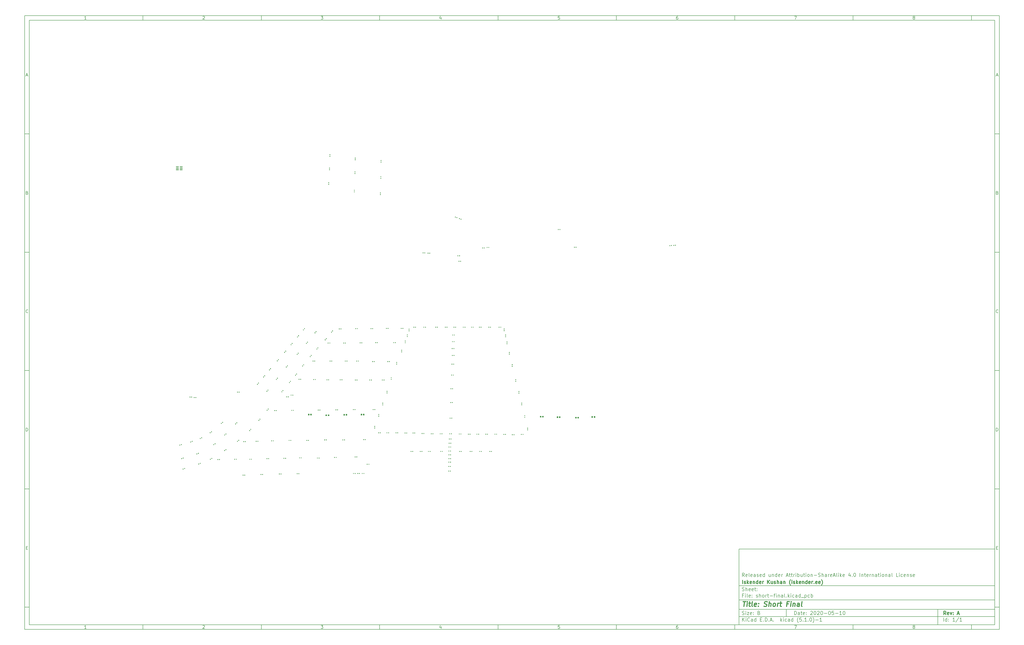
<source format=gbr>
G04 #@! TF.GenerationSoftware,KiCad,Pcbnew,(5.1.0)-1*
G04 #@! TF.CreationDate,2020-05-10T15:52:09-07:00*
G04 #@! TF.ProjectId,short-final,73686f72-742d-4666-996e-616c2e6b6963,A*
G04 #@! TF.SameCoordinates,Original*
G04 #@! TF.FileFunction,Paste,Top*
G04 #@! TF.FilePolarity,Positive*
%FSLAX46Y46*%
G04 Gerber Fmt 4.6, Leading zero omitted, Abs format (unit mm)*
G04 Created by KiCad (PCBNEW (5.1.0)-1) date 2020-05-10 15:52:09*
%MOMM*%
%LPD*%
G04 APERTURE LIST*
%ADD10C,0.100000*%
%ADD11C,0.150000*%
%ADD12C,0.300000*%
%ADD13C,0.400000*%
%ADD14C,0.318000*%
%ADD15C,0.590000*%
%ADD16C,0.300000*%
G04 APERTURE END LIST*
D10*
D11*
X311800000Y-235400000D02*
X311800000Y-267400000D01*
X419800000Y-267400000D01*
X419800000Y-235400000D01*
X311800000Y-235400000D01*
D10*
D11*
X10000000Y-10000000D02*
X10000000Y-269400000D01*
X421800000Y-269400000D01*
X421800000Y-10000000D01*
X10000000Y-10000000D01*
D10*
D11*
X12000000Y-12000000D02*
X12000000Y-267400000D01*
X419800000Y-267400000D01*
X419800000Y-12000000D01*
X12000000Y-12000000D01*
D10*
D11*
X60000000Y-12000000D02*
X60000000Y-10000000D01*
D10*
D11*
X110000000Y-12000000D02*
X110000000Y-10000000D01*
D10*
D11*
X160000000Y-12000000D02*
X160000000Y-10000000D01*
D10*
D11*
X210000000Y-12000000D02*
X210000000Y-10000000D01*
D10*
D11*
X260000000Y-12000000D02*
X260000000Y-10000000D01*
D10*
D11*
X310000000Y-12000000D02*
X310000000Y-10000000D01*
D10*
D11*
X360000000Y-12000000D02*
X360000000Y-10000000D01*
D10*
D11*
X410000000Y-12000000D02*
X410000000Y-10000000D01*
D10*
D11*
X36065476Y-11588095D02*
X35322619Y-11588095D01*
X35694047Y-11588095D02*
X35694047Y-10288095D01*
X35570238Y-10473809D01*
X35446428Y-10597619D01*
X35322619Y-10659523D01*
D10*
D11*
X85322619Y-10411904D02*
X85384523Y-10350000D01*
X85508333Y-10288095D01*
X85817857Y-10288095D01*
X85941666Y-10350000D01*
X86003571Y-10411904D01*
X86065476Y-10535714D01*
X86065476Y-10659523D01*
X86003571Y-10845238D01*
X85260714Y-11588095D01*
X86065476Y-11588095D01*
D10*
D11*
X135260714Y-10288095D02*
X136065476Y-10288095D01*
X135632142Y-10783333D01*
X135817857Y-10783333D01*
X135941666Y-10845238D01*
X136003571Y-10907142D01*
X136065476Y-11030952D01*
X136065476Y-11340476D01*
X136003571Y-11464285D01*
X135941666Y-11526190D01*
X135817857Y-11588095D01*
X135446428Y-11588095D01*
X135322619Y-11526190D01*
X135260714Y-11464285D01*
D10*
D11*
X185941666Y-10721428D02*
X185941666Y-11588095D01*
X185632142Y-10226190D02*
X185322619Y-11154761D01*
X186127380Y-11154761D01*
D10*
D11*
X236003571Y-10288095D02*
X235384523Y-10288095D01*
X235322619Y-10907142D01*
X235384523Y-10845238D01*
X235508333Y-10783333D01*
X235817857Y-10783333D01*
X235941666Y-10845238D01*
X236003571Y-10907142D01*
X236065476Y-11030952D01*
X236065476Y-11340476D01*
X236003571Y-11464285D01*
X235941666Y-11526190D01*
X235817857Y-11588095D01*
X235508333Y-11588095D01*
X235384523Y-11526190D01*
X235322619Y-11464285D01*
D10*
D11*
X285941666Y-10288095D02*
X285694047Y-10288095D01*
X285570238Y-10350000D01*
X285508333Y-10411904D01*
X285384523Y-10597619D01*
X285322619Y-10845238D01*
X285322619Y-11340476D01*
X285384523Y-11464285D01*
X285446428Y-11526190D01*
X285570238Y-11588095D01*
X285817857Y-11588095D01*
X285941666Y-11526190D01*
X286003571Y-11464285D01*
X286065476Y-11340476D01*
X286065476Y-11030952D01*
X286003571Y-10907142D01*
X285941666Y-10845238D01*
X285817857Y-10783333D01*
X285570238Y-10783333D01*
X285446428Y-10845238D01*
X285384523Y-10907142D01*
X285322619Y-11030952D01*
D10*
D11*
X335260714Y-10288095D02*
X336127380Y-10288095D01*
X335570238Y-11588095D01*
D10*
D11*
X385570238Y-10845238D02*
X385446428Y-10783333D01*
X385384523Y-10721428D01*
X385322619Y-10597619D01*
X385322619Y-10535714D01*
X385384523Y-10411904D01*
X385446428Y-10350000D01*
X385570238Y-10288095D01*
X385817857Y-10288095D01*
X385941666Y-10350000D01*
X386003571Y-10411904D01*
X386065476Y-10535714D01*
X386065476Y-10597619D01*
X386003571Y-10721428D01*
X385941666Y-10783333D01*
X385817857Y-10845238D01*
X385570238Y-10845238D01*
X385446428Y-10907142D01*
X385384523Y-10969047D01*
X385322619Y-11092857D01*
X385322619Y-11340476D01*
X385384523Y-11464285D01*
X385446428Y-11526190D01*
X385570238Y-11588095D01*
X385817857Y-11588095D01*
X385941666Y-11526190D01*
X386003571Y-11464285D01*
X386065476Y-11340476D01*
X386065476Y-11092857D01*
X386003571Y-10969047D01*
X385941666Y-10907142D01*
X385817857Y-10845238D01*
D10*
D11*
X60000000Y-267400000D02*
X60000000Y-269400000D01*
D10*
D11*
X110000000Y-267400000D02*
X110000000Y-269400000D01*
D10*
D11*
X160000000Y-267400000D02*
X160000000Y-269400000D01*
D10*
D11*
X210000000Y-267400000D02*
X210000000Y-269400000D01*
D10*
D11*
X260000000Y-267400000D02*
X260000000Y-269400000D01*
D10*
D11*
X310000000Y-267400000D02*
X310000000Y-269400000D01*
D10*
D11*
X360000000Y-267400000D02*
X360000000Y-269400000D01*
D10*
D11*
X410000000Y-267400000D02*
X410000000Y-269400000D01*
D10*
D11*
X36065476Y-268988095D02*
X35322619Y-268988095D01*
X35694047Y-268988095D02*
X35694047Y-267688095D01*
X35570238Y-267873809D01*
X35446428Y-267997619D01*
X35322619Y-268059523D01*
D10*
D11*
X85322619Y-267811904D02*
X85384523Y-267750000D01*
X85508333Y-267688095D01*
X85817857Y-267688095D01*
X85941666Y-267750000D01*
X86003571Y-267811904D01*
X86065476Y-267935714D01*
X86065476Y-268059523D01*
X86003571Y-268245238D01*
X85260714Y-268988095D01*
X86065476Y-268988095D01*
D10*
D11*
X135260714Y-267688095D02*
X136065476Y-267688095D01*
X135632142Y-268183333D01*
X135817857Y-268183333D01*
X135941666Y-268245238D01*
X136003571Y-268307142D01*
X136065476Y-268430952D01*
X136065476Y-268740476D01*
X136003571Y-268864285D01*
X135941666Y-268926190D01*
X135817857Y-268988095D01*
X135446428Y-268988095D01*
X135322619Y-268926190D01*
X135260714Y-268864285D01*
D10*
D11*
X185941666Y-268121428D02*
X185941666Y-268988095D01*
X185632142Y-267626190D02*
X185322619Y-268554761D01*
X186127380Y-268554761D01*
D10*
D11*
X236003571Y-267688095D02*
X235384523Y-267688095D01*
X235322619Y-268307142D01*
X235384523Y-268245238D01*
X235508333Y-268183333D01*
X235817857Y-268183333D01*
X235941666Y-268245238D01*
X236003571Y-268307142D01*
X236065476Y-268430952D01*
X236065476Y-268740476D01*
X236003571Y-268864285D01*
X235941666Y-268926190D01*
X235817857Y-268988095D01*
X235508333Y-268988095D01*
X235384523Y-268926190D01*
X235322619Y-268864285D01*
D10*
D11*
X285941666Y-267688095D02*
X285694047Y-267688095D01*
X285570238Y-267750000D01*
X285508333Y-267811904D01*
X285384523Y-267997619D01*
X285322619Y-268245238D01*
X285322619Y-268740476D01*
X285384523Y-268864285D01*
X285446428Y-268926190D01*
X285570238Y-268988095D01*
X285817857Y-268988095D01*
X285941666Y-268926190D01*
X286003571Y-268864285D01*
X286065476Y-268740476D01*
X286065476Y-268430952D01*
X286003571Y-268307142D01*
X285941666Y-268245238D01*
X285817857Y-268183333D01*
X285570238Y-268183333D01*
X285446428Y-268245238D01*
X285384523Y-268307142D01*
X285322619Y-268430952D01*
D10*
D11*
X335260714Y-267688095D02*
X336127380Y-267688095D01*
X335570238Y-268988095D01*
D10*
D11*
X385570238Y-268245238D02*
X385446428Y-268183333D01*
X385384523Y-268121428D01*
X385322619Y-267997619D01*
X385322619Y-267935714D01*
X385384523Y-267811904D01*
X385446428Y-267750000D01*
X385570238Y-267688095D01*
X385817857Y-267688095D01*
X385941666Y-267750000D01*
X386003571Y-267811904D01*
X386065476Y-267935714D01*
X386065476Y-267997619D01*
X386003571Y-268121428D01*
X385941666Y-268183333D01*
X385817857Y-268245238D01*
X385570238Y-268245238D01*
X385446428Y-268307142D01*
X385384523Y-268369047D01*
X385322619Y-268492857D01*
X385322619Y-268740476D01*
X385384523Y-268864285D01*
X385446428Y-268926190D01*
X385570238Y-268988095D01*
X385817857Y-268988095D01*
X385941666Y-268926190D01*
X386003571Y-268864285D01*
X386065476Y-268740476D01*
X386065476Y-268492857D01*
X386003571Y-268369047D01*
X385941666Y-268307142D01*
X385817857Y-268245238D01*
D10*
D11*
X10000000Y-60000000D02*
X12000000Y-60000000D01*
D10*
D11*
X10000000Y-110000000D02*
X12000000Y-110000000D01*
D10*
D11*
X10000000Y-160000000D02*
X12000000Y-160000000D01*
D10*
D11*
X10000000Y-210000000D02*
X12000000Y-210000000D01*
D10*
D11*
X10000000Y-260000000D02*
X12000000Y-260000000D01*
D10*
D11*
X10690476Y-35216666D02*
X11309523Y-35216666D01*
X10566666Y-35588095D02*
X11000000Y-34288095D01*
X11433333Y-35588095D01*
D10*
D11*
X11092857Y-84907142D02*
X11278571Y-84969047D01*
X11340476Y-85030952D01*
X11402380Y-85154761D01*
X11402380Y-85340476D01*
X11340476Y-85464285D01*
X11278571Y-85526190D01*
X11154761Y-85588095D01*
X10659523Y-85588095D01*
X10659523Y-84288095D01*
X11092857Y-84288095D01*
X11216666Y-84350000D01*
X11278571Y-84411904D01*
X11340476Y-84535714D01*
X11340476Y-84659523D01*
X11278571Y-84783333D01*
X11216666Y-84845238D01*
X11092857Y-84907142D01*
X10659523Y-84907142D01*
D10*
D11*
X11402380Y-135464285D02*
X11340476Y-135526190D01*
X11154761Y-135588095D01*
X11030952Y-135588095D01*
X10845238Y-135526190D01*
X10721428Y-135402380D01*
X10659523Y-135278571D01*
X10597619Y-135030952D01*
X10597619Y-134845238D01*
X10659523Y-134597619D01*
X10721428Y-134473809D01*
X10845238Y-134350000D01*
X11030952Y-134288095D01*
X11154761Y-134288095D01*
X11340476Y-134350000D01*
X11402380Y-134411904D01*
D10*
D11*
X10659523Y-185588095D02*
X10659523Y-184288095D01*
X10969047Y-184288095D01*
X11154761Y-184350000D01*
X11278571Y-184473809D01*
X11340476Y-184597619D01*
X11402380Y-184845238D01*
X11402380Y-185030952D01*
X11340476Y-185278571D01*
X11278571Y-185402380D01*
X11154761Y-185526190D01*
X10969047Y-185588095D01*
X10659523Y-185588095D01*
D10*
D11*
X10721428Y-234907142D02*
X11154761Y-234907142D01*
X11340476Y-235588095D02*
X10721428Y-235588095D01*
X10721428Y-234288095D01*
X11340476Y-234288095D01*
D10*
D11*
X421800000Y-60000000D02*
X419800000Y-60000000D01*
D10*
D11*
X421800000Y-110000000D02*
X419800000Y-110000000D01*
D10*
D11*
X421800000Y-160000000D02*
X419800000Y-160000000D01*
D10*
D11*
X421800000Y-210000000D02*
X419800000Y-210000000D01*
D10*
D11*
X421800000Y-260000000D02*
X419800000Y-260000000D01*
D10*
D11*
X420490476Y-35216666D02*
X421109523Y-35216666D01*
X420366666Y-35588095D02*
X420800000Y-34288095D01*
X421233333Y-35588095D01*
D10*
D11*
X420892857Y-84907142D02*
X421078571Y-84969047D01*
X421140476Y-85030952D01*
X421202380Y-85154761D01*
X421202380Y-85340476D01*
X421140476Y-85464285D01*
X421078571Y-85526190D01*
X420954761Y-85588095D01*
X420459523Y-85588095D01*
X420459523Y-84288095D01*
X420892857Y-84288095D01*
X421016666Y-84350000D01*
X421078571Y-84411904D01*
X421140476Y-84535714D01*
X421140476Y-84659523D01*
X421078571Y-84783333D01*
X421016666Y-84845238D01*
X420892857Y-84907142D01*
X420459523Y-84907142D01*
D10*
D11*
X421202380Y-135464285D02*
X421140476Y-135526190D01*
X420954761Y-135588095D01*
X420830952Y-135588095D01*
X420645238Y-135526190D01*
X420521428Y-135402380D01*
X420459523Y-135278571D01*
X420397619Y-135030952D01*
X420397619Y-134845238D01*
X420459523Y-134597619D01*
X420521428Y-134473809D01*
X420645238Y-134350000D01*
X420830952Y-134288095D01*
X420954761Y-134288095D01*
X421140476Y-134350000D01*
X421202380Y-134411904D01*
D10*
D11*
X420459523Y-185588095D02*
X420459523Y-184288095D01*
X420769047Y-184288095D01*
X420954761Y-184350000D01*
X421078571Y-184473809D01*
X421140476Y-184597619D01*
X421202380Y-184845238D01*
X421202380Y-185030952D01*
X421140476Y-185278571D01*
X421078571Y-185402380D01*
X420954761Y-185526190D01*
X420769047Y-185588095D01*
X420459523Y-185588095D01*
D10*
D11*
X420521428Y-234907142D02*
X420954761Y-234907142D01*
X421140476Y-235588095D02*
X420521428Y-235588095D01*
X420521428Y-234288095D01*
X421140476Y-234288095D01*
D10*
D11*
X335232142Y-263178571D02*
X335232142Y-261678571D01*
X335589285Y-261678571D01*
X335803571Y-261750000D01*
X335946428Y-261892857D01*
X336017857Y-262035714D01*
X336089285Y-262321428D01*
X336089285Y-262535714D01*
X336017857Y-262821428D01*
X335946428Y-262964285D01*
X335803571Y-263107142D01*
X335589285Y-263178571D01*
X335232142Y-263178571D01*
X337375000Y-263178571D02*
X337375000Y-262392857D01*
X337303571Y-262250000D01*
X337160714Y-262178571D01*
X336875000Y-262178571D01*
X336732142Y-262250000D01*
X337375000Y-263107142D02*
X337232142Y-263178571D01*
X336875000Y-263178571D01*
X336732142Y-263107142D01*
X336660714Y-262964285D01*
X336660714Y-262821428D01*
X336732142Y-262678571D01*
X336875000Y-262607142D01*
X337232142Y-262607142D01*
X337375000Y-262535714D01*
X337875000Y-262178571D02*
X338446428Y-262178571D01*
X338089285Y-261678571D02*
X338089285Y-262964285D01*
X338160714Y-263107142D01*
X338303571Y-263178571D01*
X338446428Y-263178571D01*
X339517857Y-263107142D02*
X339375000Y-263178571D01*
X339089285Y-263178571D01*
X338946428Y-263107142D01*
X338875000Y-262964285D01*
X338875000Y-262392857D01*
X338946428Y-262250000D01*
X339089285Y-262178571D01*
X339375000Y-262178571D01*
X339517857Y-262250000D01*
X339589285Y-262392857D01*
X339589285Y-262535714D01*
X338875000Y-262678571D01*
X340232142Y-263035714D02*
X340303571Y-263107142D01*
X340232142Y-263178571D01*
X340160714Y-263107142D01*
X340232142Y-263035714D01*
X340232142Y-263178571D01*
X340232142Y-262250000D02*
X340303571Y-262321428D01*
X340232142Y-262392857D01*
X340160714Y-262321428D01*
X340232142Y-262250000D01*
X340232142Y-262392857D01*
X342017857Y-261821428D02*
X342089285Y-261750000D01*
X342232142Y-261678571D01*
X342589285Y-261678571D01*
X342732142Y-261750000D01*
X342803571Y-261821428D01*
X342875000Y-261964285D01*
X342875000Y-262107142D01*
X342803571Y-262321428D01*
X341946428Y-263178571D01*
X342875000Y-263178571D01*
X343803571Y-261678571D02*
X343946428Y-261678571D01*
X344089285Y-261750000D01*
X344160714Y-261821428D01*
X344232142Y-261964285D01*
X344303571Y-262250000D01*
X344303571Y-262607142D01*
X344232142Y-262892857D01*
X344160714Y-263035714D01*
X344089285Y-263107142D01*
X343946428Y-263178571D01*
X343803571Y-263178571D01*
X343660714Y-263107142D01*
X343589285Y-263035714D01*
X343517857Y-262892857D01*
X343446428Y-262607142D01*
X343446428Y-262250000D01*
X343517857Y-261964285D01*
X343589285Y-261821428D01*
X343660714Y-261750000D01*
X343803571Y-261678571D01*
X344875000Y-261821428D02*
X344946428Y-261750000D01*
X345089285Y-261678571D01*
X345446428Y-261678571D01*
X345589285Y-261750000D01*
X345660714Y-261821428D01*
X345732142Y-261964285D01*
X345732142Y-262107142D01*
X345660714Y-262321428D01*
X344803571Y-263178571D01*
X345732142Y-263178571D01*
X346660714Y-261678571D02*
X346803571Y-261678571D01*
X346946428Y-261750000D01*
X347017857Y-261821428D01*
X347089285Y-261964285D01*
X347160714Y-262250000D01*
X347160714Y-262607142D01*
X347089285Y-262892857D01*
X347017857Y-263035714D01*
X346946428Y-263107142D01*
X346803571Y-263178571D01*
X346660714Y-263178571D01*
X346517857Y-263107142D01*
X346446428Y-263035714D01*
X346375000Y-262892857D01*
X346303571Y-262607142D01*
X346303571Y-262250000D01*
X346375000Y-261964285D01*
X346446428Y-261821428D01*
X346517857Y-261750000D01*
X346660714Y-261678571D01*
X347803571Y-262607142D02*
X348946428Y-262607142D01*
X349946428Y-261678571D02*
X350089285Y-261678571D01*
X350232142Y-261750000D01*
X350303571Y-261821428D01*
X350375000Y-261964285D01*
X350446428Y-262250000D01*
X350446428Y-262607142D01*
X350375000Y-262892857D01*
X350303571Y-263035714D01*
X350232142Y-263107142D01*
X350089285Y-263178571D01*
X349946428Y-263178571D01*
X349803571Y-263107142D01*
X349732142Y-263035714D01*
X349660714Y-262892857D01*
X349589285Y-262607142D01*
X349589285Y-262250000D01*
X349660714Y-261964285D01*
X349732142Y-261821428D01*
X349803571Y-261750000D01*
X349946428Y-261678571D01*
X351803571Y-261678571D02*
X351089285Y-261678571D01*
X351017857Y-262392857D01*
X351089285Y-262321428D01*
X351232142Y-262250000D01*
X351589285Y-262250000D01*
X351732142Y-262321428D01*
X351803571Y-262392857D01*
X351875000Y-262535714D01*
X351875000Y-262892857D01*
X351803571Y-263035714D01*
X351732142Y-263107142D01*
X351589285Y-263178571D01*
X351232142Y-263178571D01*
X351089285Y-263107142D01*
X351017857Y-263035714D01*
X352517857Y-262607142D02*
X353660714Y-262607142D01*
X355160714Y-263178571D02*
X354303571Y-263178571D01*
X354732142Y-263178571D02*
X354732142Y-261678571D01*
X354589285Y-261892857D01*
X354446428Y-262035714D01*
X354303571Y-262107142D01*
X356089285Y-261678571D02*
X356232142Y-261678571D01*
X356375000Y-261750000D01*
X356446428Y-261821428D01*
X356517857Y-261964285D01*
X356589285Y-262250000D01*
X356589285Y-262607142D01*
X356517857Y-262892857D01*
X356446428Y-263035714D01*
X356375000Y-263107142D01*
X356232142Y-263178571D01*
X356089285Y-263178571D01*
X355946428Y-263107142D01*
X355875000Y-263035714D01*
X355803571Y-262892857D01*
X355732142Y-262607142D01*
X355732142Y-262250000D01*
X355803571Y-261964285D01*
X355875000Y-261821428D01*
X355946428Y-261750000D01*
X356089285Y-261678571D01*
D10*
D11*
X311800000Y-263900000D02*
X419800000Y-263900000D01*
D10*
D11*
X313232142Y-265978571D02*
X313232142Y-264478571D01*
X314089285Y-265978571D02*
X313446428Y-265121428D01*
X314089285Y-264478571D02*
X313232142Y-265335714D01*
X314732142Y-265978571D02*
X314732142Y-264978571D01*
X314732142Y-264478571D02*
X314660714Y-264550000D01*
X314732142Y-264621428D01*
X314803571Y-264550000D01*
X314732142Y-264478571D01*
X314732142Y-264621428D01*
X316303571Y-265835714D02*
X316232142Y-265907142D01*
X316017857Y-265978571D01*
X315875000Y-265978571D01*
X315660714Y-265907142D01*
X315517857Y-265764285D01*
X315446428Y-265621428D01*
X315375000Y-265335714D01*
X315375000Y-265121428D01*
X315446428Y-264835714D01*
X315517857Y-264692857D01*
X315660714Y-264550000D01*
X315875000Y-264478571D01*
X316017857Y-264478571D01*
X316232142Y-264550000D01*
X316303571Y-264621428D01*
X317589285Y-265978571D02*
X317589285Y-265192857D01*
X317517857Y-265050000D01*
X317375000Y-264978571D01*
X317089285Y-264978571D01*
X316946428Y-265050000D01*
X317589285Y-265907142D02*
X317446428Y-265978571D01*
X317089285Y-265978571D01*
X316946428Y-265907142D01*
X316875000Y-265764285D01*
X316875000Y-265621428D01*
X316946428Y-265478571D01*
X317089285Y-265407142D01*
X317446428Y-265407142D01*
X317589285Y-265335714D01*
X318946428Y-265978571D02*
X318946428Y-264478571D01*
X318946428Y-265907142D02*
X318803571Y-265978571D01*
X318517857Y-265978571D01*
X318375000Y-265907142D01*
X318303571Y-265835714D01*
X318232142Y-265692857D01*
X318232142Y-265264285D01*
X318303571Y-265121428D01*
X318375000Y-265050000D01*
X318517857Y-264978571D01*
X318803571Y-264978571D01*
X318946428Y-265050000D01*
X320803571Y-265192857D02*
X321303571Y-265192857D01*
X321517857Y-265978571D02*
X320803571Y-265978571D01*
X320803571Y-264478571D01*
X321517857Y-264478571D01*
X322160714Y-265835714D02*
X322232142Y-265907142D01*
X322160714Y-265978571D01*
X322089285Y-265907142D01*
X322160714Y-265835714D01*
X322160714Y-265978571D01*
X322875000Y-265978571D02*
X322875000Y-264478571D01*
X323232142Y-264478571D01*
X323446428Y-264550000D01*
X323589285Y-264692857D01*
X323660714Y-264835714D01*
X323732142Y-265121428D01*
X323732142Y-265335714D01*
X323660714Y-265621428D01*
X323589285Y-265764285D01*
X323446428Y-265907142D01*
X323232142Y-265978571D01*
X322875000Y-265978571D01*
X324375000Y-265835714D02*
X324446428Y-265907142D01*
X324375000Y-265978571D01*
X324303571Y-265907142D01*
X324375000Y-265835714D01*
X324375000Y-265978571D01*
X325017857Y-265550000D02*
X325732142Y-265550000D01*
X324875000Y-265978571D02*
X325375000Y-264478571D01*
X325875000Y-265978571D01*
X326375000Y-265835714D02*
X326446428Y-265907142D01*
X326375000Y-265978571D01*
X326303571Y-265907142D01*
X326375000Y-265835714D01*
X326375000Y-265978571D01*
X329375000Y-265978571D02*
X329375000Y-264478571D01*
X329517857Y-265407142D02*
X329946428Y-265978571D01*
X329946428Y-264978571D02*
X329375000Y-265550000D01*
X330589285Y-265978571D02*
X330589285Y-264978571D01*
X330589285Y-264478571D02*
X330517857Y-264550000D01*
X330589285Y-264621428D01*
X330660714Y-264550000D01*
X330589285Y-264478571D01*
X330589285Y-264621428D01*
X331946428Y-265907142D02*
X331803571Y-265978571D01*
X331517857Y-265978571D01*
X331375000Y-265907142D01*
X331303571Y-265835714D01*
X331232142Y-265692857D01*
X331232142Y-265264285D01*
X331303571Y-265121428D01*
X331375000Y-265050000D01*
X331517857Y-264978571D01*
X331803571Y-264978571D01*
X331946428Y-265050000D01*
X333232142Y-265978571D02*
X333232142Y-265192857D01*
X333160714Y-265050000D01*
X333017857Y-264978571D01*
X332732142Y-264978571D01*
X332589285Y-265050000D01*
X333232142Y-265907142D02*
X333089285Y-265978571D01*
X332732142Y-265978571D01*
X332589285Y-265907142D01*
X332517857Y-265764285D01*
X332517857Y-265621428D01*
X332589285Y-265478571D01*
X332732142Y-265407142D01*
X333089285Y-265407142D01*
X333232142Y-265335714D01*
X334589285Y-265978571D02*
X334589285Y-264478571D01*
X334589285Y-265907142D02*
X334446428Y-265978571D01*
X334160714Y-265978571D01*
X334017857Y-265907142D01*
X333946428Y-265835714D01*
X333875000Y-265692857D01*
X333875000Y-265264285D01*
X333946428Y-265121428D01*
X334017857Y-265050000D01*
X334160714Y-264978571D01*
X334446428Y-264978571D01*
X334589285Y-265050000D01*
X336875000Y-266550000D02*
X336803571Y-266478571D01*
X336660714Y-266264285D01*
X336589285Y-266121428D01*
X336517857Y-265907142D01*
X336446428Y-265550000D01*
X336446428Y-265264285D01*
X336517857Y-264907142D01*
X336589285Y-264692857D01*
X336660714Y-264550000D01*
X336803571Y-264335714D01*
X336875000Y-264264285D01*
X338160714Y-264478571D02*
X337446428Y-264478571D01*
X337375000Y-265192857D01*
X337446428Y-265121428D01*
X337589285Y-265050000D01*
X337946428Y-265050000D01*
X338089285Y-265121428D01*
X338160714Y-265192857D01*
X338232142Y-265335714D01*
X338232142Y-265692857D01*
X338160714Y-265835714D01*
X338089285Y-265907142D01*
X337946428Y-265978571D01*
X337589285Y-265978571D01*
X337446428Y-265907142D01*
X337375000Y-265835714D01*
X338875000Y-265835714D02*
X338946428Y-265907142D01*
X338875000Y-265978571D01*
X338803571Y-265907142D01*
X338875000Y-265835714D01*
X338875000Y-265978571D01*
X340375000Y-265978571D02*
X339517857Y-265978571D01*
X339946428Y-265978571D02*
X339946428Y-264478571D01*
X339803571Y-264692857D01*
X339660714Y-264835714D01*
X339517857Y-264907142D01*
X341017857Y-265835714D02*
X341089285Y-265907142D01*
X341017857Y-265978571D01*
X340946428Y-265907142D01*
X341017857Y-265835714D01*
X341017857Y-265978571D01*
X342017857Y-264478571D02*
X342160714Y-264478571D01*
X342303571Y-264550000D01*
X342375000Y-264621428D01*
X342446428Y-264764285D01*
X342517857Y-265050000D01*
X342517857Y-265407142D01*
X342446428Y-265692857D01*
X342375000Y-265835714D01*
X342303571Y-265907142D01*
X342160714Y-265978571D01*
X342017857Y-265978571D01*
X341875000Y-265907142D01*
X341803571Y-265835714D01*
X341732142Y-265692857D01*
X341660714Y-265407142D01*
X341660714Y-265050000D01*
X341732142Y-264764285D01*
X341803571Y-264621428D01*
X341875000Y-264550000D01*
X342017857Y-264478571D01*
X343017857Y-266550000D02*
X343089285Y-266478571D01*
X343232142Y-266264285D01*
X343303571Y-266121428D01*
X343375000Y-265907142D01*
X343446428Y-265550000D01*
X343446428Y-265264285D01*
X343375000Y-264907142D01*
X343303571Y-264692857D01*
X343232142Y-264550000D01*
X343089285Y-264335714D01*
X343017857Y-264264285D01*
X344160714Y-265407142D02*
X345303571Y-265407142D01*
X346803571Y-265978571D02*
X345946428Y-265978571D01*
X346375000Y-265978571D02*
X346375000Y-264478571D01*
X346232142Y-264692857D01*
X346089285Y-264835714D01*
X345946428Y-264907142D01*
D10*
D11*
X311800000Y-260900000D02*
X419800000Y-260900000D01*
D10*
D12*
X399209285Y-263178571D02*
X398709285Y-262464285D01*
X398352142Y-263178571D02*
X398352142Y-261678571D01*
X398923571Y-261678571D01*
X399066428Y-261750000D01*
X399137857Y-261821428D01*
X399209285Y-261964285D01*
X399209285Y-262178571D01*
X399137857Y-262321428D01*
X399066428Y-262392857D01*
X398923571Y-262464285D01*
X398352142Y-262464285D01*
X400423571Y-263107142D02*
X400280714Y-263178571D01*
X399995000Y-263178571D01*
X399852142Y-263107142D01*
X399780714Y-262964285D01*
X399780714Y-262392857D01*
X399852142Y-262250000D01*
X399995000Y-262178571D01*
X400280714Y-262178571D01*
X400423571Y-262250000D01*
X400495000Y-262392857D01*
X400495000Y-262535714D01*
X399780714Y-262678571D01*
X400995000Y-262178571D02*
X401352142Y-263178571D01*
X401709285Y-262178571D01*
X402280714Y-263035714D02*
X402352142Y-263107142D01*
X402280714Y-263178571D01*
X402209285Y-263107142D01*
X402280714Y-263035714D01*
X402280714Y-263178571D01*
X402280714Y-262250000D02*
X402352142Y-262321428D01*
X402280714Y-262392857D01*
X402209285Y-262321428D01*
X402280714Y-262250000D01*
X402280714Y-262392857D01*
X404066428Y-262750000D02*
X404780714Y-262750000D01*
X403923571Y-263178571D02*
X404423571Y-261678571D01*
X404923571Y-263178571D01*
D10*
D11*
X313160714Y-263107142D02*
X313375000Y-263178571D01*
X313732142Y-263178571D01*
X313875000Y-263107142D01*
X313946428Y-263035714D01*
X314017857Y-262892857D01*
X314017857Y-262750000D01*
X313946428Y-262607142D01*
X313875000Y-262535714D01*
X313732142Y-262464285D01*
X313446428Y-262392857D01*
X313303571Y-262321428D01*
X313232142Y-262250000D01*
X313160714Y-262107142D01*
X313160714Y-261964285D01*
X313232142Y-261821428D01*
X313303571Y-261750000D01*
X313446428Y-261678571D01*
X313803571Y-261678571D01*
X314017857Y-261750000D01*
X314660714Y-263178571D02*
X314660714Y-262178571D01*
X314660714Y-261678571D02*
X314589285Y-261750000D01*
X314660714Y-261821428D01*
X314732142Y-261750000D01*
X314660714Y-261678571D01*
X314660714Y-261821428D01*
X315232142Y-262178571D02*
X316017857Y-262178571D01*
X315232142Y-263178571D01*
X316017857Y-263178571D01*
X317160714Y-263107142D02*
X317017857Y-263178571D01*
X316732142Y-263178571D01*
X316589285Y-263107142D01*
X316517857Y-262964285D01*
X316517857Y-262392857D01*
X316589285Y-262250000D01*
X316732142Y-262178571D01*
X317017857Y-262178571D01*
X317160714Y-262250000D01*
X317232142Y-262392857D01*
X317232142Y-262535714D01*
X316517857Y-262678571D01*
X317875000Y-263035714D02*
X317946428Y-263107142D01*
X317875000Y-263178571D01*
X317803571Y-263107142D01*
X317875000Y-263035714D01*
X317875000Y-263178571D01*
X317875000Y-262250000D02*
X317946428Y-262321428D01*
X317875000Y-262392857D01*
X317803571Y-262321428D01*
X317875000Y-262250000D01*
X317875000Y-262392857D01*
X320232142Y-262392857D02*
X320446428Y-262464285D01*
X320517857Y-262535714D01*
X320589285Y-262678571D01*
X320589285Y-262892857D01*
X320517857Y-263035714D01*
X320446428Y-263107142D01*
X320303571Y-263178571D01*
X319732142Y-263178571D01*
X319732142Y-261678571D01*
X320232142Y-261678571D01*
X320375000Y-261750000D01*
X320446428Y-261821428D01*
X320517857Y-261964285D01*
X320517857Y-262107142D01*
X320446428Y-262250000D01*
X320375000Y-262321428D01*
X320232142Y-262392857D01*
X319732142Y-262392857D01*
D10*
D11*
X398232142Y-265978571D02*
X398232142Y-264478571D01*
X399589285Y-265978571D02*
X399589285Y-264478571D01*
X399589285Y-265907142D02*
X399446428Y-265978571D01*
X399160714Y-265978571D01*
X399017857Y-265907142D01*
X398946428Y-265835714D01*
X398875000Y-265692857D01*
X398875000Y-265264285D01*
X398946428Y-265121428D01*
X399017857Y-265050000D01*
X399160714Y-264978571D01*
X399446428Y-264978571D01*
X399589285Y-265050000D01*
X400303571Y-265835714D02*
X400375000Y-265907142D01*
X400303571Y-265978571D01*
X400232142Y-265907142D01*
X400303571Y-265835714D01*
X400303571Y-265978571D01*
X400303571Y-265050000D02*
X400375000Y-265121428D01*
X400303571Y-265192857D01*
X400232142Y-265121428D01*
X400303571Y-265050000D01*
X400303571Y-265192857D01*
X402946428Y-265978571D02*
X402089285Y-265978571D01*
X402517857Y-265978571D02*
X402517857Y-264478571D01*
X402375000Y-264692857D01*
X402232142Y-264835714D01*
X402089285Y-264907142D01*
X404660714Y-264407142D02*
X403375000Y-266335714D01*
X405946428Y-265978571D02*
X405089285Y-265978571D01*
X405517857Y-265978571D02*
X405517857Y-264478571D01*
X405375000Y-264692857D01*
X405232142Y-264835714D01*
X405089285Y-264907142D01*
D10*
D11*
X311800000Y-256900000D02*
X419800000Y-256900000D01*
D10*
D13*
X313512380Y-257604761D02*
X314655238Y-257604761D01*
X313833809Y-259604761D02*
X314083809Y-257604761D01*
X315071904Y-259604761D02*
X315238571Y-258271428D01*
X315321904Y-257604761D02*
X315214761Y-257700000D01*
X315298095Y-257795238D01*
X315405238Y-257700000D01*
X315321904Y-257604761D01*
X315298095Y-257795238D01*
X315905238Y-258271428D02*
X316667142Y-258271428D01*
X316274285Y-257604761D02*
X316060000Y-259319047D01*
X316131428Y-259509523D01*
X316310000Y-259604761D01*
X316500476Y-259604761D01*
X317452857Y-259604761D02*
X317274285Y-259509523D01*
X317202857Y-259319047D01*
X317417142Y-257604761D01*
X318988571Y-259509523D02*
X318786190Y-259604761D01*
X318405238Y-259604761D01*
X318226666Y-259509523D01*
X318155238Y-259319047D01*
X318250476Y-258557142D01*
X318369523Y-258366666D01*
X318571904Y-258271428D01*
X318952857Y-258271428D01*
X319131428Y-258366666D01*
X319202857Y-258557142D01*
X319179047Y-258747619D01*
X318202857Y-258938095D01*
X319952857Y-259414285D02*
X320036190Y-259509523D01*
X319929047Y-259604761D01*
X319845714Y-259509523D01*
X319952857Y-259414285D01*
X319929047Y-259604761D01*
X320083809Y-258366666D02*
X320167142Y-258461904D01*
X320060000Y-258557142D01*
X319976666Y-258461904D01*
X320083809Y-258366666D01*
X320060000Y-258557142D01*
X322321904Y-259509523D02*
X322595714Y-259604761D01*
X323071904Y-259604761D01*
X323274285Y-259509523D01*
X323381428Y-259414285D01*
X323500476Y-259223809D01*
X323524285Y-259033333D01*
X323452857Y-258842857D01*
X323369523Y-258747619D01*
X323190952Y-258652380D01*
X322821904Y-258557142D01*
X322643333Y-258461904D01*
X322560000Y-258366666D01*
X322488571Y-258176190D01*
X322512380Y-257985714D01*
X322631428Y-257795238D01*
X322738571Y-257700000D01*
X322940952Y-257604761D01*
X323417142Y-257604761D01*
X323690952Y-257700000D01*
X324310000Y-259604761D02*
X324560000Y-257604761D01*
X325167142Y-259604761D02*
X325298095Y-258557142D01*
X325226666Y-258366666D01*
X325048095Y-258271428D01*
X324762380Y-258271428D01*
X324560000Y-258366666D01*
X324452857Y-258461904D01*
X326405238Y-259604761D02*
X326226666Y-259509523D01*
X326143333Y-259414285D01*
X326071904Y-259223809D01*
X326143333Y-258652380D01*
X326262380Y-258461904D01*
X326369523Y-258366666D01*
X326571904Y-258271428D01*
X326857619Y-258271428D01*
X327036190Y-258366666D01*
X327119523Y-258461904D01*
X327190952Y-258652380D01*
X327119523Y-259223809D01*
X327000476Y-259414285D01*
X326893333Y-259509523D01*
X326690952Y-259604761D01*
X326405238Y-259604761D01*
X327929047Y-259604761D02*
X328095714Y-258271428D01*
X328048095Y-258652380D02*
X328167142Y-258461904D01*
X328274285Y-258366666D01*
X328476666Y-258271428D01*
X328667142Y-258271428D01*
X329048095Y-258271428D02*
X329810000Y-258271428D01*
X329417142Y-257604761D02*
X329202857Y-259319047D01*
X329274285Y-259509523D01*
X329452857Y-259604761D01*
X329643333Y-259604761D01*
X332631428Y-258557142D02*
X331964761Y-258557142D01*
X331833809Y-259604761D02*
X332083809Y-257604761D01*
X333036190Y-257604761D01*
X333548095Y-259604761D02*
X333714761Y-258271428D01*
X333798095Y-257604761D02*
X333690952Y-257700000D01*
X333774285Y-257795238D01*
X333881428Y-257700000D01*
X333798095Y-257604761D01*
X333774285Y-257795238D01*
X334667142Y-258271428D02*
X334500476Y-259604761D01*
X334643333Y-258461904D02*
X334750476Y-258366666D01*
X334952857Y-258271428D01*
X335238571Y-258271428D01*
X335417142Y-258366666D01*
X335488571Y-258557142D01*
X335357619Y-259604761D01*
X337167142Y-259604761D02*
X337298095Y-258557142D01*
X337226666Y-258366666D01*
X337048095Y-258271428D01*
X336667142Y-258271428D01*
X336464761Y-258366666D01*
X337179047Y-259509523D02*
X336976666Y-259604761D01*
X336500476Y-259604761D01*
X336321904Y-259509523D01*
X336250476Y-259319047D01*
X336274285Y-259128571D01*
X336393333Y-258938095D01*
X336595714Y-258842857D01*
X337071904Y-258842857D01*
X337274285Y-258747619D01*
X338405238Y-259604761D02*
X338226666Y-259509523D01*
X338155238Y-259319047D01*
X338369523Y-257604761D01*
D10*
D11*
X313732142Y-254992857D02*
X313232142Y-254992857D01*
X313232142Y-255778571D02*
X313232142Y-254278571D01*
X313946428Y-254278571D01*
X314517857Y-255778571D02*
X314517857Y-254778571D01*
X314517857Y-254278571D02*
X314446428Y-254350000D01*
X314517857Y-254421428D01*
X314589285Y-254350000D01*
X314517857Y-254278571D01*
X314517857Y-254421428D01*
X315446428Y-255778571D02*
X315303571Y-255707142D01*
X315232142Y-255564285D01*
X315232142Y-254278571D01*
X316589285Y-255707142D02*
X316446428Y-255778571D01*
X316160714Y-255778571D01*
X316017857Y-255707142D01*
X315946428Y-255564285D01*
X315946428Y-254992857D01*
X316017857Y-254850000D01*
X316160714Y-254778571D01*
X316446428Y-254778571D01*
X316589285Y-254850000D01*
X316660714Y-254992857D01*
X316660714Y-255135714D01*
X315946428Y-255278571D01*
X317303571Y-255635714D02*
X317375000Y-255707142D01*
X317303571Y-255778571D01*
X317232142Y-255707142D01*
X317303571Y-255635714D01*
X317303571Y-255778571D01*
X317303571Y-254850000D02*
X317375000Y-254921428D01*
X317303571Y-254992857D01*
X317232142Y-254921428D01*
X317303571Y-254850000D01*
X317303571Y-254992857D01*
X319089285Y-255707142D02*
X319232142Y-255778571D01*
X319517857Y-255778571D01*
X319660714Y-255707142D01*
X319732142Y-255564285D01*
X319732142Y-255492857D01*
X319660714Y-255350000D01*
X319517857Y-255278571D01*
X319303571Y-255278571D01*
X319160714Y-255207142D01*
X319089285Y-255064285D01*
X319089285Y-254992857D01*
X319160714Y-254850000D01*
X319303571Y-254778571D01*
X319517857Y-254778571D01*
X319660714Y-254850000D01*
X320375000Y-255778571D02*
X320375000Y-254278571D01*
X321017857Y-255778571D02*
X321017857Y-254992857D01*
X320946428Y-254850000D01*
X320803571Y-254778571D01*
X320589285Y-254778571D01*
X320446428Y-254850000D01*
X320375000Y-254921428D01*
X321946428Y-255778571D02*
X321803571Y-255707142D01*
X321732142Y-255635714D01*
X321660714Y-255492857D01*
X321660714Y-255064285D01*
X321732142Y-254921428D01*
X321803571Y-254850000D01*
X321946428Y-254778571D01*
X322160714Y-254778571D01*
X322303571Y-254850000D01*
X322375000Y-254921428D01*
X322446428Y-255064285D01*
X322446428Y-255492857D01*
X322375000Y-255635714D01*
X322303571Y-255707142D01*
X322160714Y-255778571D01*
X321946428Y-255778571D01*
X323089285Y-255778571D02*
X323089285Y-254778571D01*
X323089285Y-255064285D02*
X323160714Y-254921428D01*
X323232142Y-254850000D01*
X323375000Y-254778571D01*
X323517857Y-254778571D01*
X323803571Y-254778571D02*
X324375000Y-254778571D01*
X324017857Y-254278571D02*
X324017857Y-255564285D01*
X324089285Y-255707142D01*
X324232142Y-255778571D01*
X324375000Y-255778571D01*
X324875000Y-255207142D02*
X326017857Y-255207142D01*
X326517857Y-254778571D02*
X327089285Y-254778571D01*
X326732142Y-255778571D02*
X326732142Y-254492857D01*
X326803571Y-254350000D01*
X326946428Y-254278571D01*
X327089285Y-254278571D01*
X327589285Y-255778571D02*
X327589285Y-254778571D01*
X327589285Y-254278571D02*
X327517857Y-254350000D01*
X327589285Y-254421428D01*
X327660714Y-254350000D01*
X327589285Y-254278571D01*
X327589285Y-254421428D01*
X328303571Y-254778571D02*
X328303571Y-255778571D01*
X328303571Y-254921428D02*
X328375000Y-254850000D01*
X328517857Y-254778571D01*
X328732142Y-254778571D01*
X328875000Y-254850000D01*
X328946428Y-254992857D01*
X328946428Y-255778571D01*
X330303571Y-255778571D02*
X330303571Y-254992857D01*
X330232142Y-254850000D01*
X330089285Y-254778571D01*
X329803571Y-254778571D01*
X329660714Y-254850000D01*
X330303571Y-255707142D02*
X330160714Y-255778571D01*
X329803571Y-255778571D01*
X329660714Y-255707142D01*
X329589285Y-255564285D01*
X329589285Y-255421428D01*
X329660714Y-255278571D01*
X329803571Y-255207142D01*
X330160714Y-255207142D01*
X330303571Y-255135714D01*
X331232142Y-255778571D02*
X331089285Y-255707142D01*
X331017857Y-255564285D01*
X331017857Y-254278571D01*
X331803571Y-255635714D02*
X331875000Y-255707142D01*
X331803571Y-255778571D01*
X331732142Y-255707142D01*
X331803571Y-255635714D01*
X331803571Y-255778571D01*
X332517857Y-255778571D02*
X332517857Y-254278571D01*
X332660714Y-255207142D02*
X333089285Y-255778571D01*
X333089285Y-254778571D02*
X332517857Y-255350000D01*
X333732142Y-255778571D02*
X333732142Y-254778571D01*
X333732142Y-254278571D02*
X333660714Y-254350000D01*
X333732142Y-254421428D01*
X333803571Y-254350000D01*
X333732142Y-254278571D01*
X333732142Y-254421428D01*
X335089285Y-255707142D02*
X334946428Y-255778571D01*
X334660714Y-255778571D01*
X334517857Y-255707142D01*
X334446428Y-255635714D01*
X334375000Y-255492857D01*
X334375000Y-255064285D01*
X334446428Y-254921428D01*
X334517857Y-254850000D01*
X334660714Y-254778571D01*
X334946428Y-254778571D01*
X335089285Y-254850000D01*
X336375000Y-255778571D02*
X336375000Y-254992857D01*
X336303571Y-254850000D01*
X336160714Y-254778571D01*
X335875000Y-254778571D01*
X335732142Y-254850000D01*
X336375000Y-255707142D02*
X336232142Y-255778571D01*
X335875000Y-255778571D01*
X335732142Y-255707142D01*
X335660714Y-255564285D01*
X335660714Y-255421428D01*
X335732142Y-255278571D01*
X335875000Y-255207142D01*
X336232142Y-255207142D01*
X336375000Y-255135714D01*
X337732142Y-255778571D02*
X337732142Y-254278571D01*
X337732142Y-255707142D02*
X337589285Y-255778571D01*
X337303571Y-255778571D01*
X337160714Y-255707142D01*
X337089285Y-255635714D01*
X337017857Y-255492857D01*
X337017857Y-255064285D01*
X337089285Y-254921428D01*
X337160714Y-254850000D01*
X337303571Y-254778571D01*
X337589285Y-254778571D01*
X337732142Y-254850000D01*
X338089285Y-255921428D02*
X339232142Y-255921428D01*
X339589285Y-254778571D02*
X339589285Y-256278571D01*
X339589285Y-254850000D02*
X339732142Y-254778571D01*
X340017857Y-254778571D01*
X340160714Y-254850000D01*
X340232142Y-254921428D01*
X340303571Y-255064285D01*
X340303571Y-255492857D01*
X340232142Y-255635714D01*
X340160714Y-255707142D01*
X340017857Y-255778571D01*
X339732142Y-255778571D01*
X339589285Y-255707142D01*
X341589285Y-255707142D02*
X341446428Y-255778571D01*
X341160714Y-255778571D01*
X341017857Y-255707142D01*
X340946428Y-255635714D01*
X340875000Y-255492857D01*
X340875000Y-255064285D01*
X340946428Y-254921428D01*
X341017857Y-254850000D01*
X341160714Y-254778571D01*
X341446428Y-254778571D01*
X341589285Y-254850000D01*
X342232142Y-255778571D02*
X342232142Y-254278571D01*
X342232142Y-254850000D02*
X342375000Y-254778571D01*
X342660714Y-254778571D01*
X342803571Y-254850000D01*
X342875000Y-254921428D01*
X342946428Y-255064285D01*
X342946428Y-255492857D01*
X342875000Y-255635714D01*
X342803571Y-255707142D01*
X342660714Y-255778571D01*
X342375000Y-255778571D01*
X342232142Y-255707142D01*
D10*
D11*
X311800000Y-250900000D02*
X419800000Y-250900000D01*
D10*
D11*
X313160714Y-253007142D02*
X313375000Y-253078571D01*
X313732142Y-253078571D01*
X313875000Y-253007142D01*
X313946428Y-252935714D01*
X314017857Y-252792857D01*
X314017857Y-252650000D01*
X313946428Y-252507142D01*
X313875000Y-252435714D01*
X313732142Y-252364285D01*
X313446428Y-252292857D01*
X313303571Y-252221428D01*
X313232142Y-252150000D01*
X313160714Y-252007142D01*
X313160714Y-251864285D01*
X313232142Y-251721428D01*
X313303571Y-251650000D01*
X313446428Y-251578571D01*
X313803571Y-251578571D01*
X314017857Y-251650000D01*
X314660714Y-253078571D02*
X314660714Y-251578571D01*
X315303571Y-253078571D02*
X315303571Y-252292857D01*
X315232142Y-252150000D01*
X315089285Y-252078571D01*
X314875000Y-252078571D01*
X314732142Y-252150000D01*
X314660714Y-252221428D01*
X316589285Y-253007142D02*
X316446428Y-253078571D01*
X316160714Y-253078571D01*
X316017857Y-253007142D01*
X315946428Y-252864285D01*
X315946428Y-252292857D01*
X316017857Y-252150000D01*
X316160714Y-252078571D01*
X316446428Y-252078571D01*
X316589285Y-252150000D01*
X316660714Y-252292857D01*
X316660714Y-252435714D01*
X315946428Y-252578571D01*
X317875000Y-253007142D02*
X317732142Y-253078571D01*
X317446428Y-253078571D01*
X317303571Y-253007142D01*
X317232142Y-252864285D01*
X317232142Y-252292857D01*
X317303571Y-252150000D01*
X317446428Y-252078571D01*
X317732142Y-252078571D01*
X317875000Y-252150000D01*
X317946428Y-252292857D01*
X317946428Y-252435714D01*
X317232142Y-252578571D01*
X318375000Y-252078571D02*
X318946428Y-252078571D01*
X318589285Y-251578571D02*
X318589285Y-252864285D01*
X318660714Y-253007142D01*
X318803571Y-253078571D01*
X318946428Y-253078571D01*
X319446428Y-252935714D02*
X319517857Y-253007142D01*
X319446428Y-253078571D01*
X319375000Y-253007142D01*
X319446428Y-252935714D01*
X319446428Y-253078571D01*
X319446428Y-252150000D02*
X319517857Y-252221428D01*
X319446428Y-252292857D01*
X319375000Y-252221428D01*
X319446428Y-252150000D01*
X319446428Y-252292857D01*
D10*
D12*
X313352142Y-250078571D02*
X313352142Y-248578571D01*
X313995000Y-250007142D02*
X314137857Y-250078571D01*
X314423571Y-250078571D01*
X314566428Y-250007142D01*
X314637857Y-249864285D01*
X314637857Y-249792857D01*
X314566428Y-249650000D01*
X314423571Y-249578571D01*
X314209285Y-249578571D01*
X314066428Y-249507142D01*
X313995000Y-249364285D01*
X313995000Y-249292857D01*
X314066428Y-249150000D01*
X314209285Y-249078571D01*
X314423571Y-249078571D01*
X314566428Y-249150000D01*
X315280714Y-250078571D02*
X315280714Y-248578571D01*
X315423571Y-249507142D02*
X315852142Y-250078571D01*
X315852142Y-249078571D02*
X315280714Y-249650000D01*
X317066428Y-250007142D02*
X316923571Y-250078571D01*
X316637857Y-250078571D01*
X316495000Y-250007142D01*
X316423571Y-249864285D01*
X316423571Y-249292857D01*
X316495000Y-249150000D01*
X316637857Y-249078571D01*
X316923571Y-249078571D01*
X317066428Y-249150000D01*
X317137857Y-249292857D01*
X317137857Y-249435714D01*
X316423571Y-249578571D01*
X317780714Y-249078571D02*
X317780714Y-250078571D01*
X317780714Y-249221428D02*
X317852142Y-249150000D01*
X317995000Y-249078571D01*
X318209285Y-249078571D01*
X318352142Y-249150000D01*
X318423571Y-249292857D01*
X318423571Y-250078571D01*
X319780714Y-250078571D02*
X319780714Y-248578571D01*
X319780714Y-250007142D02*
X319637857Y-250078571D01*
X319352142Y-250078571D01*
X319209285Y-250007142D01*
X319137857Y-249935714D01*
X319066428Y-249792857D01*
X319066428Y-249364285D01*
X319137857Y-249221428D01*
X319209285Y-249150000D01*
X319352142Y-249078571D01*
X319637857Y-249078571D01*
X319780714Y-249150000D01*
X321066428Y-250007142D02*
X320923571Y-250078571D01*
X320637857Y-250078571D01*
X320495000Y-250007142D01*
X320423571Y-249864285D01*
X320423571Y-249292857D01*
X320495000Y-249150000D01*
X320637857Y-249078571D01*
X320923571Y-249078571D01*
X321066428Y-249150000D01*
X321137857Y-249292857D01*
X321137857Y-249435714D01*
X320423571Y-249578571D01*
X321780714Y-250078571D02*
X321780714Y-249078571D01*
X321780714Y-249364285D02*
X321852142Y-249221428D01*
X321923571Y-249150000D01*
X322066428Y-249078571D01*
X322209285Y-249078571D01*
X323852142Y-250078571D02*
X323852142Y-248578571D01*
X324709285Y-250078571D02*
X324066428Y-249221428D01*
X324709285Y-248578571D02*
X323852142Y-249435714D01*
X325995000Y-249078571D02*
X325995000Y-250078571D01*
X325352142Y-249078571D02*
X325352142Y-249864285D01*
X325423571Y-250007142D01*
X325566428Y-250078571D01*
X325780714Y-250078571D01*
X325923571Y-250007142D01*
X325995000Y-249935714D01*
X326637857Y-250007142D02*
X326780714Y-250078571D01*
X327066428Y-250078571D01*
X327209285Y-250007142D01*
X327280714Y-249864285D01*
X327280714Y-249792857D01*
X327209285Y-249650000D01*
X327066428Y-249578571D01*
X326852142Y-249578571D01*
X326709285Y-249507142D01*
X326637857Y-249364285D01*
X326637857Y-249292857D01*
X326709285Y-249150000D01*
X326852142Y-249078571D01*
X327066428Y-249078571D01*
X327209285Y-249150000D01*
X327923571Y-250078571D02*
X327923571Y-248578571D01*
X328566428Y-250078571D02*
X328566428Y-249292857D01*
X328495000Y-249150000D01*
X328352142Y-249078571D01*
X328137857Y-249078571D01*
X327995000Y-249150000D01*
X327923571Y-249221428D01*
X329923571Y-250078571D02*
X329923571Y-249292857D01*
X329852142Y-249150000D01*
X329709285Y-249078571D01*
X329423571Y-249078571D01*
X329280714Y-249150000D01*
X329923571Y-250007142D02*
X329780714Y-250078571D01*
X329423571Y-250078571D01*
X329280714Y-250007142D01*
X329209285Y-249864285D01*
X329209285Y-249721428D01*
X329280714Y-249578571D01*
X329423571Y-249507142D01*
X329780714Y-249507142D01*
X329923571Y-249435714D01*
X330637857Y-249078571D02*
X330637857Y-250078571D01*
X330637857Y-249221428D02*
X330709285Y-249150000D01*
X330852142Y-249078571D01*
X331066428Y-249078571D01*
X331209285Y-249150000D01*
X331280714Y-249292857D01*
X331280714Y-250078571D01*
X333566428Y-250650000D02*
X333495000Y-250578571D01*
X333352142Y-250364285D01*
X333280714Y-250221428D01*
X333209285Y-250007142D01*
X333137857Y-249650000D01*
X333137857Y-249364285D01*
X333209285Y-249007142D01*
X333280714Y-248792857D01*
X333352142Y-248650000D01*
X333495000Y-248435714D01*
X333566428Y-248364285D01*
X334137857Y-250078571D02*
X334137857Y-249078571D01*
X334137857Y-248578571D02*
X334066428Y-248650000D01*
X334137857Y-248721428D01*
X334209285Y-248650000D01*
X334137857Y-248578571D01*
X334137857Y-248721428D01*
X334780714Y-250007142D02*
X334923571Y-250078571D01*
X335209285Y-250078571D01*
X335352142Y-250007142D01*
X335423571Y-249864285D01*
X335423571Y-249792857D01*
X335352142Y-249650000D01*
X335209285Y-249578571D01*
X334995000Y-249578571D01*
X334852142Y-249507142D01*
X334780714Y-249364285D01*
X334780714Y-249292857D01*
X334852142Y-249150000D01*
X334995000Y-249078571D01*
X335209285Y-249078571D01*
X335352142Y-249150000D01*
X336066428Y-250078571D02*
X336066428Y-248578571D01*
X336209285Y-249507142D02*
X336637857Y-250078571D01*
X336637857Y-249078571D02*
X336066428Y-249650000D01*
X337852142Y-250007142D02*
X337709285Y-250078571D01*
X337423571Y-250078571D01*
X337280714Y-250007142D01*
X337209285Y-249864285D01*
X337209285Y-249292857D01*
X337280714Y-249150000D01*
X337423571Y-249078571D01*
X337709285Y-249078571D01*
X337852142Y-249150000D01*
X337923571Y-249292857D01*
X337923571Y-249435714D01*
X337209285Y-249578571D01*
X338566428Y-249078571D02*
X338566428Y-250078571D01*
X338566428Y-249221428D02*
X338637857Y-249150000D01*
X338780714Y-249078571D01*
X338995000Y-249078571D01*
X339137857Y-249150000D01*
X339209285Y-249292857D01*
X339209285Y-250078571D01*
X340566428Y-250078571D02*
X340566428Y-248578571D01*
X340566428Y-250007142D02*
X340423571Y-250078571D01*
X340137857Y-250078571D01*
X339995000Y-250007142D01*
X339923571Y-249935714D01*
X339852142Y-249792857D01*
X339852142Y-249364285D01*
X339923571Y-249221428D01*
X339995000Y-249150000D01*
X340137857Y-249078571D01*
X340423571Y-249078571D01*
X340566428Y-249150000D01*
X341852142Y-250007142D02*
X341709285Y-250078571D01*
X341423571Y-250078571D01*
X341280714Y-250007142D01*
X341209285Y-249864285D01*
X341209285Y-249292857D01*
X341280714Y-249150000D01*
X341423571Y-249078571D01*
X341709285Y-249078571D01*
X341852142Y-249150000D01*
X341923571Y-249292857D01*
X341923571Y-249435714D01*
X341209285Y-249578571D01*
X342566428Y-250078571D02*
X342566428Y-249078571D01*
X342566428Y-249364285D02*
X342637857Y-249221428D01*
X342709285Y-249150000D01*
X342852142Y-249078571D01*
X342995000Y-249078571D01*
X343495000Y-249935714D02*
X343566428Y-250007142D01*
X343495000Y-250078571D01*
X343423571Y-250007142D01*
X343495000Y-249935714D01*
X343495000Y-250078571D01*
X344780714Y-250007142D02*
X344637857Y-250078571D01*
X344352142Y-250078571D01*
X344209285Y-250007142D01*
X344137857Y-249864285D01*
X344137857Y-249292857D01*
X344209285Y-249150000D01*
X344352142Y-249078571D01*
X344637857Y-249078571D01*
X344780714Y-249150000D01*
X344852142Y-249292857D01*
X344852142Y-249435714D01*
X344137857Y-249578571D01*
X346066428Y-250007142D02*
X345923571Y-250078571D01*
X345637857Y-250078571D01*
X345495000Y-250007142D01*
X345423571Y-249864285D01*
X345423571Y-249292857D01*
X345495000Y-249150000D01*
X345637857Y-249078571D01*
X345923571Y-249078571D01*
X346066428Y-249150000D01*
X346137857Y-249292857D01*
X346137857Y-249435714D01*
X345423571Y-249578571D01*
X346637857Y-250650000D02*
X346709285Y-250578571D01*
X346852142Y-250364285D01*
X346923571Y-250221428D01*
X346995000Y-250007142D01*
X347066428Y-249650000D01*
X347066428Y-249364285D01*
X346995000Y-249007142D01*
X346923571Y-248792857D01*
X346852142Y-248650000D01*
X346709285Y-248435714D01*
X346637857Y-248364285D01*
D10*
D11*
X314089285Y-247078571D02*
X313589285Y-246364285D01*
X313232142Y-247078571D02*
X313232142Y-245578571D01*
X313803571Y-245578571D01*
X313946428Y-245650000D01*
X314017857Y-245721428D01*
X314089285Y-245864285D01*
X314089285Y-246078571D01*
X314017857Y-246221428D01*
X313946428Y-246292857D01*
X313803571Y-246364285D01*
X313232142Y-246364285D01*
X315303571Y-247007142D02*
X315160714Y-247078571D01*
X314875000Y-247078571D01*
X314732142Y-247007142D01*
X314660714Y-246864285D01*
X314660714Y-246292857D01*
X314732142Y-246150000D01*
X314875000Y-246078571D01*
X315160714Y-246078571D01*
X315303571Y-246150000D01*
X315375000Y-246292857D01*
X315375000Y-246435714D01*
X314660714Y-246578571D01*
X316232142Y-247078571D02*
X316089285Y-247007142D01*
X316017857Y-246864285D01*
X316017857Y-245578571D01*
X317375000Y-247007142D02*
X317232142Y-247078571D01*
X316946428Y-247078571D01*
X316803571Y-247007142D01*
X316732142Y-246864285D01*
X316732142Y-246292857D01*
X316803571Y-246150000D01*
X316946428Y-246078571D01*
X317232142Y-246078571D01*
X317375000Y-246150000D01*
X317446428Y-246292857D01*
X317446428Y-246435714D01*
X316732142Y-246578571D01*
X318732142Y-247078571D02*
X318732142Y-246292857D01*
X318660714Y-246150000D01*
X318517857Y-246078571D01*
X318232142Y-246078571D01*
X318089285Y-246150000D01*
X318732142Y-247007142D02*
X318589285Y-247078571D01*
X318232142Y-247078571D01*
X318089285Y-247007142D01*
X318017857Y-246864285D01*
X318017857Y-246721428D01*
X318089285Y-246578571D01*
X318232142Y-246507142D01*
X318589285Y-246507142D01*
X318732142Y-246435714D01*
X319375000Y-247007142D02*
X319517857Y-247078571D01*
X319803571Y-247078571D01*
X319946428Y-247007142D01*
X320017857Y-246864285D01*
X320017857Y-246792857D01*
X319946428Y-246650000D01*
X319803571Y-246578571D01*
X319589285Y-246578571D01*
X319446428Y-246507142D01*
X319375000Y-246364285D01*
X319375000Y-246292857D01*
X319446428Y-246150000D01*
X319589285Y-246078571D01*
X319803571Y-246078571D01*
X319946428Y-246150000D01*
X321232142Y-247007142D02*
X321089285Y-247078571D01*
X320803571Y-247078571D01*
X320660714Y-247007142D01*
X320589285Y-246864285D01*
X320589285Y-246292857D01*
X320660714Y-246150000D01*
X320803571Y-246078571D01*
X321089285Y-246078571D01*
X321232142Y-246150000D01*
X321303571Y-246292857D01*
X321303571Y-246435714D01*
X320589285Y-246578571D01*
X322589285Y-247078571D02*
X322589285Y-245578571D01*
X322589285Y-247007142D02*
X322446428Y-247078571D01*
X322160714Y-247078571D01*
X322017857Y-247007142D01*
X321946428Y-246935714D01*
X321875000Y-246792857D01*
X321875000Y-246364285D01*
X321946428Y-246221428D01*
X322017857Y-246150000D01*
X322160714Y-246078571D01*
X322446428Y-246078571D01*
X322589285Y-246150000D01*
X325089285Y-246078571D02*
X325089285Y-247078571D01*
X324446428Y-246078571D02*
X324446428Y-246864285D01*
X324517857Y-247007142D01*
X324660714Y-247078571D01*
X324875000Y-247078571D01*
X325017857Y-247007142D01*
X325089285Y-246935714D01*
X325803571Y-246078571D02*
X325803571Y-247078571D01*
X325803571Y-246221428D02*
X325875000Y-246150000D01*
X326017857Y-246078571D01*
X326232142Y-246078571D01*
X326375000Y-246150000D01*
X326446428Y-246292857D01*
X326446428Y-247078571D01*
X327803571Y-247078571D02*
X327803571Y-245578571D01*
X327803571Y-247007142D02*
X327660714Y-247078571D01*
X327375000Y-247078571D01*
X327232142Y-247007142D01*
X327160714Y-246935714D01*
X327089285Y-246792857D01*
X327089285Y-246364285D01*
X327160714Y-246221428D01*
X327232142Y-246150000D01*
X327375000Y-246078571D01*
X327660714Y-246078571D01*
X327803571Y-246150000D01*
X329089285Y-247007142D02*
X328946428Y-247078571D01*
X328660714Y-247078571D01*
X328517857Y-247007142D01*
X328446428Y-246864285D01*
X328446428Y-246292857D01*
X328517857Y-246150000D01*
X328660714Y-246078571D01*
X328946428Y-246078571D01*
X329089285Y-246150000D01*
X329160714Y-246292857D01*
X329160714Y-246435714D01*
X328446428Y-246578571D01*
X329803571Y-247078571D02*
X329803571Y-246078571D01*
X329803571Y-246364285D02*
X329875000Y-246221428D01*
X329946428Y-246150000D01*
X330089285Y-246078571D01*
X330232142Y-246078571D01*
X331803571Y-246650000D02*
X332517857Y-246650000D01*
X331660714Y-247078571D02*
X332160714Y-245578571D01*
X332660714Y-247078571D01*
X332946428Y-246078571D02*
X333517857Y-246078571D01*
X333160714Y-245578571D02*
X333160714Y-246864285D01*
X333232142Y-247007142D01*
X333375000Y-247078571D01*
X333517857Y-247078571D01*
X333803571Y-246078571D02*
X334375000Y-246078571D01*
X334017857Y-245578571D02*
X334017857Y-246864285D01*
X334089285Y-247007142D01*
X334232142Y-247078571D01*
X334375000Y-247078571D01*
X334875000Y-247078571D02*
X334875000Y-246078571D01*
X334875000Y-246364285D02*
X334946428Y-246221428D01*
X335017857Y-246150000D01*
X335160714Y-246078571D01*
X335303571Y-246078571D01*
X335803571Y-247078571D02*
X335803571Y-246078571D01*
X335803571Y-245578571D02*
X335732142Y-245650000D01*
X335803571Y-245721428D01*
X335875000Y-245650000D01*
X335803571Y-245578571D01*
X335803571Y-245721428D01*
X336517857Y-247078571D02*
X336517857Y-245578571D01*
X336517857Y-246150000D02*
X336660714Y-246078571D01*
X336946428Y-246078571D01*
X337089285Y-246150000D01*
X337160714Y-246221428D01*
X337232142Y-246364285D01*
X337232142Y-246792857D01*
X337160714Y-246935714D01*
X337089285Y-247007142D01*
X336946428Y-247078571D01*
X336660714Y-247078571D01*
X336517857Y-247007142D01*
X338517857Y-246078571D02*
X338517857Y-247078571D01*
X337875000Y-246078571D02*
X337875000Y-246864285D01*
X337946428Y-247007142D01*
X338089285Y-247078571D01*
X338303571Y-247078571D01*
X338446428Y-247007142D01*
X338517857Y-246935714D01*
X339017857Y-246078571D02*
X339589285Y-246078571D01*
X339232142Y-245578571D02*
X339232142Y-246864285D01*
X339303571Y-247007142D01*
X339446428Y-247078571D01*
X339589285Y-247078571D01*
X340089285Y-247078571D02*
X340089285Y-246078571D01*
X340089285Y-245578571D02*
X340017857Y-245650000D01*
X340089285Y-245721428D01*
X340160714Y-245650000D01*
X340089285Y-245578571D01*
X340089285Y-245721428D01*
X341017857Y-247078571D02*
X340875000Y-247007142D01*
X340803571Y-246935714D01*
X340732142Y-246792857D01*
X340732142Y-246364285D01*
X340803571Y-246221428D01*
X340875000Y-246150000D01*
X341017857Y-246078571D01*
X341232142Y-246078571D01*
X341375000Y-246150000D01*
X341446428Y-246221428D01*
X341517857Y-246364285D01*
X341517857Y-246792857D01*
X341446428Y-246935714D01*
X341375000Y-247007142D01*
X341232142Y-247078571D01*
X341017857Y-247078571D01*
X342160714Y-246078571D02*
X342160714Y-247078571D01*
X342160714Y-246221428D02*
X342232142Y-246150000D01*
X342375000Y-246078571D01*
X342589285Y-246078571D01*
X342732142Y-246150000D01*
X342803571Y-246292857D01*
X342803571Y-247078571D01*
X343517857Y-246507142D02*
X344660714Y-246507142D01*
X345303571Y-247007142D02*
X345517857Y-247078571D01*
X345875000Y-247078571D01*
X346017857Y-247007142D01*
X346089285Y-246935714D01*
X346160714Y-246792857D01*
X346160714Y-246650000D01*
X346089285Y-246507142D01*
X346017857Y-246435714D01*
X345875000Y-246364285D01*
X345589285Y-246292857D01*
X345446428Y-246221428D01*
X345375000Y-246150000D01*
X345303571Y-246007142D01*
X345303571Y-245864285D01*
X345375000Y-245721428D01*
X345446428Y-245650000D01*
X345589285Y-245578571D01*
X345946428Y-245578571D01*
X346160714Y-245650000D01*
X346803571Y-247078571D02*
X346803571Y-245578571D01*
X347446428Y-247078571D02*
X347446428Y-246292857D01*
X347375000Y-246150000D01*
X347232142Y-246078571D01*
X347017857Y-246078571D01*
X346875000Y-246150000D01*
X346803571Y-246221428D01*
X348803571Y-247078571D02*
X348803571Y-246292857D01*
X348732142Y-246150000D01*
X348589285Y-246078571D01*
X348303571Y-246078571D01*
X348160714Y-246150000D01*
X348803571Y-247007142D02*
X348660714Y-247078571D01*
X348303571Y-247078571D01*
X348160714Y-247007142D01*
X348089285Y-246864285D01*
X348089285Y-246721428D01*
X348160714Y-246578571D01*
X348303571Y-246507142D01*
X348660714Y-246507142D01*
X348803571Y-246435714D01*
X349517857Y-247078571D02*
X349517857Y-246078571D01*
X349517857Y-246364285D02*
X349589285Y-246221428D01*
X349660714Y-246150000D01*
X349803571Y-246078571D01*
X349946428Y-246078571D01*
X351017857Y-247007142D02*
X350875000Y-247078571D01*
X350589285Y-247078571D01*
X350446428Y-247007142D01*
X350375000Y-246864285D01*
X350375000Y-246292857D01*
X350446428Y-246150000D01*
X350589285Y-246078571D01*
X350875000Y-246078571D01*
X351017857Y-246150000D01*
X351089285Y-246292857D01*
X351089285Y-246435714D01*
X350375000Y-246578571D01*
X351660714Y-246650000D02*
X352375000Y-246650000D01*
X351517857Y-247078571D02*
X352017857Y-245578571D01*
X352517857Y-247078571D01*
X353232142Y-247078571D02*
X353089285Y-247007142D01*
X353017857Y-246864285D01*
X353017857Y-245578571D01*
X353803571Y-247078571D02*
X353803571Y-246078571D01*
X353803571Y-245578571D02*
X353732142Y-245650000D01*
X353803571Y-245721428D01*
X353875000Y-245650000D01*
X353803571Y-245578571D01*
X353803571Y-245721428D01*
X354517857Y-247078571D02*
X354517857Y-245578571D01*
X354660714Y-246507142D02*
X355089285Y-247078571D01*
X355089285Y-246078571D02*
X354517857Y-246650000D01*
X356303571Y-247007142D02*
X356160714Y-247078571D01*
X355875000Y-247078571D01*
X355732142Y-247007142D01*
X355660714Y-246864285D01*
X355660714Y-246292857D01*
X355732142Y-246150000D01*
X355875000Y-246078571D01*
X356160714Y-246078571D01*
X356303571Y-246150000D01*
X356375000Y-246292857D01*
X356375000Y-246435714D01*
X355660714Y-246578571D01*
X358803571Y-246078571D02*
X358803571Y-247078571D01*
X358446428Y-245507142D02*
X358089285Y-246578571D01*
X359017857Y-246578571D01*
X359589285Y-246935714D02*
X359660714Y-247007142D01*
X359589285Y-247078571D01*
X359517857Y-247007142D01*
X359589285Y-246935714D01*
X359589285Y-247078571D01*
X360589285Y-245578571D02*
X360732142Y-245578571D01*
X360875000Y-245650000D01*
X360946428Y-245721428D01*
X361017857Y-245864285D01*
X361089285Y-246150000D01*
X361089285Y-246507142D01*
X361017857Y-246792857D01*
X360946428Y-246935714D01*
X360875000Y-247007142D01*
X360732142Y-247078571D01*
X360589285Y-247078571D01*
X360446428Y-247007142D01*
X360375000Y-246935714D01*
X360303571Y-246792857D01*
X360232142Y-246507142D01*
X360232142Y-246150000D01*
X360303571Y-245864285D01*
X360375000Y-245721428D01*
X360446428Y-245650000D01*
X360589285Y-245578571D01*
X362875000Y-247078571D02*
X362875000Y-245578571D01*
X363589285Y-246078571D02*
X363589285Y-247078571D01*
X363589285Y-246221428D02*
X363660714Y-246150000D01*
X363803571Y-246078571D01*
X364017857Y-246078571D01*
X364160714Y-246150000D01*
X364232142Y-246292857D01*
X364232142Y-247078571D01*
X364732142Y-246078571D02*
X365303571Y-246078571D01*
X364946428Y-245578571D02*
X364946428Y-246864285D01*
X365017857Y-247007142D01*
X365160714Y-247078571D01*
X365303571Y-247078571D01*
X366375000Y-247007142D02*
X366232142Y-247078571D01*
X365946428Y-247078571D01*
X365803571Y-247007142D01*
X365732142Y-246864285D01*
X365732142Y-246292857D01*
X365803571Y-246150000D01*
X365946428Y-246078571D01*
X366232142Y-246078571D01*
X366375000Y-246150000D01*
X366446428Y-246292857D01*
X366446428Y-246435714D01*
X365732142Y-246578571D01*
X367089285Y-247078571D02*
X367089285Y-246078571D01*
X367089285Y-246364285D02*
X367160714Y-246221428D01*
X367232142Y-246150000D01*
X367375000Y-246078571D01*
X367517857Y-246078571D01*
X368017857Y-246078571D02*
X368017857Y-247078571D01*
X368017857Y-246221428D02*
X368089285Y-246150000D01*
X368232142Y-246078571D01*
X368446428Y-246078571D01*
X368589285Y-246150000D01*
X368660714Y-246292857D01*
X368660714Y-247078571D01*
X370017857Y-247078571D02*
X370017857Y-246292857D01*
X369946428Y-246150000D01*
X369803571Y-246078571D01*
X369517857Y-246078571D01*
X369375000Y-246150000D01*
X370017857Y-247007142D02*
X369875000Y-247078571D01*
X369517857Y-247078571D01*
X369375000Y-247007142D01*
X369303571Y-246864285D01*
X369303571Y-246721428D01*
X369375000Y-246578571D01*
X369517857Y-246507142D01*
X369875000Y-246507142D01*
X370017857Y-246435714D01*
X370517857Y-246078571D02*
X371089285Y-246078571D01*
X370732142Y-245578571D02*
X370732142Y-246864285D01*
X370803571Y-247007142D01*
X370946428Y-247078571D01*
X371089285Y-247078571D01*
X371589285Y-247078571D02*
X371589285Y-246078571D01*
X371589285Y-245578571D02*
X371517857Y-245650000D01*
X371589285Y-245721428D01*
X371660714Y-245650000D01*
X371589285Y-245578571D01*
X371589285Y-245721428D01*
X372517857Y-247078571D02*
X372375000Y-247007142D01*
X372303571Y-246935714D01*
X372232142Y-246792857D01*
X372232142Y-246364285D01*
X372303571Y-246221428D01*
X372375000Y-246150000D01*
X372517857Y-246078571D01*
X372732142Y-246078571D01*
X372875000Y-246150000D01*
X372946428Y-246221428D01*
X373017857Y-246364285D01*
X373017857Y-246792857D01*
X372946428Y-246935714D01*
X372875000Y-247007142D01*
X372732142Y-247078571D01*
X372517857Y-247078571D01*
X373660714Y-246078571D02*
X373660714Y-247078571D01*
X373660714Y-246221428D02*
X373732142Y-246150000D01*
X373875000Y-246078571D01*
X374089285Y-246078571D01*
X374232142Y-246150000D01*
X374303571Y-246292857D01*
X374303571Y-247078571D01*
X375660714Y-247078571D02*
X375660714Y-246292857D01*
X375589285Y-246150000D01*
X375446428Y-246078571D01*
X375160714Y-246078571D01*
X375017857Y-246150000D01*
X375660714Y-247007142D02*
X375517857Y-247078571D01*
X375160714Y-247078571D01*
X375017857Y-247007142D01*
X374946428Y-246864285D01*
X374946428Y-246721428D01*
X375017857Y-246578571D01*
X375160714Y-246507142D01*
X375517857Y-246507142D01*
X375660714Y-246435714D01*
X376589285Y-247078571D02*
X376446428Y-247007142D01*
X376375000Y-246864285D01*
X376375000Y-245578571D01*
X379017857Y-247078571D02*
X378303571Y-247078571D01*
X378303571Y-245578571D01*
X379517857Y-247078571D02*
X379517857Y-246078571D01*
X379517857Y-245578571D02*
X379446428Y-245650000D01*
X379517857Y-245721428D01*
X379589285Y-245650000D01*
X379517857Y-245578571D01*
X379517857Y-245721428D01*
X380875000Y-247007142D02*
X380732142Y-247078571D01*
X380446428Y-247078571D01*
X380303571Y-247007142D01*
X380232142Y-246935714D01*
X380160714Y-246792857D01*
X380160714Y-246364285D01*
X380232142Y-246221428D01*
X380303571Y-246150000D01*
X380446428Y-246078571D01*
X380732142Y-246078571D01*
X380875000Y-246150000D01*
X382089285Y-247007142D02*
X381946428Y-247078571D01*
X381660714Y-247078571D01*
X381517857Y-247007142D01*
X381446428Y-246864285D01*
X381446428Y-246292857D01*
X381517857Y-246150000D01*
X381660714Y-246078571D01*
X381946428Y-246078571D01*
X382089285Y-246150000D01*
X382160714Y-246292857D01*
X382160714Y-246435714D01*
X381446428Y-246578571D01*
X382803571Y-246078571D02*
X382803571Y-247078571D01*
X382803571Y-246221428D02*
X382875000Y-246150000D01*
X383017857Y-246078571D01*
X383232142Y-246078571D01*
X383375000Y-246150000D01*
X383446428Y-246292857D01*
X383446428Y-247078571D01*
X384089285Y-247007142D02*
X384232142Y-247078571D01*
X384517857Y-247078571D01*
X384660714Y-247007142D01*
X384732142Y-246864285D01*
X384732142Y-246792857D01*
X384660714Y-246650000D01*
X384517857Y-246578571D01*
X384303571Y-246578571D01*
X384160714Y-246507142D01*
X384089285Y-246364285D01*
X384089285Y-246292857D01*
X384160714Y-246150000D01*
X384303571Y-246078571D01*
X384517857Y-246078571D01*
X384660714Y-246150000D01*
X385946428Y-247007142D02*
X385803571Y-247078571D01*
X385517857Y-247078571D01*
X385375000Y-247007142D01*
X385303571Y-246864285D01*
X385303571Y-246292857D01*
X385375000Y-246150000D01*
X385517857Y-246078571D01*
X385803571Y-246078571D01*
X385946428Y-246150000D01*
X386017857Y-246292857D01*
X386017857Y-246435714D01*
X385303571Y-246578571D01*
D10*
D11*
X331800000Y-260900000D02*
X331800000Y-263900000D01*
D10*
D11*
X395800000Y-260900000D02*
X395800000Y-267400000D01*
D10*
G36*
X236232292Y-100220383D02*
G01*
X236240010Y-100221528D01*
X236247578Y-100223423D01*
X236254923Y-100226052D01*
X236261976Y-100229387D01*
X236268668Y-100233398D01*
X236274934Y-100238046D01*
X236280715Y-100243285D01*
X236285954Y-100249066D01*
X236290602Y-100255332D01*
X236294613Y-100262024D01*
X236297948Y-100269077D01*
X236300577Y-100276422D01*
X236302472Y-100283990D01*
X236303617Y-100291708D01*
X236304000Y-100299500D01*
X236304000Y-100500500D01*
X236303617Y-100508292D01*
X236302472Y-100516010D01*
X236300577Y-100523578D01*
X236297948Y-100530923D01*
X236294613Y-100537976D01*
X236290602Y-100544668D01*
X236285954Y-100550934D01*
X236280715Y-100556715D01*
X236274934Y-100561954D01*
X236268668Y-100566602D01*
X236261976Y-100570613D01*
X236254923Y-100573948D01*
X236247578Y-100576577D01*
X236240010Y-100578472D01*
X236232292Y-100579617D01*
X236224500Y-100580000D01*
X236065500Y-100580000D01*
X236057708Y-100579617D01*
X236049990Y-100578472D01*
X236042422Y-100576577D01*
X236035077Y-100573948D01*
X236028024Y-100570613D01*
X236021332Y-100566602D01*
X236015066Y-100561954D01*
X236009285Y-100556715D01*
X236004046Y-100550934D01*
X235999398Y-100544668D01*
X235995387Y-100537976D01*
X235992052Y-100530923D01*
X235989423Y-100523578D01*
X235987528Y-100516010D01*
X235986383Y-100508292D01*
X235986000Y-100500500D01*
X235986000Y-100299500D01*
X235986383Y-100291708D01*
X235987528Y-100283990D01*
X235989423Y-100276422D01*
X235992052Y-100269077D01*
X235995387Y-100262024D01*
X235999398Y-100255332D01*
X236004046Y-100249066D01*
X236009285Y-100243285D01*
X236015066Y-100238046D01*
X236021332Y-100233398D01*
X236028024Y-100229387D01*
X236035077Y-100226052D01*
X236042422Y-100223423D01*
X236049990Y-100221528D01*
X236057708Y-100220383D01*
X236065500Y-100220000D01*
X236224500Y-100220000D01*
X236232292Y-100220383D01*
X236232292Y-100220383D01*
G37*
D14*
X236145000Y-100400000D03*
D10*
G36*
X235542292Y-100220383D02*
G01*
X235550010Y-100221528D01*
X235557578Y-100223423D01*
X235564923Y-100226052D01*
X235571976Y-100229387D01*
X235578668Y-100233398D01*
X235584934Y-100238046D01*
X235590715Y-100243285D01*
X235595954Y-100249066D01*
X235600602Y-100255332D01*
X235604613Y-100262024D01*
X235607948Y-100269077D01*
X235610577Y-100276422D01*
X235612472Y-100283990D01*
X235613617Y-100291708D01*
X235614000Y-100299500D01*
X235614000Y-100500500D01*
X235613617Y-100508292D01*
X235612472Y-100516010D01*
X235610577Y-100523578D01*
X235607948Y-100530923D01*
X235604613Y-100537976D01*
X235600602Y-100544668D01*
X235595954Y-100550934D01*
X235590715Y-100556715D01*
X235584934Y-100561954D01*
X235578668Y-100566602D01*
X235571976Y-100570613D01*
X235564923Y-100573948D01*
X235557578Y-100576577D01*
X235550010Y-100578472D01*
X235542292Y-100579617D01*
X235534500Y-100580000D01*
X235375500Y-100580000D01*
X235367708Y-100579617D01*
X235359990Y-100578472D01*
X235352422Y-100576577D01*
X235345077Y-100573948D01*
X235338024Y-100570613D01*
X235331332Y-100566602D01*
X235325066Y-100561954D01*
X235319285Y-100556715D01*
X235314046Y-100550934D01*
X235309398Y-100544668D01*
X235305387Y-100537976D01*
X235302052Y-100530923D01*
X235299423Y-100523578D01*
X235297528Y-100516010D01*
X235296383Y-100508292D01*
X235296000Y-100500500D01*
X235296000Y-100299500D01*
X235296383Y-100291708D01*
X235297528Y-100283990D01*
X235299423Y-100276422D01*
X235302052Y-100269077D01*
X235305387Y-100262024D01*
X235309398Y-100255332D01*
X235314046Y-100249066D01*
X235319285Y-100243285D01*
X235325066Y-100238046D01*
X235331332Y-100233398D01*
X235338024Y-100229387D01*
X235345077Y-100226052D01*
X235352422Y-100223423D01*
X235359990Y-100221528D01*
X235367708Y-100220383D01*
X235375500Y-100220000D01*
X235534500Y-100220000D01*
X235542292Y-100220383D01*
X235542292Y-100220383D01*
G37*
D14*
X235455000Y-100400000D03*
D10*
G36*
X193832292Y-111320383D02*
G01*
X193840010Y-111321528D01*
X193847578Y-111323423D01*
X193854923Y-111326052D01*
X193861976Y-111329387D01*
X193868668Y-111333398D01*
X193874934Y-111338046D01*
X193880715Y-111343285D01*
X193885954Y-111349066D01*
X193890602Y-111355332D01*
X193894613Y-111362024D01*
X193897948Y-111369077D01*
X193900577Y-111376422D01*
X193902472Y-111383990D01*
X193903617Y-111391708D01*
X193904000Y-111399500D01*
X193904000Y-111600500D01*
X193903617Y-111608292D01*
X193902472Y-111616010D01*
X193900577Y-111623578D01*
X193897948Y-111630923D01*
X193894613Y-111637976D01*
X193890602Y-111644668D01*
X193885954Y-111650934D01*
X193880715Y-111656715D01*
X193874934Y-111661954D01*
X193868668Y-111666602D01*
X193861976Y-111670613D01*
X193854923Y-111673948D01*
X193847578Y-111676577D01*
X193840010Y-111678472D01*
X193832292Y-111679617D01*
X193824500Y-111680000D01*
X193665500Y-111680000D01*
X193657708Y-111679617D01*
X193649990Y-111678472D01*
X193642422Y-111676577D01*
X193635077Y-111673948D01*
X193628024Y-111670613D01*
X193621332Y-111666602D01*
X193615066Y-111661954D01*
X193609285Y-111656715D01*
X193604046Y-111650934D01*
X193599398Y-111644668D01*
X193595387Y-111637976D01*
X193592052Y-111630923D01*
X193589423Y-111623578D01*
X193587528Y-111616010D01*
X193586383Y-111608292D01*
X193586000Y-111600500D01*
X193586000Y-111399500D01*
X193586383Y-111391708D01*
X193587528Y-111383990D01*
X193589423Y-111376422D01*
X193592052Y-111369077D01*
X193595387Y-111362024D01*
X193599398Y-111355332D01*
X193604046Y-111349066D01*
X193609285Y-111343285D01*
X193615066Y-111338046D01*
X193621332Y-111333398D01*
X193628024Y-111329387D01*
X193635077Y-111326052D01*
X193642422Y-111323423D01*
X193649990Y-111321528D01*
X193657708Y-111320383D01*
X193665500Y-111320000D01*
X193824500Y-111320000D01*
X193832292Y-111320383D01*
X193832292Y-111320383D01*
G37*
D14*
X193745000Y-111500000D03*
D10*
G36*
X193142292Y-111320383D02*
G01*
X193150010Y-111321528D01*
X193157578Y-111323423D01*
X193164923Y-111326052D01*
X193171976Y-111329387D01*
X193178668Y-111333398D01*
X193184934Y-111338046D01*
X193190715Y-111343285D01*
X193195954Y-111349066D01*
X193200602Y-111355332D01*
X193204613Y-111362024D01*
X193207948Y-111369077D01*
X193210577Y-111376422D01*
X193212472Y-111383990D01*
X193213617Y-111391708D01*
X193214000Y-111399500D01*
X193214000Y-111600500D01*
X193213617Y-111608292D01*
X193212472Y-111616010D01*
X193210577Y-111623578D01*
X193207948Y-111630923D01*
X193204613Y-111637976D01*
X193200602Y-111644668D01*
X193195954Y-111650934D01*
X193190715Y-111656715D01*
X193184934Y-111661954D01*
X193178668Y-111666602D01*
X193171976Y-111670613D01*
X193164923Y-111673948D01*
X193157578Y-111676577D01*
X193150010Y-111678472D01*
X193142292Y-111679617D01*
X193134500Y-111680000D01*
X192975500Y-111680000D01*
X192967708Y-111679617D01*
X192959990Y-111678472D01*
X192952422Y-111676577D01*
X192945077Y-111673948D01*
X192938024Y-111670613D01*
X192931332Y-111666602D01*
X192925066Y-111661954D01*
X192919285Y-111656715D01*
X192914046Y-111650934D01*
X192909398Y-111644668D01*
X192905387Y-111637976D01*
X192902052Y-111630923D01*
X192899423Y-111623578D01*
X192897528Y-111616010D01*
X192896383Y-111608292D01*
X192896000Y-111600500D01*
X192896000Y-111399500D01*
X192896383Y-111391708D01*
X192897528Y-111383990D01*
X192899423Y-111376422D01*
X192902052Y-111369077D01*
X192905387Y-111362024D01*
X192909398Y-111355332D01*
X192914046Y-111349066D01*
X192919285Y-111343285D01*
X192925066Y-111338046D01*
X192931332Y-111333398D01*
X192938024Y-111329387D01*
X192945077Y-111326052D01*
X192952422Y-111323423D01*
X192959990Y-111321528D01*
X192967708Y-111320383D01*
X192975500Y-111320000D01*
X193134500Y-111320000D01*
X193142292Y-111320383D01*
X193142292Y-111320383D01*
G37*
D14*
X193055000Y-111500000D03*
D10*
G36*
X100022292Y-168920383D02*
G01*
X100030010Y-168921528D01*
X100037578Y-168923423D01*
X100044923Y-168926052D01*
X100051976Y-168929387D01*
X100058668Y-168933398D01*
X100064934Y-168938046D01*
X100070715Y-168943285D01*
X100075954Y-168949066D01*
X100080602Y-168955332D01*
X100084613Y-168962024D01*
X100087948Y-168969077D01*
X100090577Y-168976422D01*
X100092472Y-168983990D01*
X100093617Y-168991708D01*
X100094000Y-168999500D01*
X100094000Y-169200500D01*
X100093617Y-169208292D01*
X100092472Y-169216010D01*
X100090577Y-169223578D01*
X100087948Y-169230923D01*
X100084613Y-169237976D01*
X100080602Y-169244668D01*
X100075954Y-169250934D01*
X100070715Y-169256715D01*
X100064934Y-169261954D01*
X100058668Y-169266602D01*
X100051976Y-169270613D01*
X100044923Y-169273948D01*
X100037578Y-169276577D01*
X100030010Y-169278472D01*
X100022292Y-169279617D01*
X100014500Y-169280000D01*
X99855500Y-169280000D01*
X99847708Y-169279617D01*
X99839990Y-169278472D01*
X99832422Y-169276577D01*
X99825077Y-169273948D01*
X99818024Y-169270613D01*
X99811332Y-169266602D01*
X99805066Y-169261954D01*
X99799285Y-169256715D01*
X99794046Y-169250934D01*
X99789398Y-169244668D01*
X99785387Y-169237976D01*
X99782052Y-169230923D01*
X99779423Y-169223578D01*
X99777528Y-169216010D01*
X99776383Y-169208292D01*
X99776000Y-169200500D01*
X99776000Y-168999500D01*
X99776383Y-168991708D01*
X99777528Y-168983990D01*
X99779423Y-168976422D01*
X99782052Y-168969077D01*
X99785387Y-168962024D01*
X99789398Y-168955332D01*
X99794046Y-168949066D01*
X99799285Y-168943285D01*
X99805066Y-168938046D01*
X99811332Y-168933398D01*
X99818024Y-168929387D01*
X99825077Y-168926052D01*
X99832422Y-168923423D01*
X99839990Y-168921528D01*
X99847708Y-168920383D01*
X99855500Y-168920000D01*
X100014500Y-168920000D01*
X100022292Y-168920383D01*
X100022292Y-168920383D01*
G37*
D14*
X99935000Y-169100000D03*
D10*
G36*
X100712292Y-168920383D02*
G01*
X100720010Y-168921528D01*
X100727578Y-168923423D01*
X100734923Y-168926052D01*
X100741976Y-168929387D01*
X100748668Y-168933398D01*
X100754934Y-168938046D01*
X100760715Y-168943285D01*
X100765954Y-168949066D01*
X100770602Y-168955332D01*
X100774613Y-168962024D01*
X100777948Y-168969077D01*
X100780577Y-168976422D01*
X100782472Y-168983990D01*
X100783617Y-168991708D01*
X100784000Y-168999500D01*
X100784000Y-169200500D01*
X100783617Y-169208292D01*
X100782472Y-169216010D01*
X100780577Y-169223578D01*
X100777948Y-169230923D01*
X100774613Y-169237976D01*
X100770602Y-169244668D01*
X100765954Y-169250934D01*
X100760715Y-169256715D01*
X100754934Y-169261954D01*
X100748668Y-169266602D01*
X100741976Y-169270613D01*
X100734923Y-169273948D01*
X100727578Y-169276577D01*
X100720010Y-169278472D01*
X100712292Y-169279617D01*
X100704500Y-169280000D01*
X100545500Y-169280000D01*
X100537708Y-169279617D01*
X100529990Y-169278472D01*
X100522422Y-169276577D01*
X100515077Y-169273948D01*
X100508024Y-169270613D01*
X100501332Y-169266602D01*
X100495066Y-169261954D01*
X100489285Y-169256715D01*
X100484046Y-169250934D01*
X100479398Y-169244668D01*
X100475387Y-169237976D01*
X100472052Y-169230923D01*
X100469423Y-169223578D01*
X100467528Y-169216010D01*
X100466383Y-169208292D01*
X100466000Y-169200500D01*
X100466000Y-168999500D01*
X100466383Y-168991708D01*
X100467528Y-168983990D01*
X100469423Y-168976422D01*
X100472052Y-168969077D01*
X100475387Y-168962024D01*
X100479398Y-168955332D01*
X100484046Y-168949066D01*
X100489285Y-168943285D01*
X100495066Y-168938046D01*
X100501332Y-168933398D01*
X100508024Y-168929387D01*
X100515077Y-168926052D01*
X100522422Y-168923423D01*
X100529990Y-168921528D01*
X100537708Y-168920383D01*
X100545500Y-168920000D01*
X100704500Y-168920000D01*
X100712292Y-168920383D01*
X100712292Y-168920383D01*
G37*
D14*
X100625000Y-169100000D03*
D10*
G36*
X155532292Y-199420383D02*
G01*
X155540010Y-199421528D01*
X155547578Y-199423423D01*
X155554923Y-199426052D01*
X155561976Y-199429387D01*
X155568668Y-199433398D01*
X155574934Y-199438046D01*
X155580715Y-199443285D01*
X155585954Y-199449066D01*
X155590602Y-199455332D01*
X155594613Y-199462024D01*
X155597948Y-199469077D01*
X155600577Y-199476422D01*
X155602472Y-199483990D01*
X155603617Y-199491708D01*
X155604000Y-199499500D01*
X155604000Y-199700500D01*
X155603617Y-199708292D01*
X155602472Y-199716010D01*
X155600577Y-199723578D01*
X155597948Y-199730923D01*
X155594613Y-199737976D01*
X155590602Y-199744668D01*
X155585954Y-199750934D01*
X155580715Y-199756715D01*
X155574934Y-199761954D01*
X155568668Y-199766602D01*
X155561976Y-199770613D01*
X155554923Y-199773948D01*
X155547578Y-199776577D01*
X155540010Y-199778472D01*
X155532292Y-199779617D01*
X155524500Y-199780000D01*
X155365500Y-199780000D01*
X155357708Y-199779617D01*
X155349990Y-199778472D01*
X155342422Y-199776577D01*
X155335077Y-199773948D01*
X155328024Y-199770613D01*
X155321332Y-199766602D01*
X155315066Y-199761954D01*
X155309285Y-199756715D01*
X155304046Y-199750934D01*
X155299398Y-199744668D01*
X155295387Y-199737976D01*
X155292052Y-199730923D01*
X155289423Y-199723578D01*
X155287528Y-199716010D01*
X155286383Y-199708292D01*
X155286000Y-199700500D01*
X155286000Y-199499500D01*
X155286383Y-199491708D01*
X155287528Y-199483990D01*
X155289423Y-199476422D01*
X155292052Y-199469077D01*
X155295387Y-199462024D01*
X155299398Y-199455332D01*
X155304046Y-199449066D01*
X155309285Y-199443285D01*
X155315066Y-199438046D01*
X155321332Y-199433398D01*
X155328024Y-199429387D01*
X155335077Y-199426052D01*
X155342422Y-199423423D01*
X155349990Y-199421528D01*
X155357708Y-199420383D01*
X155365500Y-199420000D01*
X155524500Y-199420000D01*
X155532292Y-199420383D01*
X155532292Y-199420383D01*
G37*
D14*
X155445000Y-199600000D03*
D10*
G36*
X154842292Y-199420383D02*
G01*
X154850010Y-199421528D01*
X154857578Y-199423423D01*
X154864923Y-199426052D01*
X154871976Y-199429387D01*
X154878668Y-199433398D01*
X154884934Y-199438046D01*
X154890715Y-199443285D01*
X154895954Y-199449066D01*
X154900602Y-199455332D01*
X154904613Y-199462024D01*
X154907948Y-199469077D01*
X154910577Y-199476422D01*
X154912472Y-199483990D01*
X154913617Y-199491708D01*
X154914000Y-199499500D01*
X154914000Y-199700500D01*
X154913617Y-199708292D01*
X154912472Y-199716010D01*
X154910577Y-199723578D01*
X154907948Y-199730923D01*
X154904613Y-199737976D01*
X154900602Y-199744668D01*
X154895954Y-199750934D01*
X154890715Y-199756715D01*
X154884934Y-199761954D01*
X154878668Y-199766602D01*
X154871976Y-199770613D01*
X154864923Y-199773948D01*
X154857578Y-199776577D01*
X154850010Y-199778472D01*
X154842292Y-199779617D01*
X154834500Y-199780000D01*
X154675500Y-199780000D01*
X154667708Y-199779617D01*
X154659990Y-199778472D01*
X154652422Y-199776577D01*
X154645077Y-199773948D01*
X154638024Y-199770613D01*
X154631332Y-199766602D01*
X154625066Y-199761954D01*
X154619285Y-199756715D01*
X154614046Y-199750934D01*
X154609398Y-199744668D01*
X154605387Y-199737976D01*
X154602052Y-199730923D01*
X154599423Y-199723578D01*
X154597528Y-199716010D01*
X154596383Y-199708292D01*
X154596000Y-199700500D01*
X154596000Y-199499500D01*
X154596383Y-199491708D01*
X154597528Y-199483990D01*
X154599423Y-199476422D01*
X154602052Y-199469077D01*
X154605387Y-199462024D01*
X154609398Y-199455332D01*
X154614046Y-199449066D01*
X154619285Y-199443285D01*
X154625066Y-199438046D01*
X154631332Y-199433398D01*
X154638024Y-199429387D01*
X154645077Y-199426052D01*
X154652422Y-199423423D01*
X154659990Y-199421528D01*
X154667708Y-199420383D01*
X154675500Y-199420000D01*
X154834500Y-199420000D01*
X154842292Y-199420383D01*
X154842292Y-199420383D01*
G37*
D14*
X154755000Y-199600000D03*
D10*
G36*
X191944807Y-94930991D02*
G01*
X191952567Y-94931798D01*
X191960210Y-94933362D01*
X191967663Y-94935667D01*
X192117075Y-94990048D01*
X192124267Y-94993073D01*
X192131127Y-94996788D01*
X192137590Y-95001158D01*
X192143594Y-95006140D01*
X192149081Y-95011687D01*
X192153997Y-95017745D01*
X192158296Y-95024255D01*
X192161936Y-95031156D01*
X192164883Y-95038380D01*
X192167107Y-95045858D01*
X192168587Y-95053518D01*
X192169309Y-95061286D01*
X192169267Y-95069088D01*
X192168460Y-95076848D01*
X192166896Y-95084491D01*
X192164591Y-95091944D01*
X192095845Y-95280823D01*
X192092820Y-95288015D01*
X192089105Y-95294875D01*
X192084735Y-95301339D01*
X192079753Y-95307342D01*
X192074206Y-95312829D01*
X192068148Y-95317745D01*
X192061638Y-95322044D01*
X192054737Y-95325684D01*
X192047513Y-95328631D01*
X192040035Y-95330855D01*
X192032375Y-95332335D01*
X192024607Y-95333057D01*
X192016805Y-95333015D01*
X192009045Y-95332208D01*
X192001402Y-95330644D01*
X191993949Y-95328339D01*
X191844537Y-95273958D01*
X191837345Y-95270933D01*
X191830485Y-95267218D01*
X191824022Y-95262848D01*
X191818018Y-95257866D01*
X191812531Y-95252319D01*
X191807615Y-95246261D01*
X191803316Y-95239751D01*
X191799676Y-95232850D01*
X191796729Y-95225626D01*
X191794505Y-95218148D01*
X191793025Y-95210488D01*
X191792303Y-95202720D01*
X191792345Y-95194918D01*
X191793152Y-95187158D01*
X191794716Y-95179515D01*
X191797021Y-95172062D01*
X191865767Y-94983183D01*
X191868792Y-94975991D01*
X191872507Y-94969131D01*
X191876877Y-94962667D01*
X191881859Y-94956664D01*
X191887406Y-94951177D01*
X191893464Y-94946261D01*
X191899974Y-94941962D01*
X191906875Y-94938322D01*
X191914099Y-94935375D01*
X191921577Y-94933151D01*
X191929237Y-94931671D01*
X191937005Y-94930949D01*
X191944807Y-94930991D01*
X191944807Y-94930991D01*
G37*
D14*
X191980806Y-95132003D03*
D10*
G36*
X192593195Y-95166985D02*
G01*
X192600955Y-95167792D01*
X192608598Y-95169356D01*
X192616051Y-95171661D01*
X192765463Y-95226042D01*
X192772655Y-95229067D01*
X192779515Y-95232782D01*
X192785978Y-95237152D01*
X192791982Y-95242134D01*
X192797469Y-95247681D01*
X192802385Y-95253739D01*
X192806684Y-95260249D01*
X192810324Y-95267150D01*
X192813271Y-95274374D01*
X192815495Y-95281852D01*
X192816975Y-95289512D01*
X192817697Y-95297280D01*
X192817655Y-95305082D01*
X192816848Y-95312842D01*
X192815284Y-95320485D01*
X192812979Y-95327938D01*
X192744233Y-95516817D01*
X192741208Y-95524009D01*
X192737493Y-95530869D01*
X192733123Y-95537333D01*
X192728141Y-95543336D01*
X192722594Y-95548823D01*
X192716536Y-95553739D01*
X192710026Y-95558038D01*
X192703125Y-95561678D01*
X192695901Y-95564625D01*
X192688423Y-95566849D01*
X192680763Y-95568329D01*
X192672995Y-95569051D01*
X192665193Y-95569009D01*
X192657433Y-95568202D01*
X192649790Y-95566638D01*
X192642337Y-95564333D01*
X192492925Y-95509952D01*
X192485733Y-95506927D01*
X192478873Y-95503212D01*
X192472410Y-95498842D01*
X192466406Y-95493860D01*
X192460919Y-95488313D01*
X192456003Y-95482255D01*
X192451704Y-95475745D01*
X192448064Y-95468844D01*
X192445117Y-95461620D01*
X192442893Y-95454142D01*
X192441413Y-95446482D01*
X192440691Y-95438714D01*
X192440733Y-95430912D01*
X192441540Y-95423152D01*
X192443104Y-95415509D01*
X192445409Y-95408056D01*
X192514155Y-95219177D01*
X192517180Y-95211985D01*
X192520895Y-95205125D01*
X192525265Y-95198661D01*
X192530247Y-95192658D01*
X192535794Y-95187171D01*
X192541852Y-95182255D01*
X192548362Y-95177956D01*
X192555263Y-95174316D01*
X192562487Y-95171369D01*
X192569965Y-95169145D01*
X192577625Y-95167665D01*
X192585393Y-95166943D01*
X192593195Y-95166985D01*
X192593195Y-95166985D01*
G37*
D14*
X192629194Y-95367997D03*
D10*
G36*
X178442292Y-110120383D02*
G01*
X178450010Y-110121528D01*
X178457578Y-110123423D01*
X178464923Y-110126052D01*
X178471976Y-110129387D01*
X178478668Y-110133398D01*
X178484934Y-110138046D01*
X178490715Y-110143285D01*
X178495954Y-110149066D01*
X178500602Y-110155332D01*
X178504613Y-110162024D01*
X178507948Y-110169077D01*
X178510577Y-110176422D01*
X178512472Y-110183990D01*
X178513617Y-110191708D01*
X178514000Y-110199500D01*
X178514000Y-110400500D01*
X178513617Y-110408292D01*
X178512472Y-110416010D01*
X178510577Y-110423578D01*
X178507948Y-110430923D01*
X178504613Y-110437976D01*
X178500602Y-110444668D01*
X178495954Y-110450934D01*
X178490715Y-110456715D01*
X178484934Y-110461954D01*
X178478668Y-110466602D01*
X178471976Y-110470613D01*
X178464923Y-110473948D01*
X178457578Y-110476577D01*
X178450010Y-110478472D01*
X178442292Y-110479617D01*
X178434500Y-110480000D01*
X178275500Y-110480000D01*
X178267708Y-110479617D01*
X178259990Y-110478472D01*
X178252422Y-110476577D01*
X178245077Y-110473948D01*
X178238024Y-110470613D01*
X178231332Y-110466602D01*
X178225066Y-110461954D01*
X178219285Y-110456715D01*
X178214046Y-110450934D01*
X178209398Y-110444668D01*
X178205387Y-110437976D01*
X178202052Y-110430923D01*
X178199423Y-110423578D01*
X178197528Y-110416010D01*
X178196383Y-110408292D01*
X178196000Y-110400500D01*
X178196000Y-110199500D01*
X178196383Y-110191708D01*
X178197528Y-110183990D01*
X178199423Y-110176422D01*
X178202052Y-110169077D01*
X178205387Y-110162024D01*
X178209398Y-110155332D01*
X178214046Y-110149066D01*
X178219285Y-110143285D01*
X178225066Y-110138046D01*
X178231332Y-110133398D01*
X178238024Y-110129387D01*
X178245077Y-110126052D01*
X178252422Y-110123423D01*
X178259990Y-110121528D01*
X178267708Y-110120383D01*
X178275500Y-110120000D01*
X178434500Y-110120000D01*
X178442292Y-110120383D01*
X178442292Y-110120383D01*
G37*
D14*
X178355000Y-110300000D03*
D10*
G36*
X179132292Y-110120383D02*
G01*
X179140010Y-110121528D01*
X179147578Y-110123423D01*
X179154923Y-110126052D01*
X179161976Y-110129387D01*
X179168668Y-110133398D01*
X179174934Y-110138046D01*
X179180715Y-110143285D01*
X179185954Y-110149066D01*
X179190602Y-110155332D01*
X179194613Y-110162024D01*
X179197948Y-110169077D01*
X179200577Y-110176422D01*
X179202472Y-110183990D01*
X179203617Y-110191708D01*
X179204000Y-110199500D01*
X179204000Y-110400500D01*
X179203617Y-110408292D01*
X179202472Y-110416010D01*
X179200577Y-110423578D01*
X179197948Y-110430923D01*
X179194613Y-110437976D01*
X179190602Y-110444668D01*
X179185954Y-110450934D01*
X179180715Y-110456715D01*
X179174934Y-110461954D01*
X179168668Y-110466602D01*
X179161976Y-110470613D01*
X179154923Y-110473948D01*
X179147578Y-110476577D01*
X179140010Y-110478472D01*
X179132292Y-110479617D01*
X179124500Y-110480000D01*
X178965500Y-110480000D01*
X178957708Y-110479617D01*
X178949990Y-110478472D01*
X178942422Y-110476577D01*
X178935077Y-110473948D01*
X178928024Y-110470613D01*
X178921332Y-110466602D01*
X178915066Y-110461954D01*
X178909285Y-110456715D01*
X178904046Y-110450934D01*
X178899398Y-110444668D01*
X178895387Y-110437976D01*
X178892052Y-110430923D01*
X178889423Y-110423578D01*
X178887528Y-110416010D01*
X178886383Y-110408292D01*
X178886000Y-110400500D01*
X178886000Y-110199500D01*
X178886383Y-110191708D01*
X178887528Y-110183990D01*
X178889423Y-110176422D01*
X178892052Y-110169077D01*
X178895387Y-110162024D01*
X178899398Y-110155332D01*
X178904046Y-110149066D01*
X178909285Y-110143285D01*
X178915066Y-110138046D01*
X178921332Y-110133398D01*
X178928024Y-110129387D01*
X178935077Y-110126052D01*
X178942422Y-110123423D01*
X178949990Y-110121528D01*
X178957708Y-110120383D01*
X178965500Y-110120000D01*
X179124500Y-110120000D01*
X179132292Y-110120383D01*
X179132292Y-110120383D01*
G37*
D14*
X179045000Y-110300000D03*
D10*
G36*
X122697292Y-170220383D02*
G01*
X122705010Y-170221528D01*
X122712578Y-170223423D01*
X122719923Y-170226052D01*
X122726976Y-170229387D01*
X122733668Y-170233398D01*
X122739934Y-170238046D01*
X122745715Y-170243285D01*
X122750954Y-170249066D01*
X122755602Y-170255332D01*
X122759613Y-170262024D01*
X122762948Y-170269077D01*
X122765577Y-170276422D01*
X122767472Y-170283990D01*
X122768617Y-170291708D01*
X122769000Y-170299500D01*
X122769000Y-170500500D01*
X122768617Y-170508292D01*
X122767472Y-170516010D01*
X122765577Y-170523578D01*
X122762948Y-170530923D01*
X122759613Y-170537976D01*
X122755602Y-170544668D01*
X122750954Y-170550934D01*
X122745715Y-170556715D01*
X122739934Y-170561954D01*
X122733668Y-170566602D01*
X122726976Y-170570613D01*
X122719923Y-170573948D01*
X122712578Y-170576577D01*
X122705010Y-170578472D01*
X122697292Y-170579617D01*
X122689500Y-170580000D01*
X122530500Y-170580000D01*
X122522708Y-170579617D01*
X122514990Y-170578472D01*
X122507422Y-170576577D01*
X122500077Y-170573948D01*
X122493024Y-170570613D01*
X122486332Y-170566602D01*
X122480066Y-170561954D01*
X122474285Y-170556715D01*
X122469046Y-170550934D01*
X122464398Y-170544668D01*
X122460387Y-170537976D01*
X122457052Y-170530923D01*
X122454423Y-170523578D01*
X122452528Y-170516010D01*
X122451383Y-170508292D01*
X122451000Y-170500500D01*
X122451000Y-170299500D01*
X122451383Y-170291708D01*
X122452528Y-170283990D01*
X122454423Y-170276422D01*
X122457052Y-170269077D01*
X122460387Y-170262024D01*
X122464398Y-170255332D01*
X122469046Y-170249066D01*
X122474285Y-170243285D01*
X122480066Y-170238046D01*
X122486332Y-170233398D01*
X122493024Y-170229387D01*
X122500077Y-170226052D01*
X122507422Y-170223423D01*
X122514990Y-170221528D01*
X122522708Y-170220383D01*
X122530500Y-170220000D01*
X122689500Y-170220000D01*
X122697292Y-170220383D01*
X122697292Y-170220383D01*
G37*
D14*
X122610000Y-170400000D03*
D10*
G36*
X123387292Y-170220383D02*
G01*
X123395010Y-170221528D01*
X123402578Y-170223423D01*
X123409923Y-170226052D01*
X123416976Y-170229387D01*
X123423668Y-170233398D01*
X123429934Y-170238046D01*
X123435715Y-170243285D01*
X123440954Y-170249066D01*
X123445602Y-170255332D01*
X123449613Y-170262024D01*
X123452948Y-170269077D01*
X123455577Y-170276422D01*
X123457472Y-170283990D01*
X123458617Y-170291708D01*
X123459000Y-170299500D01*
X123459000Y-170500500D01*
X123458617Y-170508292D01*
X123457472Y-170516010D01*
X123455577Y-170523578D01*
X123452948Y-170530923D01*
X123449613Y-170537976D01*
X123445602Y-170544668D01*
X123440954Y-170550934D01*
X123435715Y-170556715D01*
X123429934Y-170561954D01*
X123423668Y-170566602D01*
X123416976Y-170570613D01*
X123409923Y-170573948D01*
X123402578Y-170576577D01*
X123395010Y-170578472D01*
X123387292Y-170579617D01*
X123379500Y-170580000D01*
X123220500Y-170580000D01*
X123212708Y-170579617D01*
X123204990Y-170578472D01*
X123197422Y-170576577D01*
X123190077Y-170573948D01*
X123183024Y-170570613D01*
X123176332Y-170566602D01*
X123170066Y-170561954D01*
X123164285Y-170556715D01*
X123159046Y-170550934D01*
X123154398Y-170544668D01*
X123150387Y-170537976D01*
X123147052Y-170530923D01*
X123144423Y-170523578D01*
X123142528Y-170516010D01*
X123141383Y-170508292D01*
X123141000Y-170500500D01*
X123141000Y-170299500D01*
X123141383Y-170291708D01*
X123142528Y-170283990D01*
X123144423Y-170276422D01*
X123147052Y-170269077D01*
X123150387Y-170262024D01*
X123154398Y-170255332D01*
X123159046Y-170249066D01*
X123164285Y-170243285D01*
X123170066Y-170238046D01*
X123176332Y-170233398D01*
X123183024Y-170229387D01*
X123190077Y-170226052D01*
X123197422Y-170223423D01*
X123204990Y-170221528D01*
X123212708Y-170220383D01*
X123220500Y-170220000D01*
X123379500Y-170220000D01*
X123387292Y-170220383D01*
X123387292Y-170220383D01*
G37*
D14*
X123300000Y-170400000D03*
D10*
G36*
X153432292Y-203320383D02*
G01*
X153440010Y-203321528D01*
X153447578Y-203323423D01*
X153454923Y-203326052D01*
X153461976Y-203329387D01*
X153468668Y-203333398D01*
X153474934Y-203338046D01*
X153480715Y-203343285D01*
X153485954Y-203349066D01*
X153490602Y-203355332D01*
X153494613Y-203362024D01*
X153497948Y-203369077D01*
X153500577Y-203376422D01*
X153502472Y-203383990D01*
X153503617Y-203391708D01*
X153504000Y-203399500D01*
X153504000Y-203600500D01*
X153503617Y-203608292D01*
X153502472Y-203616010D01*
X153500577Y-203623578D01*
X153497948Y-203630923D01*
X153494613Y-203637976D01*
X153490602Y-203644668D01*
X153485954Y-203650934D01*
X153480715Y-203656715D01*
X153474934Y-203661954D01*
X153468668Y-203666602D01*
X153461976Y-203670613D01*
X153454923Y-203673948D01*
X153447578Y-203676577D01*
X153440010Y-203678472D01*
X153432292Y-203679617D01*
X153424500Y-203680000D01*
X153265500Y-203680000D01*
X153257708Y-203679617D01*
X153249990Y-203678472D01*
X153242422Y-203676577D01*
X153235077Y-203673948D01*
X153228024Y-203670613D01*
X153221332Y-203666602D01*
X153215066Y-203661954D01*
X153209285Y-203656715D01*
X153204046Y-203650934D01*
X153199398Y-203644668D01*
X153195387Y-203637976D01*
X153192052Y-203630923D01*
X153189423Y-203623578D01*
X153187528Y-203616010D01*
X153186383Y-203608292D01*
X153186000Y-203600500D01*
X153186000Y-203399500D01*
X153186383Y-203391708D01*
X153187528Y-203383990D01*
X153189423Y-203376422D01*
X153192052Y-203369077D01*
X153195387Y-203362024D01*
X153199398Y-203355332D01*
X153204046Y-203349066D01*
X153209285Y-203343285D01*
X153215066Y-203338046D01*
X153221332Y-203333398D01*
X153228024Y-203329387D01*
X153235077Y-203326052D01*
X153242422Y-203323423D01*
X153249990Y-203321528D01*
X153257708Y-203320383D01*
X153265500Y-203320000D01*
X153424500Y-203320000D01*
X153432292Y-203320383D01*
X153432292Y-203320383D01*
G37*
D14*
X153345000Y-203500000D03*
D10*
G36*
X152742292Y-203320383D02*
G01*
X152750010Y-203321528D01*
X152757578Y-203323423D01*
X152764923Y-203326052D01*
X152771976Y-203329387D01*
X152778668Y-203333398D01*
X152784934Y-203338046D01*
X152790715Y-203343285D01*
X152795954Y-203349066D01*
X152800602Y-203355332D01*
X152804613Y-203362024D01*
X152807948Y-203369077D01*
X152810577Y-203376422D01*
X152812472Y-203383990D01*
X152813617Y-203391708D01*
X152814000Y-203399500D01*
X152814000Y-203600500D01*
X152813617Y-203608292D01*
X152812472Y-203616010D01*
X152810577Y-203623578D01*
X152807948Y-203630923D01*
X152804613Y-203637976D01*
X152800602Y-203644668D01*
X152795954Y-203650934D01*
X152790715Y-203656715D01*
X152784934Y-203661954D01*
X152778668Y-203666602D01*
X152771976Y-203670613D01*
X152764923Y-203673948D01*
X152757578Y-203676577D01*
X152750010Y-203678472D01*
X152742292Y-203679617D01*
X152734500Y-203680000D01*
X152575500Y-203680000D01*
X152567708Y-203679617D01*
X152559990Y-203678472D01*
X152552422Y-203676577D01*
X152545077Y-203673948D01*
X152538024Y-203670613D01*
X152531332Y-203666602D01*
X152525066Y-203661954D01*
X152519285Y-203656715D01*
X152514046Y-203650934D01*
X152509398Y-203644668D01*
X152505387Y-203637976D01*
X152502052Y-203630923D01*
X152499423Y-203623578D01*
X152497528Y-203616010D01*
X152496383Y-203608292D01*
X152496000Y-203600500D01*
X152496000Y-203399500D01*
X152496383Y-203391708D01*
X152497528Y-203383990D01*
X152499423Y-203376422D01*
X152502052Y-203369077D01*
X152505387Y-203362024D01*
X152509398Y-203355332D01*
X152514046Y-203349066D01*
X152519285Y-203343285D01*
X152525066Y-203338046D01*
X152531332Y-203333398D01*
X152538024Y-203329387D01*
X152545077Y-203326052D01*
X152552422Y-203323423D01*
X152559990Y-203321528D01*
X152567708Y-203320383D01*
X152575500Y-203320000D01*
X152734500Y-203320000D01*
X152742292Y-203320383D01*
X152742292Y-203320383D01*
G37*
D14*
X152655000Y-203500000D03*
D10*
G36*
X285041562Y-106855968D02*
G01*
X285049267Y-106857196D01*
X285056813Y-106859175D01*
X285064130Y-106861883D01*
X285071146Y-106865295D01*
X285077794Y-106869379D01*
X285084009Y-106874095D01*
X285089732Y-106879397D01*
X285094908Y-106885234D01*
X285099487Y-106891551D01*
X285103425Y-106898286D01*
X285106683Y-106905375D01*
X285109231Y-106912749D01*
X285111044Y-106920337D01*
X285112104Y-106928066D01*
X285129623Y-107128301D01*
X285129921Y-107136097D01*
X285129454Y-107143885D01*
X285128225Y-107151589D01*
X285126247Y-107159136D01*
X285123538Y-107166452D01*
X285120126Y-107173468D01*
X285116042Y-107180116D01*
X285111327Y-107186331D01*
X285106025Y-107192055D01*
X285100187Y-107197231D01*
X285093870Y-107201810D01*
X285087135Y-107205747D01*
X285080047Y-107209006D01*
X285072673Y-107211554D01*
X285065085Y-107213367D01*
X285057355Y-107214428D01*
X284898960Y-107228285D01*
X284891163Y-107228582D01*
X284883376Y-107228114D01*
X284875671Y-107226886D01*
X284868125Y-107224907D01*
X284860808Y-107222199D01*
X284853792Y-107218787D01*
X284847144Y-107214703D01*
X284840929Y-107209987D01*
X284835206Y-107204685D01*
X284830030Y-107198848D01*
X284825451Y-107192531D01*
X284821513Y-107185796D01*
X284818255Y-107178707D01*
X284815707Y-107171333D01*
X284813894Y-107163745D01*
X284812834Y-107156016D01*
X284795315Y-106955781D01*
X284795017Y-106947985D01*
X284795484Y-106940197D01*
X284796713Y-106932493D01*
X284798691Y-106924946D01*
X284801400Y-106917630D01*
X284804812Y-106910614D01*
X284808896Y-106903966D01*
X284813611Y-106897751D01*
X284818913Y-106892027D01*
X284824751Y-106886851D01*
X284831068Y-106882272D01*
X284837803Y-106878335D01*
X284844891Y-106875076D01*
X284852265Y-106872528D01*
X284859853Y-106870715D01*
X284867583Y-106869654D01*
X285025978Y-106855797D01*
X285033775Y-106855500D01*
X285041562Y-106855968D01*
X285041562Y-106855968D01*
G37*
D14*
X284962469Y-107042041D03*
D10*
G36*
X284354188Y-106916106D02*
G01*
X284361893Y-106917334D01*
X284369439Y-106919313D01*
X284376756Y-106922021D01*
X284383772Y-106925433D01*
X284390420Y-106929517D01*
X284396635Y-106934233D01*
X284402358Y-106939535D01*
X284407534Y-106945372D01*
X284412113Y-106951689D01*
X284416051Y-106958424D01*
X284419309Y-106965513D01*
X284421857Y-106972887D01*
X284423670Y-106980475D01*
X284424730Y-106988204D01*
X284442249Y-107188439D01*
X284442547Y-107196235D01*
X284442080Y-107204023D01*
X284440851Y-107211727D01*
X284438873Y-107219274D01*
X284436164Y-107226590D01*
X284432752Y-107233606D01*
X284428668Y-107240254D01*
X284423953Y-107246469D01*
X284418651Y-107252193D01*
X284412813Y-107257369D01*
X284406496Y-107261948D01*
X284399761Y-107265885D01*
X284392673Y-107269144D01*
X284385299Y-107271692D01*
X284377711Y-107273505D01*
X284369981Y-107274566D01*
X284211586Y-107288423D01*
X284203789Y-107288720D01*
X284196002Y-107288252D01*
X284188297Y-107287024D01*
X284180751Y-107285045D01*
X284173434Y-107282337D01*
X284166418Y-107278925D01*
X284159770Y-107274841D01*
X284153555Y-107270125D01*
X284147832Y-107264823D01*
X284142656Y-107258986D01*
X284138077Y-107252669D01*
X284134139Y-107245934D01*
X284130881Y-107238845D01*
X284128333Y-107231471D01*
X284126520Y-107223883D01*
X284125460Y-107216154D01*
X284107941Y-107015919D01*
X284107643Y-107008123D01*
X284108110Y-107000335D01*
X284109339Y-106992631D01*
X284111317Y-106985084D01*
X284114026Y-106977768D01*
X284117438Y-106970752D01*
X284121522Y-106964104D01*
X284126237Y-106957889D01*
X284131539Y-106952165D01*
X284137377Y-106946989D01*
X284143694Y-106942410D01*
X284150429Y-106938473D01*
X284157517Y-106935214D01*
X284164891Y-106932666D01*
X284172479Y-106930853D01*
X284180209Y-106929792D01*
X284338604Y-106915935D01*
X284346401Y-106915638D01*
X284354188Y-106916106D01*
X284354188Y-106916106D01*
G37*
D14*
X284275095Y-107102179D03*
D10*
G36*
X205487292Y-107820383D02*
G01*
X205495010Y-107821528D01*
X205502578Y-107823423D01*
X205509923Y-107826052D01*
X205516976Y-107829387D01*
X205523668Y-107833398D01*
X205529934Y-107838046D01*
X205535715Y-107843285D01*
X205540954Y-107849066D01*
X205545602Y-107855332D01*
X205549613Y-107862024D01*
X205552948Y-107869077D01*
X205555577Y-107876422D01*
X205557472Y-107883990D01*
X205558617Y-107891708D01*
X205559000Y-107899500D01*
X205559000Y-108100500D01*
X205558617Y-108108292D01*
X205557472Y-108116010D01*
X205555577Y-108123578D01*
X205552948Y-108130923D01*
X205549613Y-108137976D01*
X205545602Y-108144668D01*
X205540954Y-108150934D01*
X205535715Y-108156715D01*
X205529934Y-108161954D01*
X205523668Y-108166602D01*
X205516976Y-108170613D01*
X205509923Y-108173948D01*
X205502578Y-108176577D01*
X205495010Y-108178472D01*
X205487292Y-108179617D01*
X205479500Y-108180000D01*
X205320500Y-108180000D01*
X205312708Y-108179617D01*
X205304990Y-108178472D01*
X205297422Y-108176577D01*
X205290077Y-108173948D01*
X205283024Y-108170613D01*
X205276332Y-108166602D01*
X205270066Y-108161954D01*
X205264285Y-108156715D01*
X205259046Y-108150934D01*
X205254398Y-108144668D01*
X205250387Y-108137976D01*
X205247052Y-108130923D01*
X205244423Y-108123578D01*
X205242528Y-108116010D01*
X205241383Y-108108292D01*
X205241000Y-108100500D01*
X205241000Y-107899500D01*
X205241383Y-107891708D01*
X205242528Y-107883990D01*
X205244423Y-107876422D01*
X205247052Y-107869077D01*
X205250387Y-107862024D01*
X205254398Y-107855332D01*
X205259046Y-107849066D01*
X205264285Y-107843285D01*
X205270066Y-107838046D01*
X205276332Y-107833398D01*
X205283024Y-107829387D01*
X205290077Y-107826052D01*
X205297422Y-107823423D01*
X205304990Y-107821528D01*
X205312708Y-107820383D01*
X205320500Y-107820000D01*
X205479500Y-107820000D01*
X205487292Y-107820383D01*
X205487292Y-107820383D01*
G37*
D14*
X205400000Y-108000000D03*
D10*
G36*
X206177292Y-107820383D02*
G01*
X206185010Y-107821528D01*
X206192578Y-107823423D01*
X206199923Y-107826052D01*
X206206976Y-107829387D01*
X206213668Y-107833398D01*
X206219934Y-107838046D01*
X206225715Y-107843285D01*
X206230954Y-107849066D01*
X206235602Y-107855332D01*
X206239613Y-107862024D01*
X206242948Y-107869077D01*
X206245577Y-107876422D01*
X206247472Y-107883990D01*
X206248617Y-107891708D01*
X206249000Y-107899500D01*
X206249000Y-108100500D01*
X206248617Y-108108292D01*
X206247472Y-108116010D01*
X206245577Y-108123578D01*
X206242948Y-108130923D01*
X206239613Y-108137976D01*
X206235602Y-108144668D01*
X206230954Y-108150934D01*
X206225715Y-108156715D01*
X206219934Y-108161954D01*
X206213668Y-108166602D01*
X206206976Y-108170613D01*
X206199923Y-108173948D01*
X206192578Y-108176577D01*
X206185010Y-108178472D01*
X206177292Y-108179617D01*
X206169500Y-108180000D01*
X206010500Y-108180000D01*
X206002708Y-108179617D01*
X205994990Y-108178472D01*
X205987422Y-108176577D01*
X205980077Y-108173948D01*
X205973024Y-108170613D01*
X205966332Y-108166602D01*
X205960066Y-108161954D01*
X205954285Y-108156715D01*
X205949046Y-108150934D01*
X205944398Y-108144668D01*
X205940387Y-108137976D01*
X205937052Y-108130923D01*
X205934423Y-108123578D01*
X205932528Y-108116010D01*
X205931383Y-108108292D01*
X205931000Y-108100500D01*
X205931000Y-107899500D01*
X205931383Y-107891708D01*
X205932528Y-107883990D01*
X205934423Y-107876422D01*
X205937052Y-107869077D01*
X205940387Y-107862024D01*
X205944398Y-107855332D01*
X205949046Y-107849066D01*
X205954285Y-107843285D01*
X205960066Y-107838046D01*
X205966332Y-107833398D01*
X205973024Y-107829387D01*
X205980077Y-107826052D01*
X205987422Y-107823423D01*
X205994990Y-107821528D01*
X206002708Y-107820383D01*
X206010500Y-107820000D01*
X206169500Y-107820000D01*
X206177292Y-107820383D01*
X206177292Y-107820383D01*
G37*
D14*
X206090000Y-108000000D03*
D10*
G36*
X79987292Y-171020383D02*
G01*
X79995010Y-171021528D01*
X80002578Y-171023423D01*
X80009923Y-171026052D01*
X80016976Y-171029387D01*
X80023668Y-171033398D01*
X80029934Y-171038046D01*
X80035715Y-171043285D01*
X80040954Y-171049066D01*
X80045602Y-171055332D01*
X80049613Y-171062024D01*
X80052948Y-171069077D01*
X80055577Y-171076422D01*
X80057472Y-171083990D01*
X80058617Y-171091708D01*
X80059000Y-171099500D01*
X80059000Y-171300500D01*
X80058617Y-171308292D01*
X80057472Y-171316010D01*
X80055577Y-171323578D01*
X80052948Y-171330923D01*
X80049613Y-171337976D01*
X80045602Y-171344668D01*
X80040954Y-171350934D01*
X80035715Y-171356715D01*
X80029934Y-171361954D01*
X80023668Y-171366602D01*
X80016976Y-171370613D01*
X80009923Y-171373948D01*
X80002578Y-171376577D01*
X79995010Y-171378472D01*
X79987292Y-171379617D01*
X79979500Y-171380000D01*
X79820500Y-171380000D01*
X79812708Y-171379617D01*
X79804990Y-171378472D01*
X79797422Y-171376577D01*
X79790077Y-171373948D01*
X79783024Y-171370613D01*
X79776332Y-171366602D01*
X79770066Y-171361954D01*
X79764285Y-171356715D01*
X79759046Y-171350934D01*
X79754398Y-171344668D01*
X79750387Y-171337976D01*
X79747052Y-171330923D01*
X79744423Y-171323578D01*
X79742528Y-171316010D01*
X79741383Y-171308292D01*
X79741000Y-171300500D01*
X79741000Y-171099500D01*
X79741383Y-171091708D01*
X79742528Y-171083990D01*
X79744423Y-171076422D01*
X79747052Y-171069077D01*
X79750387Y-171062024D01*
X79754398Y-171055332D01*
X79759046Y-171049066D01*
X79764285Y-171043285D01*
X79770066Y-171038046D01*
X79776332Y-171033398D01*
X79783024Y-171029387D01*
X79790077Y-171026052D01*
X79797422Y-171023423D01*
X79804990Y-171021528D01*
X79812708Y-171020383D01*
X79820500Y-171020000D01*
X79979500Y-171020000D01*
X79987292Y-171020383D01*
X79987292Y-171020383D01*
G37*
D14*
X79900000Y-171200000D03*
D10*
G36*
X80677292Y-171020383D02*
G01*
X80685010Y-171021528D01*
X80692578Y-171023423D01*
X80699923Y-171026052D01*
X80706976Y-171029387D01*
X80713668Y-171033398D01*
X80719934Y-171038046D01*
X80725715Y-171043285D01*
X80730954Y-171049066D01*
X80735602Y-171055332D01*
X80739613Y-171062024D01*
X80742948Y-171069077D01*
X80745577Y-171076422D01*
X80747472Y-171083990D01*
X80748617Y-171091708D01*
X80749000Y-171099500D01*
X80749000Y-171300500D01*
X80748617Y-171308292D01*
X80747472Y-171316010D01*
X80745577Y-171323578D01*
X80742948Y-171330923D01*
X80739613Y-171337976D01*
X80735602Y-171344668D01*
X80730954Y-171350934D01*
X80725715Y-171356715D01*
X80719934Y-171361954D01*
X80713668Y-171366602D01*
X80706976Y-171370613D01*
X80699923Y-171373948D01*
X80692578Y-171376577D01*
X80685010Y-171378472D01*
X80677292Y-171379617D01*
X80669500Y-171380000D01*
X80510500Y-171380000D01*
X80502708Y-171379617D01*
X80494990Y-171378472D01*
X80487422Y-171376577D01*
X80480077Y-171373948D01*
X80473024Y-171370613D01*
X80466332Y-171366602D01*
X80460066Y-171361954D01*
X80454285Y-171356715D01*
X80449046Y-171350934D01*
X80444398Y-171344668D01*
X80440387Y-171337976D01*
X80437052Y-171330923D01*
X80434423Y-171323578D01*
X80432528Y-171316010D01*
X80431383Y-171308292D01*
X80431000Y-171300500D01*
X80431000Y-171099500D01*
X80431383Y-171091708D01*
X80432528Y-171083990D01*
X80434423Y-171076422D01*
X80437052Y-171069077D01*
X80440387Y-171062024D01*
X80444398Y-171055332D01*
X80449046Y-171049066D01*
X80454285Y-171043285D01*
X80460066Y-171038046D01*
X80466332Y-171033398D01*
X80473024Y-171029387D01*
X80480077Y-171026052D01*
X80487422Y-171023423D01*
X80494990Y-171021528D01*
X80502708Y-171020383D01*
X80510500Y-171020000D01*
X80669500Y-171020000D01*
X80677292Y-171020383D01*
X80677292Y-171020383D01*
G37*
D14*
X80590000Y-171200000D03*
D10*
G36*
X151532292Y-203320383D02*
G01*
X151540010Y-203321528D01*
X151547578Y-203323423D01*
X151554923Y-203326052D01*
X151561976Y-203329387D01*
X151568668Y-203333398D01*
X151574934Y-203338046D01*
X151580715Y-203343285D01*
X151585954Y-203349066D01*
X151590602Y-203355332D01*
X151594613Y-203362024D01*
X151597948Y-203369077D01*
X151600577Y-203376422D01*
X151602472Y-203383990D01*
X151603617Y-203391708D01*
X151604000Y-203399500D01*
X151604000Y-203600500D01*
X151603617Y-203608292D01*
X151602472Y-203616010D01*
X151600577Y-203623578D01*
X151597948Y-203630923D01*
X151594613Y-203637976D01*
X151590602Y-203644668D01*
X151585954Y-203650934D01*
X151580715Y-203656715D01*
X151574934Y-203661954D01*
X151568668Y-203666602D01*
X151561976Y-203670613D01*
X151554923Y-203673948D01*
X151547578Y-203676577D01*
X151540010Y-203678472D01*
X151532292Y-203679617D01*
X151524500Y-203680000D01*
X151365500Y-203680000D01*
X151357708Y-203679617D01*
X151349990Y-203678472D01*
X151342422Y-203676577D01*
X151335077Y-203673948D01*
X151328024Y-203670613D01*
X151321332Y-203666602D01*
X151315066Y-203661954D01*
X151309285Y-203656715D01*
X151304046Y-203650934D01*
X151299398Y-203644668D01*
X151295387Y-203637976D01*
X151292052Y-203630923D01*
X151289423Y-203623578D01*
X151287528Y-203616010D01*
X151286383Y-203608292D01*
X151286000Y-203600500D01*
X151286000Y-203399500D01*
X151286383Y-203391708D01*
X151287528Y-203383990D01*
X151289423Y-203376422D01*
X151292052Y-203369077D01*
X151295387Y-203362024D01*
X151299398Y-203355332D01*
X151304046Y-203349066D01*
X151309285Y-203343285D01*
X151315066Y-203338046D01*
X151321332Y-203333398D01*
X151328024Y-203329387D01*
X151335077Y-203326052D01*
X151342422Y-203323423D01*
X151349990Y-203321528D01*
X151357708Y-203320383D01*
X151365500Y-203320000D01*
X151524500Y-203320000D01*
X151532292Y-203320383D01*
X151532292Y-203320383D01*
G37*
D14*
X151445000Y-203500000D03*
D10*
G36*
X150842292Y-203320383D02*
G01*
X150850010Y-203321528D01*
X150857578Y-203323423D01*
X150864923Y-203326052D01*
X150871976Y-203329387D01*
X150878668Y-203333398D01*
X150884934Y-203338046D01*
X150890715Y-203343285D01*
X150895954Y-203349066D01*
X150900602Y-203355332D01*
X150904613Y-203362024D01*
X150907948Y-203369077D01*
X150910577Y-203376422D01*
X150912472Y-203383990D01*
X150913617Y-203391708D01*
X150914000Y-203399500D01*
X150914000Y-203600500D01*
X150913617Y-203608292D01*
X150912472Y-203616010D01*
X150910577Y-203623578D01*
X150907948Y-203630923D01*
X150904613Y-203637976D01*
X150900602Y-203644668D01*
X150895954Y-203650934D01*
X150890715Y-203656715D01*
X150884934Y-203661954D01*
X150878668Y-203666602D01*
X150871976Y-203670613D01*
X150864923Y-203673948D01*
X150857578Y-203676577D01*
X150850010Y-203678472D01*
X150842292Y-203679617D01*
X150834500Y-203680000D01*
X150675500Y-203680000D01*
X150667708Y-203679617D01*
X150659990Y-203678472D01*
X150652422Y-203676577D01*
X150645077Y-203673948D01*
X150638024Y-203670613D01*
X150631332Y-203666602D01*
X150625066Y-203661954D01*
X150619285Y-203656715D01*
X150614046Y-203650934D01*
X150609398Y-203644668D01*
X150605387Y-203637976D01*
X150602052Y-203630923D01*
X150599423Y-203623578D01*
X150597528Y-203616010D01*
X150596383Y-203608292D01*
X150596000Y-203600500D01*
X150596000Y-203399500D01*
X150596383Y-203391708D01*
X150597528Y-203383990D01*
X150599423Y-203376422D01*
X150602052Y-203369077D01*
X150605387Y-203362024D01*
X150609398Y-203355332D01*
X150614046Y-203349066D01*
X150619285Y-203343285D01*
X150625066Y-203338046D01*
X150631332Y-203333398D01*
X150638024Y-203329387D01*
X150645077Y-203326052D01*
X150652422Y-203323423D01*
X150659990Y-203321528D01*
X150667708Y-203320383D01*
X150675500Y-203320000D01*
X150834500Y-203320000D01*
X150842292Y-203320383D01*
X150842292Y-203320383D01*
G37*
D14*
X150755000Y-203500000D03*
D10*
G36*
X193694807Y-95598988D02*
G01*
X193702567Y-95599795D01*
X193710210Y-95601359D01*
X193717663Y-95603664D01*
X193867075Y-95658045D01*
X193874267Y-95661070D01*
X193881127Y-95664785D01*
X193887590Y-95669155D01*
X193893594Y-95674137D01*
X193899081Y-95679684D01*
X193903997Y-95685742D01*
X193908296Y-95692252D01*
X193911936Y-95699153D01*
X193914883Y-95706377D01*
X193917107Y-95713855D01*
X193918587Y-95721515D01*
X193919309Y-95729283D01*
X193919267Y-95737085D01*
X193918460Y-95744845D01*
X193916896Y-95752488D01*
X193914591Y-95759941D01*
X193845845Y-95948820D01*
X193842820Y-95956012D01*
X193839105Y-95962872D01*
X193834735Y-95969336D01*
X193829753Y-95975339D01*
X193824206Y-95980826D01*
X193818148Y-95985742D01*
X193811638Y-95990041D01*
X193804737Y-95993681D01*
X193797513Y-95996628D01*
X193790035Y-95998852D01*
X193782375Y-96000332D01*
X193774607Y-96001054D01*
X193766805Y-96001012D01*
X193759045Y-96000205D01*
X193751402Y-95998641D01*
X193743949Y-95996336D01*
X193594537Y-95941955D01*
X193587345Y-95938930D01*
X193580485Y-95935215D01*
X193574022Y-95930845D01*
X193568018Y-95925863D01*
X193562531Y-95920316D01*
X193557615Y-95914258D01*
X193553316Y-95907748D01*
X193549676Y-95900847D01*
X193546729Y-95893623D01*
X193544505Y-95886145D01*
X193543025Y-95878485D01*
X193542303Y-95870717D01*
X193542345Y-95862915D01*
X193543152Y-95855155D01*
X193544716Y-95847512D01*
X193547021Y-95840059D01*
X193615767Y-95651180D01*
X193618792Y-95643988D01*
X193622507Y-95637128D01*
X193626877Y-95630664D01*
X193631859Y-95624661D01*
X193637406Y-95619174D01*
X193643464Y-95614258D01*
X193649974Y-95609959D01*
X193656875Y-95606319D01*
X193664099Y-95603372D01*
X193671577Y-95601148D01*
X193679237Y-95599668D01*
X193687005Y-95598946D01*
X193694807Y-95598988D01*
X193694807Y-95598988D01*
G37*
D14*
X193730806Y-95800000D03*
D10*
G36*
X194343195Y-95834982D02*
G01*
X194350955Y-95835789D01*
X194358598Y-95837353D01*
X194366051Y-95839658D01*
X194515463Y-95894039D01*
X194522655Y-95897064D01*
X194529515Y-95900779D01*
X194535978Y-95905149D01*
X194541982Y-95910131D01*
X194547469Y-95915678D01*
X194552385Y-95921736D01*
X194556684Y-95928246D01*
X194560324Y-95935147D01*
X194563271Y-95942371D01*
X194565495Y-95949849D01*
X194566975Y-95957509D01*
X194567697Y-95965277D01*
X194567655Y-95973079D01*
X194566848Y-95980839D01*
X194565284Y-95988482D01*
X194562979Y-95995935D01*
X194494233Y-96184814D01*
X194491208Y-96192006D01*
X194487493Y-96198866D01*
X194483123Y-96205330D01*
X194478141Y-96211333D01*
X194472594Y-96216820D01*
X194466536Y-96221736D01*
X194460026Y-96226035D01*
X194453125Y-96229675D01*
X194445901Y-96232622D01*
X194438423Y-96234846D01*
X194430763Y-96236326D01*
X194422995Y-96237048D01*
X194415193Y-96237006D01*
X194407433Y-96236199D01*
X194399790Y-96234635D01*
X194392337Y-96232330D01*
X194242925Y-96177949D01*
X194235733Y-96174924D01*
X194228873Y-96171209D01*
X194222410Y-96166839D01*
X194216406Y-96161857D01*
X194210919Y-96156310D01*
X194206003Y-96150252D01*
X194201704Y-96143742D01*
X194198064Y-96136841D01*
X194195117Y-96129617D01*
X194192893Y-96122139D01*
X194191413Y-96114479D01*
X194190691Y-96106711D01*
X194190733Y-96098909D01*
X194191540Y-96091149D01*
X194193104Y-96083506D01*
X194195409Y-96076053D01*
X194264155Y-95887174D01*
X194267180Y-95879982D01*
X194270895Y-95873122D01*
X194275265Y-95866658D01*
X194280247Y-95860655D01*
X194285794Y-95855168D01*
X194291852Y-95850252D01*
X194298362Y-95845953D01*
X194305263Y-95842313D01*
X194312487Y-95839366D01*
X194319965Y-95837142D01*
X194327625Y-95835662D01*
X194335393Y-95834940D01*
X194343195Y-95834982D01*
X194343195Y-95834982D01*
G37*
D14*
X194379194Y-96035994D03*
D10*
G36*
X181232292Y-110220383D02*
G01*
X181240010Y-110221528D01*
X181247578Y-110223423D01*
X181254923Y-110226052D01*
X181261976Y-110229387D01*
X181268668Y-110233398D01*
X181274934Y-110238046D01*
X181280715Y-110243285D01*
X181285954Y-110249066D01*
X181290602Y-110255332D01*
X181294613Y-110262024D01*
X181297948Y-110269077D01*
X181300577Y-110276422D01*
X181302472Y-110283990D01*
X181303617Y-110291708D01*
X181304000Y-110299500D01*
X181304000Y-110500500D01*
X181303617Y-110508292D01*
X181302472Y-110516010D01*
X181300577Y-110523578D01*
X181297948Y-110530923D01*
X181294613Y-110537976D01*
X181290602Y-110544668D01*
X181285954Y-110550934D01*
X181280715Y-110556715D01*
X181274934Y-110561954D01*
X181268668Y-110566602D01*
X181261976Y-110570613D01*
X181254923Y-110573948D01*
X181247578Y-110576577D01*
X181240010Y-110578472D01*
X181232292Y-110579617D01*
X181224500Y-110580000D01*
X181065500Y-110580000D01*
X181057708Y-110579617D01*
X181049990Y-110578472D01*
X181042422Y-110576577D01*
X181035077Y-110573948D01*
X181028024Y-110570613D01*
X181021332Y-110566602D01*
X181015066Y-110561954D01*
X181009285Y-110556715D01*
X181004046Y-110550934D01*
X180999398Y-110544668D01*
X180995387Y-110537976D01*
X180992052Y-110530923D01*
X180989423Y-110523578D01*
X180987528Y-110516010D01*
X180986383Y-110508292D01*
X180986000Y-110500500D01*
X180986000Y-110299500D01*
X180986383Y-110291708D01*
X180987528Y-110283990D01*
X180989423Y-110276422D01*
X180992052Y-110269077D01*
X180995387Y-110262024D01*
X180999398Y-110255332D01*
X181004046Y-110249066D01*
X181009285Y-110243285D01*
X181015066Y-110238046D01*
X181021332Y-110233398D01*
X181028024Y-110229387D01*
X181035077Y-110226052D01*
X181042422Y-110223423D01*
X181049990Y-110221528D01*
X181057708Y-110220383D01*
X181065500Y-110220000D01*
X181224500Y-110220000D01*
X181232292Y-110220383D01*
X181232292Y-110220383D01*
G37*
D14*
X181145000Y-110400000D03*
D10*
G36*
X180542292Y-110220383D02*
G01*
X180550010Y-110221528D01*
X180557578Y-110223423D01*
X180564923Y-110226052D01*
X180571976Y-110229387D01*
X180578668Y-110233398D01*
X180584934Y-110238046D01*
X180590715Y-110243285D01*
X180595954Y-110249066D01*
X180600602Y-110255332D01*
X180604613Y-110262024D01*
X180607948Y-110269077D01*
X180610577Y-110276422D01*
X180612472Y-110283990D01*
X180613617Y-110291708D01*
X180614000Y-110299500D01*
X180614000Y-110500500D01*
X180613617Y-110508292D01*
X180612472Y-110516010D01*
X180610577Y-110523578D01*
X180607948Y-110530923D01*
X180604613Y-110537976D01*
X180600602Y-110544668D01*
X180595954Y-110550934D01*
X180590715Y-110556715D01*
X180584934Y-110561954D01*
X180578668Y-110566602D01*
X180571976Y-110570613D01*
X180564923Y-110573948D01*
X180557578Y-110576577D01*
X180550010Y-110578472D01*
X180542292Y-110579617D01*
X180534500Y-110580000D01*
X180375500Y-110580000D01*
X180367708Y-110579617D01*
X180359990Y-110578472D01*
X180352422Y-110576577D01*
X180345077Y-110573948D01*
X180338024Y-110570613D01*
X180331332Y-110566602D01*
X180325066Y-110561954D01*
X180319285Y-110556715D01*
X180314046Y-110550934D01*
X180309398Y-110544668D01*
X180305387Y-110537976D01*
X180302052Y-110530923D01*
X180299423Y-110523578D01*
X180297528Y-110516010D01*
X180296383Y-110508292D01*
X180296000Y-110500500D01*
X180296000Y-110299500D01*
X180296383Y-110291708D01*
X180297528Y-110283990D01*
X180299423Y-110276422D01*
X180302052Y-110269077D01*
X180305387Y-110262024D01*
X180309398Y-110255332D01*
X180314046Y-110249066D01*
X180319285Y-110243285D01*
X180325066Y-110238046D01*
X180331332Y-110233398D01*
X180338024Y-110229387D01*
X180345077Y-110226052D01*
X180352422Y-110223423D01*
X180359990Y-110221528D01*
X180367708Y-110220383D01*
X180375500Y-110220000D01*
X180534500Y-110220000D01*
X180542292Y-110220383D01*
X180542292Y-110220383D01*
G37*
D14*
X180455000Y-110400000D03*
D10*
G36*
X121432292Y-170920383D02*
G01*
X121440010Y-170921528D01*
X121447578Y-170923423D01*
X121454923Y-170926052D01*
X121461976Y-170929387D01*
X121468668Y-170933398D01*
X121474934Y-170938046D01*
X121480715Y-170943285D01*
X121485954Y-170949066D01*
X121490602Y-170955332D01*
X121494613Y-170962024D01*
X121497948Y-170969077D01*
X121500577Y-170976422D01*
X121502472Y-170983990D01*
X121503617Y-170991708D01*
X121504000Y-170999500D01*
X121504000Y-171200500D01*
X121503617Y-171208292D01*
X121502472Y-171216010D01*
X121500577Y-171223578D01*
X121497948Y-171230923D01*
X121494613Y-171237976D01*
X121490602Y-171244668D01*
X121485954Y-171250934D01*
X121480715Y-171256715D01*
X121474934Y-171261954D01*
X121468668Y-171266602D01*
X121461976Y-171270613D01*
X121454923Y-171273948D01*
X121447578Y-171276577D01*
X121440010Y-171278472D01*
X121432292Y-171279617D01*
X121424500Y-171280000D01*
X121265500Y-171280000D01*
X121257708Y-171279617D01*
X121249990Y-171278472D01*
X121242422Y-171276577D01*
X121235077Y-171273948D01*
X121228024Y-171270613D01*
X121221332Y-171266602D01*
X121215066Y-171261954D01*
X121209285Y-171256715D01*
X121204046Y-171250934D01*
X121199398Y-171244668D01*
X121195387Y-171237976D01*
X121192052Y-171230923D01*
X121189423Y-171223578D01*
X121187528Y-171216010D01*
X121186383Y-171208292D01*
X121186000Y-171200500D01*
X121186000Y-170999500D01*
X121186383Y-170991708D01*
X121187528Y-170983990D01*
X121189423Y-170976422D01*
X121192052Y-170969077D01*
X121195387Y-170962024D01*
X121199398Y-170955332D01*
X121204046Y-170949066D01*
X121209285Y-170943285D01*
X121215066Y-170938046D01*
X121221332Y-170933398D01*
X121228024Y-170929387D01*
X121235077Y-170926052D01*
X121242422Y-170923423D01*
X121249990Y-170921528D01*
X121257708Y-170920383D01*
X121265500Y-170920000D01*
X121424500Y-170920000D01*
X121432292Y-170920383D01*
X121432292Y-170920383D01*
G37*
D14*
X121345000Y-171100000D03*
D10*
G36*
X120742292Y-170920383D02*
G01*
X120750010Y-170921528D01*
X120757578Y-170923423D01*
X120764923Y-170926052D01*
X120771976Y-170929387D01*
X120778668Y-170933398D01*
X120784934Y-170938046D01*
X120790715Y-170943285D01*
X120795954Y-170949066D01*
X120800602Y-170955332D01*
X120804613Y-170962024D01*
X120807948Y-170969077D01*
X120810577Y-170976422D01*
X120812472Y-170983990D01*
X120813617Y-170991708D01*
X120814000Y-170999500D01*
X120814000Y-171200500D01*
X120813617Y-171208292D01*
X120812472Y-171216010D01*
X120810577Y-171223578D01*
X120807948Y-171230923D01*
X120804613Y-171237976D01*
X120800602Y-171244668D01*
X120795954Y-171250934D01*
X120790715Y-171256715D01*
X120784934Y-171261954D01*
X120778668Y-171266602D01*
X120771976Y-171270613D01*
X120764923Y-171273948D01*
X120757578Y-171276577D01*
X120750010Y-171278472D01*
X120742292Y-171279617D01*
X120734500Y-171280000D01*
X120575500Y-171280000D01*
X120567708Y-171279617D01*
X120559990Y-171278472D01*
X120552422Y-171276577D01*
X120545077Y-171273948D01*
X120538024Y-171270613D01*
X120531332Y-171266602D01*
X120525066Y-171261954D01*
X120519285Y-171256715D01*
X120514046Y-171250934D01*
X120509398Y-171244668D01*
X120505387Y-171237976D01*
X120502052Y-171230923D01*
X120499423Y-171223578D01*
X120497528Y-171216010D01*
X120496383Y-171208292D01*
X120496000Y-171200500D01*
X120496000Y-170999500D01*
X120496383Y-170991708D01*
X120497528Y-170983990D01*
X120499423Y-170976422D01*
X120502052Y-170969077D01*
X120505387Y-170962024D01*
X120509398Y-170955332D01*
X120514046Y-170949066D01*
X120519285Y-170943285D01*
X120525066Y-170938046D01*
X120531332Y-170933398D01*
X120538024Y-170929387D01*
X120545077Y-170926052D01*
X120552422Y-170923423D01*
X120559990Y-170921528D01*
X120567708Y-170920383D01*
X120575500Y-170920000D01*
X120734500Y-170920000D01*
X120742292Y-170920383D01*
X120742292Y-170920383D01*
G37*
D14*
X120655000Y-171100000D03*
D10*
G36*
X149712292Y-203320383D02*
G01*
X149720010Y-203321528D01*
X149727578Y-203323423D01*
X149734923Y-203326052D01*
X149741976Y-203329387D01*
X149748668Y-203333398D01*
X149754934Y-203338046D01*
X149760715Y-203343285D01*
X149765954Y-203349066D01*
X149770602Y-203355332D01*
X149774613Y-203362024D01*
X149777948Y-203369077D01*
X149780577Y-203376422D01*
X149782472Y-203383990D01*
X149783617Y-203391708D01*
X149784000Y-203399500D01*
X149784000Y-203600500D01*
X149783617Y-203608292D01*
X149782472Y-203616010D01*
X149780577Y-203623578D01*
X149777948Y-203630923D01*
X149774613Y-203637976D01*
X149770602Y-203644668D01*
X149765954Y-203650934D01*
X149760715Y-203656715D01*
X149754934Y-203661954D01*
X149748668Y-203666602D01*
X149741976Y-203670613D01*
X149734923Y-203673948D01*
X149727578Y-203676577D01*
X149720010Y-203678472D01*
X149712292Y-203679617D01*
X149704500Y-203680000D01*
X149545500Y-203680000D01*
X149537708Y-203679617D01*
X149529990Y-203678472D01*
X149522422Y-203676577D01*
X149515077Y-203673948D01*
X149508024Y-203670613D01*
X149501332Y-203666602D01*
X149495066Y-203661954D01*
X149489285Y-203656715D01*
X149484046Y-203650934D01*
X149479398Y-203644668D01*
X149475387Y-203637976D01*
X149472052Y-203630923D01*
X149469423Y-203623578D01*
X149467528Y-203616010D01*
X149466383Y-203608292D01*
X149466000Y-203600500D01*
X149466000Y-203399500D01*
X149466383Y-203391708D01*
X149467528Y-203383990D01*
X149469423Y-203376422D01*
X149472052Y-203369077D01*
X149475387Y-203362024D01*
X149479398Y-203355332D01*
X149484046Y-203349066D01*
X149489285Y-203343285D01*
X149495066Y-203338046D01*
X149501332Y-203333398D01*
X149508024Y-203329387D01*
X149515077Y-203326052D01*
X149522422Y-203323423D01*
X149529990Y-203321528D01*
X149537708Y-203320383D01*
X149545500Y-203320000D01*
X149704500Y-203320000D01*
X149712292Y-203320383D01*
X149712292Y-203320383D01*
G37*
D14*
X149625000Y-203500000D03*
D10*
G36*
X149022292Y-203320383D02*
G01*
X149030010Y-203321528D01*
X149037578Y-203323423D01*
X149044923Y-203326052D01*
X149051976Y-203329387D01*
X149058668Y-203333398D01*
X149064934Y-203338046D01*
X149070715Y-203343285D01*
X149075954Y-203349066D01*
X149080602Y-203355332D01*
X149084613Y-203362024D01*
X149087948Y-203369077D01*
X149090577Y-203376422D01*
X149092472Y-203383990D01*
X149093617Y-203391708D01*
X149094000Y-203399500D01*
X149094000Y-203600500D01*
X149093617Y-203608292D01*
X149092472Y-203616010D01*
X149090577Y-203623578D01*
X149087948Y-203630923D01*
X149084613Y-203637976D01*
X149080602Y-203644668D01*
X149075954Y-203650934D01*
X149070715Y-203656715D01*
X149064934Y-203661954D01*
X149058668Y-203666602D01*
X149051976Y-203670613D01*
X149044923Y-203673948D01*
X149037578Y-203676577D01*
X149030010Y-203678472D01*
X149022292Y-203679617D01*
X149014500Y-203680000D01*
X148855500Y-203680000D01*
X148847708Y-203679617D01*
X148839990Y-203678472D01*
X148832422Y-203676577D01*
X148825077Y-203673948D01*
X148818024Y-203670613D01*
X148811332Y-203666602D01*
X148805066Y-203661954D01*
X148799285Y-203656715D01*
X148794046Y-203650934D01*
X148789398Y-203644668D01*
X148785387Y-203637976D01*
X148782052Y-203630923D01*
X148779423Y-203623578D01*
X148777528Y-203616010D01*
X148776383Y-203608292D01*
X148776000Y-203600500D01*
X148776000Y-203399500D01*
X148776383Y-203391708D01*
X148777528Y-203383990D01*
X148779423Y-203376422D01*
X148782052Y-203369077D01*
X148785387Y-203362024D01*
X148789398Y-203355332D01*
X148794046Y-203349066D01*
X148799285Y-203343285D01*
X148805066Y-203338046D01*
X148811332Y-203333398D01*
X148818024Y-203329387D01*
X148825077Y-203326052D01*
X148832422Y-203323423D01*
X148839990Y-203321528D01*
X148847708Y-203320383D01*
X148855500Y-203320000D01*
X149014500Y-203320000D01*
X149022292Y-203320383D01*
X149022292Y-203320383D01*
G37*
D14*
X148935000Y-203500000D03*
D10*
G36*
X283322780Y-106983858D02*
G01*
X283330485Y-106985086D01*
X283338031Y-106987065D01*
X283345348Y-106989773D01*
X283352364Y-106993185D01*
X283359012Y-106997269D01*
X283365227Y-107001985D01*
X283370950Y-107007287D01*
X283376126Y-107013124D01*
X283380705Y-107019441D01*
X283384643Y-107026176D01*
X283387901Y-107033265D01*
X283390449Y-107040639D01*
X283392262Y-107048227D01*
X283393322Y-107055956D01*
X283410841Y-107256191D01*
X283411139Y-107263987D01*
X283410672Y-107271775D01*
X283409443Y-107279479D01*
X283407465Y-107287026D01*
X283404756Y-107294342D01*
X283401344Y-107301358D01*
X283397260Y-107308006D01*
X283392545Y-107314221D01*
X283387243Y-107319945D01*
X283381405Y-107325121D01*
X283375088Y-107329700D01*
X283368353Y-107333637D01*
X283361265Y-107336896D01*
X283353891Y-107339444D01*
X283346303Y-107341257D01*
X283338573Y-107342318D01*
X283180178Y-107356175D01*
X283172381Y-107356472D01*
X283164594Y-107356004D01*
X283156889Y-107354776D01*
X283149343Y-107352797D01*
X283142026Y-107350089D01*
X283135010Y-107346677D01*
X283128362Y-107342593D01*
X283122147Y-107337877D01*
X283116424Y-107332575D01*
X283111248Y-107326738D01*
X283106669Y-107320421D01*
X283102731Y-107313686D01*
X283099473Y-107306597D01*
X283096925Y-107299223D01*
X283095112Y-107291635D01*
X283094052Y-107283906D01*
X283076533Y-107083671D01*
X283076235Y-107075875D01*
X283076702Y-107068087D01*
X283077931Y-107060383D01*
X283079909Y-107052836D01*
X283082618Y-107045520D01*
X283086030Y-107038504D01*
X283090114Y-107031856D01*
X283094829Y-107025641D01*
X283100131Y-107019917D01*
X283105969Y-107014741D01*
X283112286Y-107010162D01*
X283119021Y-107006225D01*
X283126109Y-107002966D01*
X283133483Y-107000418D01*
X283141071Y-106998605D01*
X283148801Y-106997544D01*
X283307196Y-106983687D01*
X283314993Y-106983390D01*
X283322780Y-106983858D01*
X283322780Y-106983858D01*
G37*
D14*
X283243687Y-107169931D03*
D10*
G36*
X282635406Y-107043996D02*
G01*
X282643111Y-107045224D01*
X282650657Y-107047203D01*
X282657974Y-107049911D01*
X282664990Y-107053323D01*
X282671638Y-107057407D01*
X282677853Y-107062123D01*
X282683576Y-107067425D01*
X282688752Y-107073262D01*
X282693331Y-107079579D01*
X282697269Y-107086314D01*
X282700527Y-107093403D01*
X282703075Y-107100777D01*
X282704888Y-107108365D01*
X282705948Y-107116094D01*
X282723467Y-107316329D01*
X282723765Y-107324125D01*
X282723298Y-107331913D01*
X282722069Y-107339617D01*
X282720091Y-107347164D01*
X282717382Y-107354480D01*
X282713970Y-107361496D01*
X282709886Y-107368144D01*
X282705171Y-107374359D01*
X282699869Y-107380083D01*
X282694031Y-107385259D01*
X282687714Y-107389838D01*
X282680979Y-107393775D01*
X282673891Y-107397034D01*
X282666517Y-107399582D01*
X282658929Y-107401395D01*
X282651199Y-107402456D01*
X282492804Y-107416313D01*
X282485007Y-107416610D01*
X282477220Y-107416142D01*
X282469515Y-107414914D01*
X282461969Y-107412935D01*
X282454652Y-107410227D01*
X282447636Y-107406815D01*
X282440988Y-107402731D01*
X282434773Y-107398015D01*
X282429050Y-107392713D01*
X282423874Y-107386876D01*
X282419295Y-107380559D01*
X282415357Y-107373824D01*
X282412099Y-107366735D01*
X282409551Y-107359361D01*
X282407738Y-107351773D01*
X282406678Y-107344044D01*
X282389159Y-107143809D01*
X282388861Y-107136013D01*
X282389328Y-107128225D01*
X282390557Y-107120521D01*
X282392535Y-107112974D01*
X282395244Y-107105658D01*
X282398656Y-107098642D01*
X282402740Y-107091994D01*
X282407455Y-107085779D01*
X282412757Y-107080055D01*
X282418595Y-107074879D01*
X282424912Y-107070300D01*
X282431647Y-107066363D01*
X282438735Y-107063104D01*
X282446109Y-107060556D01*
X282453697Y-107058743D01*
X282461427Y-107057682D01*
X282619822Y-107043825D01*
X282627619Y-107043528D01*
X282635406Y-107043996D01*
X282635406Y-107043996D01*
G37*
D14*
X282556313Y-107230069D03*
D10*
G36*
X203542292Y-108020383D02*
G01*
X203550010Y-108021528D01*
X203557578Y-108023423D01*
X203564923Y-108026052D01*
X203571976Y-108029387D01*
X203578668Y-108033398D01*
X203584934Y-108038046D01*
X203590715Y-108043285D01*
X203595954Y-108049066D01*
X203600602Y-108055332D01*
X203604613Y-108062024D01*
X203607948Y-108069077D01*
X203610577Y-108076422D01*
X203612472Y-108083990D01*
X203613617Y-108091708D01*
X203614000Y-108099500D01*
X203614000Y-108300500D01*
X203613617Y-108308292D01*
X203612472Y-108316010D01*
X203610577Y-108323578D01*
X203607948Y-108330923D01*
X203604613Y-108337976D01*
X203600602Y-108344668D01*
X203595954Y-108350934D01*
X203590715Y-108356715D01*
X203584934Y-108361954D01*
X203578668Y-108366602D01*
X203571976Y-108370613D01*
X203564923Y-108373948D01*
X203557578Y-108376577D01*
X203550010Y-108378472D01*
X203542292Y-108379617D01*
X203534500Y-108380000D01*
X203375500Y-108380000D01*
X203367708Y-108379617D01*
X203359990Y-108378472D01*
X203352422Y-108376577D01*
X203345077Y-108373948D01*
X203338024Y-108370613D01*
X203331332Y-108366602D01*
X203325066Y-108361954D01*
X203319285Y-108356715D01*
X203314046Y-108350934D01*
X203309398Y-108344668D01*
X203305387Y-108337976D01*
X203302052Y-108330923D01*
X203299423Y-108323578D01*
X203297528Y-108316010D01*
X203296383Y-108308292D01*
X203296000Y-108300500D01*
X203296000Y-108099500D01*
X203296383Y-108091708D01*
X203297528Y-108083990D01*
X203299423Y-108076422D01*
X203302052Y-108069077D01*
X203305387Y-108062024D01*
X203309398Y-108055332D01*
X203314046Y-108049066D01*
X203319285Y-108043285D01*
X203325066Y-108038046D01*
X203331332Y-108033398D01*
X203338024Y-108029387D01*
X203345077Y-108026052D01*
X203352422Y-108023423D01*
X203359990Y-108021528D01*
X203367708Y-108020383D01*
X203375500Y-108020000D01*
X203534500Y-108020000D01*
X203542292Y-108020383D01*
X203542292Y-108020383D01*
G37*
D14*
X203455000Y-108200000D03*
D10*
G36*
X204232292Y-108020383D02*
G01*
X204240010Y-108021528D01*
X204247578Y-108023423D01*
X204254923Y-108026052D01*
X204261976Y-108029387D01*
X204268668Y-108033398D01*
X204274934Y-108038046D01*
X204280715Y-108043285D01*
X204285954Y-108049066D01*
X204290602Y-108055332D01*
X204294613Y-108062024D01*
X204297948Y-108069077D01*
X204300577Y-108076422D01*
X204302472Y-108083990D01*
X204303617Y-108091708D01*
X204304000Y-108099500D01*
X204304000Y-108300500D01*
X204303617Y-108308292D01*
X204302472Y-108316010D01*
X204300577Y-108323578D01*
X204297948Y-108330923D01*
X204294613Y-108337976D01*
X204290602Y-108344668D01*
X204285954Y-108350934D01*
X204280715Y-108356715D01*
X204274934Y-108361954D01*
X204268668Y-108366602D01*
X204261976Y-108370613D01*
X204254923Y-108373948D01*
X204247578Y-108376577D01*
X204240010Y-108378472D01*
X204232292Y-108379617D01*
X204224500Y-108380000D01*
X204065500Y-108380000D01*
X204057708Y-108379617D01*
X204049990Y-108378472D01*
X204042422Y-108376577D01*
X204035077Y-108373948D01*
X204028024Y-108370613D01*
X204021332Y-108366602D01*
X204015066Y-108361954D01*
X204009285Y-108356715D01*
X204004046Y-108350934D01*
X203999398Y-108344668D01*
X203995387Y-108337976D01*
X203992052Y-108330923D01*
X203989423Y-108323578D01*
X203987528Y-108316010D01*
X203986383Y-108308292D01*
X203986000Y-108300500D01*
X203986000Y-108099500D01*
X203986383Y-108091708D01*
X203987528Y-108083990D01*
X203989423Y-108076422D01*
X203992052Y-108069077D01*
X203995387Y-108062024D01*
X203999398Y-108055332D01*
X204004046Y-108049066D01*
X204009285Y-108043285D01*
X204015066Y-108038046D01*
X204021332Y-108033398D01*
X204028024Y-108029387D01*
X204035077Y-108026052D01*
X204042422Y-108023423D01*
X204049990Y-108021528D01*
X204057708Y-108020383D01*
X204065500Y-108020000D01*
X204224500Y-108020000D01*
X204232292Y-108020383D01*
X204232292Y-108020383D01*
G37*
D14*
X204145000Y-108200000D03*
D10*
G36*
X81742292Y-171220383D02*
G01*
X81750010Y-171221528D01*
X81757578Y-171223423D01*
X81764923Y-171226052D01*
X81771976Y-171229387D01*
X81778668Y-171233398D01*
X81784934Y-171238046D01*
X81790715Y-171243285D01*
X81795954Y-171249066D01*
X81800602Y-171255332D01*
X81804613Y-171262024D01*
X81807948Y-171269077D01*
X81810577Y-171276422D01*
X81812472Y-171283990D01*
X81813617Y-171291708D01*
X81814000Y-171299500D01*
X81814000Y-171500500D01*
X81813617Y-171508292D01*
X81812472Y-171516010D01*
X81810577Y-171523578D01*
X81807948Y-171530923D01*
X81804613Y-171537976D01*
X81800602Y-171544668D01*
X81795954Y-171550934D01*
X81790715Y-171556715D01*
X81784934Y-171561954D01*
X81778668Y-171566602D01*
X81771976Y-171570613D01*
X81764923Y-171573948D01*
X81757578Y-171576577D01*
X81750010Y-171578472D01*
X81742292Y-171579617D01*
X81734500Y-171580000D01*
X81575500Y-171580000D01*
X81567708Y-171579617D01*
X81559990Y-171578472D01*
X81552422Y-171576577D01*
X81545077Y-171573948D01*
X81538024Y-171570613D01*
X81531332Y-171566602D01*
X81525066Y-171561954D01*
X81519285Y-171556715D01*
X81514046Y-171550934D01*
X81509398Y-171544668D01*
X81505387Y-171537976D01*
X81502052Y-171530923D01*
X81499423Y-171523578D01*
X81497528Y-171516010D01*
X81496383Y-171508292D01*
X81496000Y-171500500D01*
X81496000Y-171299500D01*
X81496383Y-171291708D01*
X81497528Y-171283990D01*
X81499423Y-171276422D01*
X81502052Y-171269077D01*
X81505387Y-171262024D01*
X81509398Y-171255332D01*
X81514046Y-171249066D01*
X81519285Y-171243285D01*
X81525066Y-171238046D01*
X81531332Y-171233398D01*
X81538024Y-171229387D01*
X81545077Y-171226052D01*
X81552422Y-171223423D01*
X81559990Y-171221528D01*
X81567708Y-171220383D01*
X81575500Y-171220000D01*
X81734500Y-171220000D01*
X81742292Y-171220383D01*
X81742292Y-171220383D01*
G37*
D14*
X81655000Y-171400000D03*
D10*
G36*
X82432292Y-171220383D02*
G01*
X82440010Y-171221528D01*
X82447578Y-171223423D01*
X82454923Y-171226052D01*
X82461976Y-171229387D01*
X82468668Y-171233398D01*
X82474934Y-171238046D01*
X82480715Y-171243285D01*
X82485954Y-171249066D01*
X82490602Y-171255332D01*
X82494613Y-171262024D01*
X82497948Y-171269077D01*
X82500577Y-171276422D01*
X82502472Y-171283990D01*
X82503617Y-171291708D01*
X82504000Y-171299500D01*
X82504000Y-171500500D01*
X82503617Y-171508292D01*
X82502472Y-171516010D01*
X82500577Y-171523578D01*
X82497948Y-171530923D01*
X82494613Y-171537976D01*
X82490602Y-171544668D01*
X82485954Y-171550934D01*
X82480715Y-171556715D01*
X82474934Y-171561954D01*
X82468668Y-171566602D01*
X82461976Y-171570613D01*
X82454923Y-171573948D01*
X82447578Y-171576577D01*
X82440010Y-171578472D01*
X82432292Y-171579617D01*
X82424500Y-171580000D01*
X82265500Y-171580000D01*
X82257708Y-171579617D01*
X82249990Y-171578472D01*
X82242422Y-171576577D01*
X82235077Y-171573948D01*
X82228024Y-171570613D01*
X82221332Y-171566602D01*
X82215066Y-171561954D01*
X82209285Y-171556715D01*
X82204046Y-171550934D01*
X82199398Y-171544668D01*
X82195387Y-171537976D01*
X82192052Y-171530923D01*
X82189423Y-171523578D01*
X82187528Y-171516010D01*
X82186383Y-171508292D01*
X82186000Y-171500500D01*
X82186000Y-171299500D01*
X82186383Y-171291708D01*
X82187528Y-171283990D01*
X82189423Y-171276422D01*
X82192052Y-171269077D01*
X82195387Y-171262024D01*
X82199398Y-171255332D01*
X82204046Y-171249066D01*
X82209285Y-171243285D01*
X82215066Y-171238046D01*
X82221332Y-171233398D01*
X82228024Y-171229387D01*
X82235077Y-171226052D01*
X82242422Y-171223423D01*
X82249990Y-171221528D01*
X82257708Y-171220383D01*
X82265500Y-171220000D01*
X82424500Y-171220000D01*
X82432292Y-171220383D01*
X82432292Y-171220383D01*
G37*
D14*
X82345000Y-171400000D03*
D10*
G36*
X133787292Y-196820383D02*
G01*
X133795010Y-196821528D01*
X133802578Y-196823423D01*
X133809923Y-196826052D01*
X133816976Y-196829387D01*
X133823668Y-196833398D01*
X133829934Y-196838046D01*
X133835715Y-196843285D01*
X133840954Y-196849066D01*
X133845602Y-196855332D01*
X133849613Y-196862024D01*
X133852948Y-196869077D01*
X133855577Y-196876422D01*
X133857472Y-196883990D01*
X133858617Y-196891708D01*
X133859000Y-196899500D01*
X133859000Y-197100500D01*
X133858617Y-197108292D01*
X133857472Y-197116010D01*
X133855577Y-197123578D01*
X133852948Y-197130923D01*
X133849613Y-197137976D01*
X133845602Y-197144668D01*
X133840954Y-197150934D01*
X133835715Y-197156715D01*
X133829934Y-197161954D01*
X133823668Y-197166602D01*
X133816976Y-197170613D01*
X133809923Y-197173948D01*
X133802578Y-197176577D01*
X133795010Y-197178472D01*
X133787292Y-197179617D01*
X133779500Y-197180000D01*
X133620500Y-197180000D01*
X133612708Y-197179617D01*
X133604990Y-197178472D01*
X133597422Y-197176577D01*
X133590077Y-197173948D01*
X133583024Y-197170613D01*
X133576332Y-197166602D01*
X133570066Y-197161954D01*
X133564285Y-197156715D01*
X133559046Y-197150934D01*
X133554398Y-197144668D01*
X133550387Y-197137976D01*
X133547052Y-197130923D01*
X133544423Y-197123578D01*
X133542528Y-197116010D01*
X133541383Y-197108292D01*
X133541000Y-197100500D01*
X133541000Y-196899500D01*
X133541383Y-196891708D01*
X133542528Y-196883990D01*
X133544423Y-196876422D01*
X133547052Y-196869077D01*
X133550387Y-196862024D01*
X133554398Y-196855332D01*
X133559046Y-196849066D01*
X133564285Y-196843285D01*
X133570066Y-196838046D01*
X133576332Y-196833398D01*
X133583024Y-196829387D01*
X133590077Y-196826052D01*
X133597422Y-196823423D01*
X133604990Y-196821528D01*
X133612708Y-196820383D01*
X133620500Y-196820000D01*
X133779500Y-196820000D01*
X133787292Y-196820383D01*
X133787292Y-196820383D01*
G37*
D14*
X133700000Y-197000000D03*
D10*
G36*
X134477292Y-196820383D02*
G01*
X134485010Y-196821528D01*
X134492578Y-196823423D01*
X134499923Y-196826052D01*
X134506976Y-196829387D01*
X134513668Y-196833398D01*
X134519934Y-196838046D01*
X134525715Y-196843285D01*
X134530954Y-196849066D01*
X134535602Y-196855332D01*
X134539613Y-196862024D01*
X134542948Y-196869077D01*
X134545577Y-196876422D01*
X134547472Y-196883990D01*
X134548617Y-196891708D01*
X134549000Y-196899500D01*
X134549000Y-197100500D01*
X134548617Y-197108292D01*
X134547472Y-197116010D01*
X134545577Y-197123578D01*
X134542948Y-197130923D01*
X134539613Y-197137976D01*
X134535602Y-197144668D01*
X134530954Y-197150934D01*
X134525715Y-197156715D01*
X134519934Y-197161954D01*
X134513668Y-197166602D01*
X134506976Y-197170613D01*
X134499923Y-197173948D01*
X134492578Y-197176577D01*
X134485010Y-197178472D01*
X134477292Y-197179617D01*
X134469500Y-197180000D01*
X134310500Y-197180000D01*
X134302708Y-197179617D01*
X134294990Y-197178472D01*
X134287422Y-197176577D01*
X134280077Y-197173948D01*
X134273024Y-197170613D01*
X134266332Y-197166602D01*
X134260066Y-197161954D01*
X134254285Y-197156715D01*
X134249046Y-197150934D01*
X134244398Y-197144668D01*
X134240387Y-197137976D01*
X134237052Y-197130923D01*
X134234423Y-197123578D01*
X134232528Y-197116010D01*
X134231383Y-197108292D01*
X134231000Y-197100500D01*
X134231000Y-196899500D01*
X134231383Y-196891708D01*
X134232528Y-196883990D01*
X134234423Y-196876422D01*
X134237052Y-196869077D01*
X134240387Y-196862024D01*
X134244398Y-196855332D01*
X134249046Y-196849066D01*
X134254285Y-196843285D01*
X134260066Y-196838046D01*
X134266332Y-196833398D01*
X134273024Y-196829387D01*
X134280077Y-196826052D01*
X134287422Y-196823423D01*
X134294990Y-196821528D01*
X134302708Y-196820383D01*
X134310500Y-196820000D01*
X134469500Y-196820000D01*
X134477292Y-196820383D01*
X134477292Y-196820383D01*
G37*
D14*
X134390000Y-197000000D03*
D10*
G36*
X242342292Y-107720383D02*
G01*
X242350010Y-107721528D01*
X242357578Y-107723423D01*
X242364923Y-107726052D01*
X242371976Y-107729387D01*
X242378668Y-107733398D01*
X242384934Y-107738046D01*
X242390715Y-107743285D01*
X242395954Y-107749066D01*
X242400602Y-107755332D01*
X242404613Y-107762024D01*
X242407948Y-107769077D01*
X242410577Y-107776422D01*
X242412472Y-107783990D01*
X242413617Y-107791708D01*
X242414000Y-107799500D01*
X242414000Y-108000500D01*
X242413617Y-108008292D01*
X242412472Y-108016010D01*
X242410577Y-108023578D01*
X242407948Y-108030923D01*
X242404613Y-108037976D01*
X242400602Y-108044668D01*
X242395954Y-108050934D01*
X242390715Y-108056715D01*
X242384934Y-108061954D01*
X242378668Y-108066602D01*
X242371976Y-108070613D01*
X242364923Y-108073948D01*
X242357578Y-108076577D01*
X242350010Y-108078472D01*
X242342292Y-108079617D01*
X242334500Y-108080000D01*
X242175500Y-108080000D01*
X242167708Y-108079617D01*
X242159990Y-108078472D01*
X242152422Y-108076577D01*
X242145077Y-108073948D01*
X242138024Y-108070613D01*
X242131332Y-108066602D01*
X242125066Y-108061954D01*
X242119285Y-108056715D01*
X242114046Y-108050934D01*
X242109398Y-108044668D01*
X242105387Y-108037976D01*
X242102052Y-108030923D01*
X242099423Y-108023578D01*
X242097528Y-108016010D01*
X242096383Y-108008292D01*
X242096000Y-108000500D01*
X242096000Y-107799500D01*
X242096383Y-107791708D01*
X242097528Y-107783990D01*
X242099423Y-107776422D01*
X242102052Y-107769077D01*
X242105387Y-107762024D01*
X242109398Y-107755332D01*
X242114046Y-107749066D01*
X242119285Y-107743285D01*
X242125066Y-107738046D01*
X242131332Y-107733398D01*
X242138024Y-107729387D01*
X242145077Y-107726052D01*
X242152422Y-107723423D01*
X242159990Y-107721528D01*
X242167708Y-107720383D01*
X242175500Y-107720000D01*
X242334500Y-107720000D01*
X242342292Y-107720383D01*
X242342292Y-107720383D01*
G37*
D14*
X242255000Y-107900000D03*
D10*
G36*
X243032292Y-107720383D02*
G01*
X243040010Y-107721528D01*
X243047578Y-107723423D01*
X243054923Y-107726052D01*
X243061976Y-107729387D01*
X243068668Y-107733398D01*
X243074934Y-107738046D01*
X243080715Y-107743285D01*
X243085954Y-107749066D01*
X243090602Y-107755332D01*
X243094613Y-107762024D01*
X243097948Y-107769077D01*
X243100577Y-107776422D01*
X243102472Y-107783990D01*
X243103617Y-107791708D01*
X243104000Y-107799500D01*
X243104000Y-108000500D01*
X243103617Y-108008292D01*
X243102472Y-108016010D01*
X243100577Y-108023578D01*
X243097948Y-108030923D01*
X243094613Y-108037976D01*
X243090602Y-108044668D01*
X243085954Y-108050934D01*
X243080715Y-108056715D01*
X243074934Y-108061954D01*
X243068668Y-108066602D01*
X243061976Y-108070613D01*
X243054923Y-108073948D01*
X243047578Y-108076577D01*
X243040010Y-108078472D01*
X243032292Y-108079617D01*
X243024500Y-108080000D01*
X242865500Y-108080000D01*
X242857708Y-108079617D01*
X242849990Y-108078472D01*
X242842422Y-108076577D01*
X242835077Y-108073948D01*
X242828024Y-108070613D01*
X242821332Y-108066602D01*
X242815066Y-108061954D01*
X242809285Y-108056715D01*
X242804046Y-108050934D01*
X242799398Y-108044668D01*
X242795387Y-108037976D01*
X242792052Y-108030923D01*
X242789423Y-108023578D01*
X242787528Y-108016010D01*
X242786383Y-108008292D01*
X242786000Y-108000500D01*
X242786000Y-107799500D01*
X242786383Y-107791708D01*
X242787528Y-107783990D01*
X242789423Y-107776422D01*
X242792052Y-107769077D01*
X242795387Y-107762024D01*
X242799398Y-107755332D01*
X242804046Y-107749066D01*
X242809285Y-107743285D01*
X242815066Y-107738046D01*
X242821332Y-107733398D01*
X242828024Y-107729387D01*
X242835077Y-107726052D01*
X242842422Y-107723423D01*
X242849990Y-107721528D01*
X242857708Y-107720383D01*
X242865500Y-107720000D01*
X243024500Y-107720000D01*
X243032292Y-107720383D01*
X243032292Y-107720383D01*
G37*
D14*
X242945000Y-107900000D03*
D10*
G36*
X193597292Y-113620383D02*
G01*
X193605010Y-113621528D01*
X193612578Y-113623423D01*
X193619923Y-113626052D01*
X193626976Y-113629387D01*
X193633668Y-113633398D01*
X193639934Y-113638046D01*
X193645715Y-113643285D01*
X193650954Y-113649066D01*
X193655602Y-113655332D01*
X193659613Y-113662024D01*
X193662948Y-113669077D01*
X193665577Y-113676422D01*
X193667472Y-113683990D01*
X193668617Y-113691708D01*
X193669000Y-113699500D01*
X193669000Y-113900500D01*
X193668617Y-113908292D01*
X193667472Y-113916010D01*
X193665577Y-113923578D01*
X193662948Y-113930923D01*
X193659613Y-113937976D01*
X193655602Y-113944668D01*
X193650954Y-113950934D01*
X193645715Y-113956715D01*
X193639934Y-113961954D01*
X193633668Y-113966602D01*
X193626976Y-113970613D01*
X193619923Y-113973948D01*
X193612578Y-113976577D01*
X193605010Y-113978472D01*
X193597292Y-113979617D01*
X193589500Y-113980000D01*
X193430500Y-113980000D01*
X193422708Y-113979617D01*
X193414990Y-113978472D01*
X193407422Y-113976577D01*
X193400077Y-113973948D01*
X193393024Y-113970613D01*
X193386332Y-113966602D01*
X193380066Y-113961954D01*
X193374285Y-113956715D01*
X193369046Y-113950934D01*
X193364398Y-113944668D01*
X193360387Y-113937976D01*
X193357052Y-113930923D01*
X193354423Y-113923578D01*
X193352528Y-113916010D01*
X193351383Y-113908292D01*
X193351000Y-113900500D01*
X193351000Y-113699500D01*
X193351383Y-113691708D01*
X193352528Y-113683990D01*
X193354423Y-113676422D01*
X193357052Y-113669077D01*
X193360387Y-113662024D01*
X193364398Y-113655332D01*
X193369046Y-113649066D01*
X193374285Y-113643285D01*
X193380066Y-113638046D01*
X193386332Y-113633398D01*
X193393024Y-113629387D01*
X193400077Y-113626052D01*
X193407422Y-113623423D01*
X193414990Y-113621528D01*
X193422708Y-113620383D01*
X193430500Y-113620000D01*
X193589500Y-113620000D01*
X193597292Y-113620383D01*
X193597292Y-113620383D01*
G37*
D14*
X193510000Y-113800000D03*
D10*
G36*
X194287292Y-113620383D02*
G01*
X194295010Y-113621528D01*
X194302578Y-113623423D01*
X194309923Y-113626052D01*
X194316976Y-113629387D01*
X194323668Y-113633398D01*
X194329934Y-113638046D01*
X194335715Y-113643285D01*
X194340954Y-113649066D01*
X194345602Y-113655332D01*
X194349613Y-113662024D01*
X194352948Y-113669077D01*
X194355577Y-113676422D01*
X194357472Y-113683990D01*
X194358617Y-113691708D01*
X194359000Y-113699500D01*
X194359000Y-113900500D01*
X194358617Y-113908292D01*
X194357472Y-113916010D01*
X194355577Y-113923578D01*
X194352948Y-113930923D01*
X194349613Y-113937976D01*
X194345602Y-113944668D01*
X194340954Y-113950934D01*
X194335715Y-113956715D01*
X194329934Y-113961954D01*
X194323668Y-113966602D01*
X194316976Y-113970613D01*
X194309923Y-113973948D01*
X194302578Y-113976577D01*
X194295010Y-113978472D01*
X194287292Y-113979617D01*
X194279500Y-113980000D01*
X194120500Y-113980000D01*
X194112708Y-113979617D01*
X194104990Y-113978472D01*
X194097422Y-113976577D01*
X194090077Y-113973948D01*
X194083024Y-113970613D01*
X194076332Y-113966602D01*
X194070066Y-113961954D01*
X194064285Y-113956715D01*
X194059046Y-113950934D01*
X194054398Y-113944668D01*
X194050387Y-113937976D01*
X194047052Y-113930923D01*
X194044423Y-113923578D01*
X194042528Y-113916010D01*
X194041383Y-113908292D01*
X194041000Y-113900500D01*
X194041000Y-113699500D01*
X194041383Y-113691708D01*
X194042528Y-113683990D01*
X194044423Y-113676422D01*
X194047052Y-113669077D01*
X194050387Y-113662024D01*
X194054398Y-113655332D01*
X194059046Y-113649066D01*
X194064285Y-113643285D01*
X194070066Y-113638046D01*
X194076332Y-113633398D01*
X194083024Y-113629387D01*
X194090077Y-113626052D01*
X194097422Y-113623423D01*
X194104990Y-113621528D01*
X194112708Y-113620383D01*
X194120500Y-113620000D01*
X194279500Y-113620000D01*
X194287292Y-113620383D01*
X194287292Y-113620383D01*
G37*
D14*
X194200000Y-113800000D03*
D10*
G36*
X131161958Y-178280710D02*
G01*
X131176276Y-178282834D01*
X131190317Y-178286351D01*
X131203946Y-178291228D01*
X131217031Y-178297417D01*
X131229447Y-178304858D01*
X131241073Y-178313481D01*
X131251798Y-178323202D01*
X131261519Y-178333927D01*
X131270142Y-178345553D01*
X131277583Y-178357969D01*
X131283772Y-178371054D01*
X131288649Y-178384683D01*
X131292166Y-178398724D01*
X131294290Y-178413042D01*
X131295000Y-178427500D01*
X131295000Y-178772500D01*
X131294290Y-178786958D01*
X131292166Y-178801276D01*
X131288649Y-178815317D01*
X131283772Y-178828946D01*
X131277583Y-178842031D01*
X131270142Y-178854447D01*
X131261519Y-178866073D01*
X131251798Y-178876798D01*
X131241073Y-178886519D01*
X131229447Y-178895142D01*
X131217031Y-178902583D01*
X131203946Y-178908772D01*
X131190317Y-178913649D01*
X131176276Y-178917166D01*
X131161958Y-178919290D01*
X131147500Y-178920000D01*
X130852500Y-178920000D01*
X130838042Y-178919290D01*
X130823724Y-178917166D01*
X130809683Y-178913649D01*
X130796054Y-178908772D01*
X130782969Y-178902583D01*
X130770553Y-178895142D01*
X130758927Y-178886519D01*
X130748202Y-178876798D01*
X130738481Y-178866073D01*
X130729858Y-178854447D01*
X130722417Y-178842031D01*
X130716228Y-178828946D01*
X130711351Y-178815317D01*
X130707834Y-178801276D01*
X130705710Y-178786958D01*
X130705000Y-178772500D01*
X130705000Y-178427500D01*
X130705710Y-178413042D01*
X130707834Y-178398724D01*
X130711351Y-178384683D01*
X130716228Y-178371054D01*
X130722417Y-178357969D01*
X130729858Y-178345553D01*
X130738481Y-178333927D01*
X130748202Y-178323202D01*
X130758927Y-178313481D01*
X130770553Y-178304858D01*
X130782969Y-178297417D01*
X130796054Y-178291228D01*
X130809683Y-178286351D01*
X130823724Y-178282834D01*
X130838042Y-178280710D01*
X130852500Y-178280000D01*
X131147500Y-178280000D01*
X131161958Y-178280710D01*
X131161958Y-178280710D01*
G37*
D15*
X131000000Y-178600000D03*
D10*
G36*
X130191958Y-178280710D02*
G01*
X130206276Y-178282834D01*
X130220317Y-178286351D01*
X130233946Y-178291228D01*
X130247031Y-178297417D01*
X130259447Y-178304858D01*
X130271073Y-178313481D01*
X130281798Y-178323202D01*
X130291519Y-178333927D01*
X130300142Y-178345553D01*
X130307583Y-178357969D01*
X130313772Y-178371054D01*
X130318649Y-178384683D01*
X130322166Y-178398724D01*
X130324290Y-178413042D01*
X130325000Y-178427500D01*
X130325000Y-178772500D01*
X130324290Y-178786958D01*
X130322166Y-178801276D01*
X130318649Y-178815317D01*
X130313772Y-178828946D01*
X130307583Y-178842031D01*
X130300142Y-178854447D01*
X130291519Y-178866073D01*
X130281798Y-178876798D01*
X130271073Y-178886519D01*
X130259447Y-178895142D01*
X130247031Y-178902583D01*
X130233946Y-178908772D01*
X130220317Y-178913649D01*
X130206276Y-178917166D01*
X130191958Y-178919290D01*
X130177500Y-178920000D01*
X129882500Y-178920000D01*
X129868042Y-178919290D01*
X129853724Y-178917166D01*
X129839683Y-178913649D01*
X129826054Y-178908772D01*
X129812969Y-178902583D01*
X129800553Y-178895142D01*
X129788927Y-178886519D01*
X129778202Y-178876798D01*
X129768481Y-178866073D01*
X129759858Y-178854447D01*
X129752417Y-178842031D01*
X129746228Y-178828946D01*
X129741351Y-178815317D01*
X129737834Y-178801276D01*
X129735710Y-178786958D01*
X129735000Y-178772500D01*
X129735000Y-178427500D01*
X129735710Y-178413042D01*
X129737834Y-178398724D01*
X129741351Y-178384683D01*
X129746228Y-178371054D01*
X129752417Y-178357969D01*
X129759858Y-178345553D01*
X129768481Y-178333927D01*
X129778202Y-178323202D01*
X129788927Y-178313481D01*
X129800553Y-178304858D01*
X129812969Y-178297417D01*
X129826054Y-178291228D01*
X129839683Y-178286351D01*
X129853724Y-178282834D01*
X129868042Y-178280710D01*
X129882500Y-178280000D01*
X130177500Y-178280000D01*
X130191958Y-178280710D01*
X130191958Y-178280710D01*
G37*
D15*
X130030000Y-178600000D03*
D10*
G36*
X229131958Y-179180710D02*
G01*
X229146276Y-179182834D01*
X229160317Y-179186351D01*
X229173946Y-179191228D01*
X229187031Y-179197417D01*
X229199447Y-179204858D01*
X229211073Y-179213481D01*
X229221798Y-179223202D01*
X229231519Y-179233927D01*
X229240142Y-179245553D01*
X229247583Y-179257969D01*
X229253772Y-179271054D01*
X229258649Y-179284683D01*
X229262166Y-179298724D01*
X229264290Y-179313042D01*
X229265000Y-179327500D01*
X229265000Y-179672500D01*
X229264290Y-179686958D01*
X229262166Y-179701276D01*
X229258649Y-179715317D01*
X229253772Y-179728946D01*
X229247583Y-179742031D01*
X229240142Y-179754447D01*
X229231519Y-179766073D01*
X229221798Y-179776798D01*
X229211073Y-179786519D01*
X229199447Y-179795142D01*
X229187031Y-179802583D01*
X229173946Y-179808772D01*
X229160317Y-179813649D01*
X229146276Y-179817166D01*
X229131958Y-179819290D01*
X229117500Y-179820000D01*
X228822500Y-179820000D01*
X228808042Y-179819290D01*
X228793724Y-179817166D01*
X228779683Y-179813649D01*
X228766054Y-179808772D01*
X228752969Y-179802583D01*
X228740553Y-179795142D01*
X228728927Y-179786519D01*
X228718202Y-179776798D01*
X228708481Y-179766073D01*
X228699858Y-179754447D01*
X228692417Y-179742031D01*
X228686228Y-179728946D01*
X228681351Y-179715317D01*
X228677834Y-179701276D01*
X228675710Y-179686958D01*
X228675000Y-179672500D01*
X228675000Y-179327500D01*
X228675710Y-179313042D01*
X228677834Y-179298724D01*
X228681351Y-179284683D01*
X228686228Y-179271054D01*
X228692417Y-179257969D01*
X228699858Y-179245553D01*
X228708481Y-179233927D01*
X228718202Y-179223202D01*
X228728927Y-179213481D01*
X228740553Y-179204858D01*
X228752969Y-179197417D01*
X228766054Y-179191228D01*
X228779683Y-179186351D01*
X228793724Y-179182834D01*
X228808042Y-179180710D01*
X228822500Y-179180000D01*
X229117500Y-179180000D01*
X229131958Y-179180710D01*
X229131958Y-179180710D01*
G37*
D15*
X228970000Y-179500000D03*
D10*
G36*
X228161958Y-179180710D02*
G01*
X228176276Y-179182834D01*
X228190317Y-179186351D01*
X228203946Y-179191228D01*
X228217031Y-179197417D01*
X228229447Y-179204858D01*
X228241073Y-179213481D01*
X228251798Y-179223202D01*
X228261519Y-179233927D01*
X228270142Y-179245553D01*
X228277583Y-179257969D01*
X228283772Y-179271054D01*
X228288649Y-179284683D01*
X228292166Y-179298724D01*
X228294290Y-179313042D01*
X228295000Y-179327500D01*
X228295000Y-179672500D01*
X228294290Y-179686958D01*
X228292166Y-179701276D01*
X228288649Y-179715317D01*
X228283772Y-179728946D01*
X228277583Y-179742031D01*
X228270142Y-179754447D01*
X228261519Y-179766073D01*
X228251798Y-179776798D01*
X228241073Y-179786519D01*
X228229447Y-179795142D01*
X228217031Y-179802583D01*
X228203946Y-179808772D01*
X228190317Y-179813649D01*
X228176276Y-179817166D01*
X228161958Y-179819290D01*
X228147500Y-179820000D01*
X227852500Y-179820000D01*
X227838042Y-179819290D01*
X227823724Y-179817166D01*
X227809683Y-179813649D01*
X227796054Y-179808772D01*
X227782969Y-179802583D01*
X227770553Y-179795142D01*
X227758927Y-179786519D01*
X227748202Y-179776798D01*
X227738481Y-179766073D01*
X227729858Y-179754447D01*
X227722417Y-179742031D01*
X227716228Y-179728946D01*
X227711351Y-179715317D01*
X227707834Y-179701276D01*
X227705710Y-179686958D01*
X227705000Y-179672500D01*
X227705000Y-179327500D01*
X227705710Y-179313042D01*
X227707834Y-179298724D01*
X227711351Y-179284683D01*
X227716228Y-179271054D01*
X227722417Y-179257969D01*
X227729858Y-179245553D01*
X227738481Y-179233927D01*
X227748202Y-179223202D01*
X227758927Y-179213481D01*
X227770553Y-179204858D01*
X227782969Y-179197417D01*
X227796054Y-179191228D01*
X227809683Y-179186351D01*
X227823724Y-179182834D01*
X227838042Y-179180710D01*
X227852500Y-179180000D01*
X228147500Y-179180000D01*
X228161958Y-179180710D01*
X228161958Y-179180710D01*
G37*
D15*
X228000000Y-179500000D03*
D10*
G36*
X137591958Y-178580710D02*
G01*
X137606276Y-178582834D01*
X137620317Y-178586351D01*
X137633946Y-178591228D01*
X137647031Y-178597417D01*
X137659447Y-178604858D01*
X137671073Y-178613481D01*
X137681798Y-178623202D01*
X137691519Y-178633927D01*
X137700142Y-178645553D01*
X137707583Y-178657969D01*
X137713772Y-178671054D01*
X137718649Y-178684683D01*
X137722166Y-178698724D01*
X137724290Y-178713042D01*
X137725000Y-178727500D01*
X137725000Y-179072500D01*
X137724290Y-179086958D01*
X137722166Y-179101276D01*
X137718649Y-179115317D01*
X137713772Y-179128946D01*
X137707583Y-179142031D01*
X137700142Y-179154447D01*
X137691519Y-179166073D01*
X137681798Y-179176798D01*
X137671073Y-179186519D01*
X137659447Y-179195142D01*
X137647031Y-179202583D01*
X137633946Y-179208772D01*
X137620317Y-179213649D01*
X137606276Y-179217166D01*
X137591958Y-179219290D01*
X137577500Y-179220000D01*
X137282500Y-179220000D01*
X137268042Y-179219290D01*
X137253724Y-179217166D01*
X137239683Y-179213649D01*
X137226054Y-179208772D01*
X137212969Y-179202583D01*
X137200553Y-179195142D01*
X137188927Y-179186519D01*
X137178202Y-179176798D01*
X137168481Y-179166073D01*
X137159858Y-179154447D01*
X137152417Y-179142031D01*
X137146228Y-179128946D01*
X137141351Y-179115317D01*
X137137834Y-179101276D01*
X137135710Y-179086958D01*
X137135000Y-179072500D01*
X137135000Y-178727500D01*
X137135710Y-178713042D01*
X137137834Y-178698724D01*
X137141351Y-178684683D01*
X137146228Y-178671054D01*
X137152417Y-178657969D01*
X137159858Y-178645553D01*
X137168481Y-178633927D01*
X137178202Y-178623202D01*
X137188927Y-178613481D01*
X137200553Y-178604858D01*
X137212969Y-178597417D01*
X137226054Y-178591228D01*
X137239683Y-178586351D01*
X137253724Y-178582834D01*
X137268042Y-178580710D01*
X137282500Y-178580000D01*
X137577500Y-178580000D01*
X137591958Y-178580710D01*
X137591958Y-178580710D01*
G37*
D15*
X137430000Y-178900000D03*
D10*
G36*
X138561958Y-178580710D02*
G01*
X138576276Y-178582834D01*
X138590317Y-178586351D01*
X138603946Y-178591228D01*
X138617031Y-178597417D01*
X138629447Y-178604858D01*
X138641073Y-178613481D01*
X138651798Y-178623202D01*
X138661519Y-178633927D01*
X138670142Y-178645553D01*
X138677583Y-178657969D01*
X138683772Y-178671054D01*
X138688649Y-178684683D01*
X138692166Y-178698724D01*
X138694290Y-178713042D01*
X138695000Y-178727500D01*
X138695000Y-179072500D01*
X138694290Y-179086958D01*
X138692166Y-179101276D01*
X138688649Y-179115317D01*
X138683772Y-179128946D01*
X138677583Y-179142031D01*
X138670142Y-179154447D01*
X138661519Y-179166073D01*
X138651798Y-179176798D01*
X138641073Y-179186519D01*
X138629447Y-179195142D01*
X138617031Y-179202583D01*
X138603946Y-179208772D01*
X138590317Y-179213649D01*
X138576276Y-179217166D01*
X138561958Y-179219290D01*
X138547500Y-179220000D01*
X138252500Y-179220000D01*
X138238042Y-179219290D01*
X138223724Y-179217166D01*
X138209683Y-179213649D01*
X138196054Y-179208772D01*
X138182969Y-179202583D01*
X138170553Y-179195142D01*
X138158927Y-179186519D01*
X138148202Y-179176798D01*
X138138481Y-179166073D01*
X138129858Y-179154447D01*
X138122417Y-179142031D01*
X138116228Y-179128946D01*
X138111351Y-179115317D01*
X138107834Y-179101276D01*
X138105710Y-179086958D01*
X138105000Y-179072500D01*
X138105000Y-178727500D01*
X138105710Y-178713042D01*
X138107834Y-178698724D01*
X138111351Y-178684683D01*
X138116228Y-178671054D01*
X138122417Y-178657969D01*
X138129858Y-178645553D01*
X138138481Y-178633927D01*
X138148202Y-178623202D01*
X138158927Y-178613481D01*
X138170553Y-178604858D01*
X138182969Y-178597417D01*
X138196054Y-178591228D01*
X138209683Y-178586351D01*
X138223724Y-178582834D01*
X138238042Y-178580710D01*
X138252500Y-178580000D01*
X138547500Y-178580000D01*
X138561958Y-178580710D01*
X138561958Y-178580710D01*
G37*
D15*
X138400000Y-178900000D03*
D10*
G36*
X235261958Y-179380710D02*
G01*
X235276276Y-179382834D01*
X235290317Y-179386351D01*
X235303946Y-179391228D01*
X235317031Y-179397417D01*
X235329447Y-179404858D01*
X235341073Y-179413481D01*
X235351798Y-179423202D01*
X235361519Y-179433927D01*
X235370142Y-179445553D01*
X235377583Y-179457969D01*
X235383772Y-179471054D01*
X235388649Y-179484683D01*
X235392166Y-179498724D01*
X235394290Y-179513042D01*
X235395000Y-179527500D01*
X235395000Y-179872500D01*
X235394290Y-179886958D01*
X235392166Y-179901276D01*
X235388649Y-179915317D01*
X235383772Y-179928946D01*
X235377583Y-179942031D01*
X235370142Y-179954447D01*
X235361519Y-179966073D01*
X235351798Y-179976798D01*
X235341073Y-179986519D01*
X235329447Y-179995142D01*
X235317031Y-180002583D01*
X235303946Y-180008772D01*
X235290317Y-180013649D01*
X235276276Y-180017166D01*
X235261958Y-180019290D01*
X235247500Y-180020000D01*
X234952500Y-180020000D01*
X234938042Y-180019290D01*
X234923724Y-180017166D01*
X234909683Y-180013649D01*
X234896054Y-180008772D01*
X234882969Y-180002583D01*
X234870553Y-179995142D01*
X234858927Y-179986519D01*
X234848202Y-179976798D01*
X234838481Y-179966073D01*
X234829858Y-179954447D01*
X234822417Y-179942031D01*
X234816228Y-179928946D01*
X234811351Y-179915317D01*
X234807834Y-179901276D01*
X234805710Y-179886958D01*
X234805000Y-179872500D01*
X234805000Y-179527500D01*
X234805710Y-179513042D01*
X234807834Y-179498724D01*
X234811351Y-179484683D01*
X234816228Y-179471054D01*
X234822417Y-179457969D01*
X234829858Y-179445553D01*
X234838481Y-179433927D01*
X234848202Y-179423202D01*
X234858927Y-179413481D01*
X234870553Y-179404858D01*
X234882969Y-179397417D01*
X234896054Y-179391228D01*
X234909683Y-179386351D01*
X234923724Y-179382834D01*
X234938042Y-179380710D01*
X234952500Y-179380000D01*
X235247500Y-179380000D01*
X235261958Y-179380710D01*
X235261958Y-179380710D01*
G37*
D15*
X235100000Y-179700000D03*
D10*
G36*
X236231958Y-179380710D02*
G01*
X236246276Y-179382834D01*
X236260317Y-179386351D01*
X236273946Y-179391228D01*
X236287031Y-179397417D01*
X236299447Y-179404858D01*
X236311073Y-179413481D01*
X236321798Y-179423202D01*
X236331519Y-179433927D01*
X236340142Y-179445553D01*
X236347583Y-179457969D01*
X236353772Y-179471054D01*
X236358649Y-179484683D01*
X236362166Y-179498724D01*
X236364290Y-179513042D01*
X236365000Y-179527500D01*
X236365000Y-179872500D01*
X236364290Y-179886958D01*
X236362166Y-179901276D01*
X236358649Y-179915317D01*
X236353772Y-179928946D01*
X236347583Y-179942031D01*
X236340142Y-179954447D01*
X236331519Y-179966073D01*
X236321798Y-179976798D01*
X236311073Y-179986519D01*
X236299447Y-179995142D01*
X236287031Y-180002583D01*
X236273946Y-180008772D01*
X236260317Y-180013649D01*
X236246276Y-180017166D01*
X236231958Y-180019290D01*
X236217500Y-180020000D01*
X235922500Y-180020000D01*
X235908042Y-180019290D01*
X235893724Y-180017166D01*
X235879683Y-180013649D01*
X235866054Y-180008772D01*
X235852969Y-180002583D01*
X235840553Y-179995142D01*
X235828927Y-179986519D01*
X235818202Y-179976798D01*
X235808481Y-179966073D01*
X235799858Y-179954447D01*
X235792417Y-179942031D01*
X235786228Y-179928946D01*
X235781351Y-179915317D01*
X235777834Y-179901276D01*
X235775710Y-179886958D01*
X235775000Y-179872500D01*
X235775000Y-179527500D01*
X235775710Y-179513042D01*
X235777834Y-179498724D01*
X235781351Y-179484683D01*
X235786228Y-179471054D01*
X235792417Y-179457969D01*
X235799858Y-179445553D01*
X235808481Y-179433927D01*
X235818202Y-179423202D01*
X235828927Y-179413481D01*
X235840553Y-179404858D01*
X235852969Y-179397417D01*
X235866054Y-179391228D01*
X235879683Y-179386351D01*
X235893724Y-179382834D01*
X235908042Y-179380710D01*
X235922500Y-179380000D01*
X236217500Y-179380000D01*
X236231958Y-179380710D01*
X236231958Y-179380710D01*
G37*
D15*
X236070000Y-179700000D03*
D10*
G36*
X146131958Y-178380710D02*
G01*
X146146276Y-178382834D01*
X146160317Y-178386351D01*
X146173946Y-178391228D01*
X146187031Y-178397417D01*
X146199447Y-178404858D01*
X146211073Y-178413481D01*
X146221798Y-178423202D01*
X146231519Y-178433927D01*
X146240142Y-178445553D01*
X146247583Y-178457969D01*
X146253772Y-178471054D01*
X146258649Y-178484683D01*
X146262166Y-178498724D01*
X146264290Y-178513042D01*
X146265000Y-178527500D01*
X146265000Y-178872500D01*
X146264290Y-178886958D01*
X146262166Y-178901276D01*
X146258649Y-178915317D01*
X146253772Y-178928946D01*
X146247583Y-178942031D01*
X146240142Y-178954447D01*
X146231519Y-178966073D01*
X146221798Y-178976798D01*
X146211073Y-178986519D01*
X146199447Y-178995142D01*
X146187031Y-179002583D01*
X146173946Y-179008772D01*
X146160317Y-179013649D01*
X146146276Y-179017166D01*
X146131958Y-179019290D01*
X146117500Y-179020000D01*
X145822500Y-179020000D01*
X145808042Y-179019290D01*
X145793724Y-179017166D01*
X145779683Y-179013649D01*
X145766054Y-179008772D01*
X145752969Y-179002583D01*
X145740553Y-178995142D01*
X145728927Y-178986519D01*
X145718202Y-178976798D01*
X145708481Y-178966073D01*
X145699858Y-178954447D01*
X145692417Y-178942031D01*
X145686228Y-178928946D01*
X145681351Y-178915317D01*
X145677834Y-178901276D01*
X145675710Y-178886958D01*
X145675000Y-178872500D01*
X145675000Y-178527500D01*
X145675710Y-178513042D01*
X145677834Y-178498724D01*
X145681351Y-178484683D01*
X145686228Y-178471054D01*
X145692417Y-178457969D01*
X145699858Y-178445553D01*
X145708481Y-178433927D01*
X145718202Y-178423202D01*
X145728927Y-178413481D01*
X145740553Y-178404858D01*
X145752969Y-178397417D01*
X145766054Y-178391228D01*
X145779683Y-178386351D01*
X145793724Y-178382834D01*
X145808042Y-178380710D01*
X145822500Y-178380000D01*
X146117500Y-178380000D01*
X146131958Y-178380710D01*
X146131958Y-178380710D01*
G37*
D15*
X145970000Y-178700000D03*
D10*
G36*
X145161958Y-178380710D02*
G01*
X145176276Y-178382834D01*
X145190317Y-178386351D01*
X145203946Y-178391228D01*
X145217031Y-178397417D01*
X145229447Y-178404858D01*
X145241073Y-178413481D01*
X145251798Y-178423202D01*
X145261519Y-178433927D01*
X145270142Y-178445553D01*
X145277583Y-178457969D01*
X145283772Y-178471054D01*
X145288649Y-178484683D01*
X145292166Y-178498724D01*
X145294290Y-178513042D01*
X145295000Y-178527500D01*
X145295000Y-178872500D01*
X145294290Y-178886958D01*
X145292166Y-178901276D01*
X145288649Y-178915317D01*
X145283772Y-178928946D01*
X145277583Y-178942031D01*
X145270142Y-178954447D01*
X145261519Y-178966073D01*
X145251798Y-178976798D01*
X145241073Y-178986519D01*
X145229447Y-178995142D01*
X145217031Y-179002583D01*
X145203946Y-179008772D01*
X145190317Y-179013649D01*
X145176276Y-179017166D01*
X145161958Y-179019290D01*
X145147500Y-179020000D01*
X144852500Y-179020000D01*
X144838042Y-179019290D01*
X144823724Y-179017166D01*
X144809683Y-179013649D01*
X144796054Y-179008772D01*
X144782969Y-179002583D01*
X144770553Y-178995142D01*
X144758927Y-178986519D01*
X144748202Y-178976798D01*
X144738481Y-178966073D01*
X144729858Y-178954447D01*
X144722417Y-178942031D01*
X144716228Y-178928946D01*
X144711351Y-178915317D01*
X144707834Y-178901276D01*
X144705710Y-178886958D01*
X144705000Y-178872500D01*
X144705000Y-178527500D01*
X144705710Y-178513042D01*
X144707834Y-178498724D01*
X144711351Y-178484683D01*
X144716228Y-178471054D01*
X144722417Y-178457969D01*
X144729858Y-178445553D01*
X144738481Y-178433927D01*
X144748202Y-178423202D01*
X144758927Y-178413481D01*
X144770553Y-178404858D01*
X144782969Y-178397417D01*
X144796054Y-178391228D01*
X144809683Y-178386351D01*
X144823724Y-178382834D01*
X144838042Y-178380710D01*
X144852500Y-178380000D01*
X145147500Y-178380000D01*
X145161958Y-178380710D01*
X145161958Y-178380710D01*
G37*
D15*
X145000000Y-178700000D03*
D10*
G36*
X244031958Y-179580710D02*
G01*
X244046276Y-179582834D01*
X244060317Y-179586351D01*
X244073946Y-179591228D01*
X244087031Y-179597417D01*
X244099447Y-179604858D01*
X244111073Y-179613481D01*
X244121798Y-179623202D01*
X244131519Y-179633927D01*
X244140142Y-179645553D01*
X244147583Y-179657969D01*
X244153772Y-179671054D01*
X244158649Y-179684683D01*
X244162166Y-179698724D01*
X244164290Y-179713042D01*
X244165000Y-179727500D01*
X244165000Y-180072500D01*
X244164290Y-180086958D01*
X244162166Y-180101276D01*
X244158649Y-180115317D01*
X244153772Y-180128946D01*
X244147583Y-180142031D01*
X244140142Y-180154447D01*
X244131519Y-180166073D01*
X244121798Y-180176798D01*
X244111073Y-180186519D01*
X244099447Y-180195142D01*
X244087031Y-180202583D01*
X244073946Y-180208772D01*
X244060317Y-180213649D01*
X244046276Y-180217166D01*
X244031958Y-180219290D01*
X244017500Y-180220000D01*
X243722500Y-180220000D01*
X243708042Y-180219290D01*
X243693724Y-180217166D01*
X243679683Y-180213649D01*
X243666054Y-180208772D01*
X243652969Y-180202583D01*
X243640553Y-180195142D01*
X243628927Y-180186519D01*
X243618202Y-180176798D01*
X243608481Y-180166073D01*
X243599858Y-180154447D01*
X243592417Y-180142031D01*
X243586228Y-180128946D01*
X243581351Y-180115317D01*
X243577834Y-180101276D01*
X243575710Y-180086958D01*
X243575000Y-180072500D01*
X243575000Y-179727500D01*
X243575710Y-179713042D01*
X243577834Y-179698724D01*
X243581351Y-179684683D01*
X243586228Y-179671054D01*
X243592417Y-179657969D01*
X243599858Y-179645553D01*
X243608481Y-179633927D01*
X243618202Y-179623202D01*
X243628927Y-179613481D01*
X243640553Y-179604858D01*
X243652969Y-179597417D01*
X243666054Y-179591228D01*
X243679683Y-179586351D01*
X243693724Y-179582834D01*
X243708042Y-179580710D01*
X243722500Y-179580000D01*
X244017500Y-179580000D01*
X244031958Y-179580710D01*
X244031958Y-179580710D01*
G37*
D15*
X243870000Y-179900000D03*
D10*
G36*
X243061958Y-179580710D02*
G01*
X243076276Y-179582834D01*
X243090317Y-179586351D01*
X243103946Y-179591228D01*
X243117031Y-179597417D01*
X243129447Y-179604858D01*
X243141073Y-179613481D01*
X243151798Y-179623202D01*
X243161519Y-179633927D01*
X243170142Y-179645553D01*
X243177583Y-179657969D01*
X243183772Y-179671054D01*
X243188649Y-179684683D01*
X243192166Y-179698724D01*
X243194290Y-179713042D01*
X243195000Y-179727500D01*
X243195000Y-180072500D01*
X243194290Y-180086958D01*
X243192166Y-180101276D01*
X243188649Y-180115317D01*
X243183772Y-180128946D01*
X243177583Y-180142031D01*
X243170142Y-180154447D01*
X243161519Y-180166073D01*
X243151798Y-180176798D01*
X243141073Y-180186519D01*
X243129447Y-180195142D01*
X243117031Y-180202583D01*
X243103946Y-180208772D01*
X243090317Y-180213649D01*
X243076276Y-180217166D01*
X243061958Y-180219290D01*
X243047500Y-180220000D01*
X242752500Y-180220000D01*
X242738042Y-180219290D01*
X242723724Y-180217166D01*
X242709683Y-180213649D01*
X242696054Y-180208772D01*
X242682969Y-180202583D01*
X242670553Y-180195142D01*
X242658927Y-180186519D01*
X242648202Y-180176798D01*
X242638481Y-180166073D01*
X242629858Y-180154447D01*
X242622417Y-180142031D01*
X242616228Y-180128946D01*
X242611351Y-180115317D01*
X242607834Y-180101276D01*
X242605710Y-180086958D01*
X242605000Y-180072500D01*
X242605000Y-179727500D01*
X242605710Y-179713042D01*
X242607834Y-179698724D01*
X242611351Y-179684683D01*
X242616228Y-179671054D01*
X242622417Y-179657969D01*
X242629858Y-179645553D01*
X242638481Y-179633927D01*
X242648202Y-179623202D01*
X242658927Y-179613481D01*
X242670553Y-179604858D01*
X242682969Y-179597417D01*
X242696054Y-179591228D01*
X242709683Y-179586351D01*
X242723724Y-179582834D01*
X242738042Y-179580710D01*
X242752500Y-179580000D01*
X243047500Y-179580000D01*
X243061958Y-179580710D01*
X243061958Y-179580710D01*
G37*
D15*
X242900000Y-179900000D03*
D10*
G36*
X152461958Y-178280710D02*
G01*
X152476276Y-178282834D01*
X152490317Y-178286351D01*
X152503946Y-178291228D01*
X152517031Y-178297417D01*
X152529447Y-178304858D01*
X152541073Y-178313481D01*
X152551798Y-178323202D01*
X152561519Y-178333927D01*
X152570142Y-178345553D01*
X152577583Y-178357969D01*
X152583772Y-178371054D01*
X152588649Y-178384683D01*
X152592166Y-178398724D01*
X152594290Y-178413042D01*
X152595000Y-178427500D01*
X152595000Y-178772500D01*
X152594290Y-178786958D01*
X152592166Y-178801276D01*
X152588649Y-178815317D01*
X152583772Y-178828946D01*
X152577583Y-178842031D01*
X152570142Y-178854447D01*
X152561519Y-178866073D01*
X152551798Y-178876798D01*
X152541073Y-178886519D01*
X152529447Y-178895142D01*
X152517031Y-178902583D01*
X152503946Y-178908772D01*
X152490317Y-178913649D01*
X152476276Y-178917166D01*
X152461958Y-178919290D01*
X152447500Y-178920000D01*
X152152500Y-178920000D01*
X152138042Y-178919290D01*
X152123724Y-178917166D01*
X152109683Y-178913649D01*
X152096054Y-178908772D01*
X152082969Y-178902583D01*
X152070553Y-178895142D01*
X152058927Y-178886519D01*
X152048202Y-178876798D01*
X152038481Y-178866073D01*
X152029858Y-178854447D01*
X152022417Y-178842031D01*
X152016228Y-178828946D01*
X152011351Y-178815317D01*
X152007834Y-178801276D01*
X152005710Y-178786958D01*
X152005000Y-178772500D01*
X152005000Y-178427500D01*
X152005710Y-178413042D01*
X152007834Y-178398724D01*
X152011351Y-178384683D01*
X152016228Y-178371054D01*
X152022417Y-178357969D01*
X152029858Y-178345553D01*
X152038481Y-178333927D01*
X152048202Y-178323202D01*
X152058927Y-178313481D01*
X152070553Y-178304858D01*
X152082969Y-178297417D01*
X152096054Y-178291228D01*
X152109683Y-178286351D01*
X152123724Y-178282834D01*
X152138042Y-178280710D01*
X152152500Y-178280000D01*
X152447500Y-178280000D01*
X152461958Y-178280710D01*
X152461958Y-178280710D01*
G37*
D15*
X152300000Y-178600000D03*
D10*
G36*
X153431958Y-178280710D02*
G01*
X153446276Y-178282834D01*
X153460317Y-178286351D01*
X153473946Y-178291228D01*
X153487031Y-178297417D01*
X153499447Y-178304858D01*
X153511073Y-178313481D01*
X153521798Y-178323202D01*
X153531519Y-178333927D01*
X153540142Y-178345553D01*
X153547583Y-178357969D01*
X153553772Y-178371054D01*
X153558649Y-178384683D01*
X153562166Y-178398724D01*
X153564290Y-178413042D01*
X153565000Y-178427500D01*
X153565000Y-178772500D01*
X153564290Y-178786958D01*
X153562166Y-178801276D01*
X153558649Y-178815317D01*
X153553772Y-178828946D01*
X153547583Y-178842031D01*
X153540142Y-178854447D01*
X153531519Y-178866073D01*
X153521798Y-178876798D01*
X153511073Y-178886519D01*
X153499447Y-178895142D01*
X153487031Y-178902583D01*
X153473946Y-178908772D01*
X153460317Y-178913649D01*
X153446276Y-178917166D01*
X153431958Y-178919290D01*
X153417500Y-178920000D01*
X153122500Y-178920000D01*
X153108042Y-178919290D01*
X153093724Y-178917166D01*
X153079683Y-178913649D01*
X153066054Y-178908772D01*
X153052969Y-178902583D01*
X153040553Y-178895142D01*
X153028927Y-178886519D01*
X153018202Y-178876798D01*
X153008481Y-178866073D01*
X152999858Y-178854447D01*
X152992417Y-178842031D01*
X152986228Y-178828946D01*
X152981351Y-178815317D01*
X152977834Y-178801276D01*
X152975710Y-178786958D01*
X152975000Y-178772500D01*
X152975000Y-178427500D01*
X152975710Y-178413042D01*
X152977834Y-178398724D01*
X152981351Y-178384683D01*
X152986228Y-178371054D01*
X152992417Y-178357969D01*
X152999858Y-178345553D01*
X153008481Y-178333927D01*
X153018202Y-178323202D01*
X153028927Y-178313481D01*
X153040553Y-178304858D01*
X153052969Y-178297417D01*
X153066054Y-178291228D01*
X153079683Y-178286351D01*
X153093724Y-178282834D01*
X153108042Y-178280710D01*
X153122500Y-178280000D01*
X153417500Y-178280000D01*
X153431958Y-178280710D01*
X153431958Y-178280710D01*
G37*
D15*
X153270000Y-178600000D03*
D10*
G36*
X249961958Y-179280710D02*
G01*
X249976276Y-179282834D01*
X249990317Y-179286351D01*
X250003946Y-179291228D01*
X250017031Y-179297417D01*
X250029447Y-179304858D01*
X250041073Y-179313481D01*
X250051798Y-179323202D01*
X250061519Y-179333927D01*
X250070142Y-179345553D01*
X250077583Y-179357969D01*
X250083772Y-179371054D01*
X250088649Y-179384683D01*
X250092166Y-179398724D01*
X250094290Y-179413042D01*
X250095000Y-179427500D01*
X250095000Y-179772500D01*
X250094290Y-179786958D01*
X250092166Y-179801276D01*
X250088649Y-179815317D01*
X250083772Y-179828946D01*
X250077583Y-179842031D01*
X250070142Y-179854447D01*
X250061519Y-179866073D01*
X250051798Y-179876798D01*
X250041073Y-179886519D01*
X250029447Y-179895142D01*
X250017031Y-179902583D01*
X250003946Y-179908772D01*
X249990317Y-179913649D01*
X249976276Y-179917166D01*
X249961958Y-179919290D01*
X249947500Y-179920000D01*
X249652500Y-179920000D01*
X249638042Y-179919290D01*
X249623724Y-179917166D01*
X249609683Y-179913649D01*
X249596054Y-179908772D01*
X249582969Y-179902583D01*
X249570553Y-179895142D01*
X249558927Y-179886519D01*
X249548202Y-179876798D01*
X249538481Y-179866073D01*
X249529858Y-179854447D01*
X249522417Y-179842031D01*
X249516228Y-179828946D01*
X249511351Y-179815317D01*
X249507834Y-179801276D01*
X249505710Y-179786958D01*
X249505000Y-179772500D01*
X249505000Y-179427500D01*
X249505710Y-179413042D01*
X249507834Y-179398724D01*
X249511351Y-179384683D01*
X249516228Y-179371054D01*
X249522417Y-179357969D01*
X249529858Y-179345553D01*
X249538481Y-179333927D01*
X249548202Y-179323202D01*
X249558927Y-179313481D01*
X249570553Y-179304858D01*
X249582969Y-179297417D01*
X249596054Y-179291228D01*
X249609683Y-179286351D01*
X249623724Y-179282834D01*
X249638042Y-179280710D01*
X249652500Y-179280000D01*
X249947500Y-179280000D01*
X249961958Y-179280710D01*
X249961958Y-179280710D01*
G37*
D15*
X249800000Y-179600000D03*
D10*
G36*
X250931958Y-179280710D02*
G01*
X250946276Y-179282834D01*
X250960317Y-179286351D01*
X250973946Y-179291228D01*
X250987031Y-179297417D01*
X250999447Y-179304858D01*
X251011073Y-179313481D01*
X251021798Y-179323202D01*
X251031519Y-179333927D01*
X251040142Y-179345553D01*
X251047583Y-179357969D01*
X251053772Y-179371054D01*
X251058649Y-179384683D01*
X251062166Y-179398724D01*
X251064290Y-179413042D01*
X251065000Y-179427500D01*
X251065000Y-179772500D01*
X251064290Y-179786958D01*
X251062166Y-179801276D01*
X251058649Y-179815317D01*
X251053772Y-179828946D01*
X251047583Y-179842031D01*
X251040142Y-179854447D01*
X251031519Y-179866073D01*
X251021798Y-179876798D01*
X251011073Y-179886519D01*
X250999447Y-179895142D01*
X250987031Y-179902583D01*
X250973946Y-179908772D01*
X250960317Y-179913649D01*
X250946276Y-179917166D01*
X250931958Y-179919290D01*
X250917500Y-179920000D01*
X250622500Y-179920000D01*
X250608042Y-179919290D01*
X250593724Y-179917166D01*
X250579683Y-179913649D01*
X250566054Y-179908772D01*
X250552969Y-179902583D01*
X250540553Y-179895142D01*
X250528927Y-179886519D01*
X250518202Y-179876798D01*
X250508481Y-179866073D01*
X250499858Y-179854447D01*
X250492417Y-179842031D01*
X250486228Y-179828946D01*
X250481351Y-179815317D01*
X250477834Y-179801276D01*
X250475710Y-179786958D01*
X250475000Y-179772500D01*
X250475000Y-179427500D01*
X250475710Y-179413042D01*
X250477834Y-179398724D01*
X250481351Y-179384683D01*
X250486228Y-179371054D01*
X250492417Y-179357969D01*
X250499858Y-179345553D01*
X250508481Y-179333927D01*
X250518202Y-179323202D01*
X250528927Y-179313481D01*
X250540553Y-179304858D01*
X250552969Y-179297417D01*
X250566054Y-179291228D01*
X250579683Y-179286351D01*
X250593724Y-179282834D01*
X250608042Y-179280710D01*
X250622500Y-179280000D01*
X250917500Y-179280000D01*
X250931958Y-179280710D01*
X250931958Y-179280710D01*
G37*
D15*
X250770000Y-179600000D03*
D10*
G36*
X222608292Y-184886383D02*
G01*
X222616010Y-184887528D01*
X222623578Y-184889423D01*
X222630923Y-184892052D01*
X222637976Y-184895387D01*
X222644668Y-184899398D01*
X222650934Y-184904046D01*
X222656715Y-184909285D01*
X222661954Y-184915066D01*
X222666602Y-184921332D01*
X222670613Y-184928024D01*
X222673948Y-184935077D01*
X222676577Y-184942422D01*
X222678472Y-184949990D01*
X222679617Y-184957708D01*
X222680000Y-184965500D01*
X222680000Y-185124500D01*
X222679617Y-185132292D01*
X222678472Y-185140010D01*
X222676577Y-185147578D01*
X222673948Y-185154923D01*
X222670613Y-185161976D01*
X222666602Y-185168668D01*
X222661954Y-185174934D01*
X222656715Y-185180715D01*
X222650934Y-185185954D01*
X222644668Y-185190602D01*
X222637976Y-185194613D01*
X222630923Y-185197948D01*
X222623578Y-185200577D01*
X222616010Y-185202472D01*
X222608292Y-185203617D01*
X222600500Y-185204000D01*
X222399500Y-185204000D01*
X222391708Y-185203617D01*
X222383990Y-185202472D01*
X222376422Y-185200577D01*
X222369077Y-185197948D01*
X222362024Y-185194613D01*
X222355332Y-185190602D01*
X222349066Y-185185954D01*
X222343285Y-185180715D01*
X222338046Y-185174934D01*
X222333398Y-185168668D01*
X222329387Y-185161976D01*
X222326052Y-185154923D01*
X222323423Y-185147578D01*
X222321528Y-185140010D01*
X222320383Y-185132292D01*
X222320000Y-185124500D01*
X222320000Y-184965500D01*
X222320383Y-184957708D01*
X222321528Y-184949990D01*
X222323423Y-184942422D01*
X222326052Y-184935077D01*
X222329387Y-184928024D01*
X222333398Y-184921332D01*
X222338046Y-184915066D01*
X222343285Y-184909285D01*
X222349066Y-184904046D01*
X222355332Y-184899398D01*
X222362024Y-184895387D01*
X222369077Y-184892052D01*
X222376422Y-184889423D01*
X222383990Y-184887528D01*
X222391708Y-184886383D01*
X222399500Y-184886000D01*
X222600500Y-184886000D01*
X222608292Y-184886383D01*
X222608292Y-184886383D01*
G37*
D14*
X222500000Y-185045000D03*
D10*
G36*
X222608292Y-184196383D02*
G01*
X222616010Y-184197528D01*
X222623578Y-184199423D01*
X222630923Y-184202052D01*
X222637976Y-184205387D01*
X222644668Y-184209398D01*
X222650934Y-184214046D01*
X222656715Y-184219285D01*
X222661954Y-184225066D01*
X222666602Y-184231332D01*
X222670613Y-184238024D01*
X222673948Y-184245077D01*
X222676577Y-184252422D01*
X222678472Y-184259990D01*
X222679617Y-184267708D01*
X222680000Y-184275500D01*
X222680000Y-184434500D01*
X222679617Y-184442292D01*
X222678472Y-184450010D01*
X222676577Y-184457578D01*
X222673948Y-184464923D01*
X222670613Y-184471976D01*
X222666602Y-184478668D01*
X222661954Y-184484934D01*
X222656715Y-184490715D01*
X222650934Y-184495954D01*
X222644668Y-184500602D01*
X222637976Y-184504613D01*
X222630923Y-184507948D01*
X222623578Y-184510577D01*
X222616010Y-184512472D01*
X222608292Y-184513617D01*
X222600500Y-184514000D01*
X222399500Y-184514000D01*
X222391708Y-184513617D01*
X222383990Y-184512472D01*
X222376422Y-184510577D01*
X222369077Y-184507948D01*
X222362024Y-184504613D01*
X222355332Y-184500602D01*
X222349066Y-184495954D01*
X222343285Y-184490715D01*
X222338046Y-184484934D01*
X222333398Y-184478668D01*
X222329387Y-184471976D01*
X222326052Y-184464923D01*
X222323423Y-184457578D01*
X222321528Y-184450010D01*
X222320383Y-184442292D01*
X222320000Y-184434500D01*
X222320000Y-184275500D01*
X222320383Y-184267708D01*
X222321528Y-184259990D01*
X222323423Y-184252422D01*
X222326052Y-184245077D01*
X222329387Y-184238024D01*
X222333398Y-184231332D01*
X222338046Y-184225066D01*
X222343285Y-184219285D01*
X222349066Y-184214046D01*
X222355332Y-184209398D01*
X222362024Y-184205387D01*
X222369077Y-184202052D01*
X222376422Y-184199423D01*
X222383990Y-184197528D01*
X222391708Y-184196383D01*
X222399500Y-184196000D01*
X222600500Y-184196000D01*
X222608292Y-184196383D01*
X222608292Y-184196383D01*
G37*
D14*
X222500000Y-184355000D03*
D10*
G36*
X221408292Y-178896383D02*
G01*
X221416010Y-178897528D01*
X221423578Y-178899423D01*
X221430923Y-178902052D01*
X221437976Y-178905387D01*
X221444668Y-178909398D01*
X221450934Y-178914046D01*
X221456715Y-178919285D01*
X221461954Y-178925066D01*
X221466602Y-178931332D01*
X221470613Y-178938024D01*
X221473948Y-178945077D01*
X221476577Y-178952422D01*
X221478472Y-178959990D01*
X221479617Y-178967708D01*
X221480000Y-178975500D01*
X221480000Y-179134500D01*
X221479617Y-179142292D01*
X221478472Y-179150010D01*
X221476577Y-179157578D01*
X221473948Y-179164923D01*
X221470613Y-179171976D01*
X221466602Y-179178668D01*
X221461954Y-179184934D01*
X221456715Y-179190715D01*
X221450934Y-179195954D01*
X221444668Y-179200602D01*
X221437976Y-179204613D01*
X221430923Y-179207948D01*
X221423578Y-179210577D01*
X221416010Y-179212472D01*
X221408292Y-179213617D01*
X221400500Y-179214000D01*
X221199500Y-179214000D01*
X221191708Y-179213617D01*
X221183990Y-179212472D01*
X221176422Y-179210577D01*
X221169077Y-179207948D01*
X221162024Y-179204613D01*
X221155332Y-179200602D01*
X221149066Y-179195954D01*
X221143285Y-179190715D01*
X221138046Y-179184934D01*
X221133398Y-179178668D01*
X221129387Y-179171976D01*
X221126052Y-179164923D01*
X221123423Y-179157578D01*
X221121528Y-179150010D01*
X221120383Y-179142292D01*
X221120000Y-179134500D01*
X221120000Y-178975500D01*
X221120383Y-178967708D01*
X221121528Y-178959990D01*
X221123423Y-178952422D01*
X221126052Y-178945077D01*
X221129387Y-178938024D01*
X221133398Y-178931332D01*
X221138046Y-178925066D01*
X221143285Y-178919285D01*
X221149066Y-178914046D01*
X221155332Y-178909398D01*
X221162024Y-178905387D01*
X221169077Y-178902052D01*
X221176422Y-178899423D01*
X221183990Y-178897528D01*
X221191708Y-178896383D01*
X221199500Y-178896000D01*
X221400500Y-178896000D01*
X221408292Y-178896383D01*
X221408292Y-178896383D01*
G37*
D14*
X221300000Y-179055000D03*
D10*
G36*
X221408292Y-179586383D02*
G01*
X221416010Y-179587528D01*
X221423578Y-179589423D01*
X221430923Y-179592052D01*
X221437976Y-179595387D01*
X221444668Y-179599398D01*
X221450934Y-179604046D01*
X221456715Y-179609285D01*
X221461954Y-179615066D01*
X221466602Y-179621332D01*
X221470613Y-179628024D01*
X221473948Y-179635077D01*
X221476577Y-179642422D01*
X221478472Y-179649990D01*
X221479617Y-179657708D01*
X221480000Y-179665500D01*
X221480000Y-179824500D01*
X221479617Y-179832292D01*
X221478472Y-179840010D01*
X221476577Y-179847578D01*
X221473948Y-179854923D01*
X221470613Y-179861976D01*
X221466602Y-179868668D01*
X221461954Y-179874934D01*
X221456715Y-179880715D01*
X221450934Y-179885954D01*
X221444668Y-179890602D01*
X221437976Y-179894613D01*
X221430923Y-179897948D01*
X221423578Y-179900577D01*
X221416010Y-179902472D01*
X221408292Y-179903617D01*
X221400500Y-179904000D01*
X221199500Y-179904000D01*
X221191708Y-179903617D01*
X221183990Y-179902472D01*
X221176422Y-179900577D01*
X221169077Y-179897948D01*
X221162024Y-179894613D01*
X221155332Y-179890602D01*
X221149066Y-179885954D01*
X221143285Y-179880715D01*
X221138046Y-179874934D01*
X221133398Y-179868668D01*
X221129387Y-179861976D01*
X221126052Y-179854923D01*
X221123423Y-179847578D01*
X221121528Y-179840010D01*
X221120383Y-179832292D01*
X221120000Y-179824500D01*
X221120000Y-179665500D01*
X221120383Y-179657708D01*
X221121528Y-179649990D01*
X221123423Y-179642422D01*
X221126052Y-179635077D01*
X221129387Y-179628024D01*
X221133398Y-179621332D01*
X221138046Y-179615066D01*
X221143285Y-179609285D01*
X221149066Y-179604046D01*
X221155332Y-179599398D01*
X221162024Y-179595387D01*
X221169077Y-179592052D01*
X221176422Y-179589423D01*
X221183990Y-179587528D01*
X221191708Y-179586383D01*
X221199500Y-179586000D01*
X221400500Y-179586000D01*
X221408292Y-179586383D01*
X221408292Y-179586383D01*
G37*
D14*
X221300000Y-179745000D03*
D10*
G36*
X220108292Y-174286383D02*
G01*
X220116010Y-174287528D01*
X220123578Y-174289423D01*
X220130923Y-174292052D01*
X220137976Y-174295387D01*
X220144668Y-174299398D01*
X220150934Y-174304046D01*
X220156715Y-174309285D01*
X220161954Y-174315066D01*
X220166602Y-174321332D01*
X220170613Y-174328024D01*
X220173948Y-174335077D01*
X220176577Y-174342422D01*
X220178472Y-174349990D01*
X220179617Y-174357708D01*
X220180000Y-174365500D01*
X220180000Y-174524500D01*
X220179617Y-174532292D01*
X220178472Y-174540010D01*
X220176577Y-174547578D01*
X220173948Y-174554923D01*
X220170613Y-174561976D01*
X220166602Y-174568668D01*
X220161954Y-174574934D01*
X220156715Y-174580715D01*
X220150934Y-174585954D01*
X220144668Y-174590602D01*
X220137976Y-174594613D01*
X220130923Y-174597948D01*
X220123578Y-174600577D01*
X220116010Y-174602472D01*
X220108292Y-174603617D01*
X220100500Y-174604000D01*
X219899500Y-174604000D01*
X219891708Y-174603617D01*
X219883990Y-174602472D01*
X219876422Y-174600577D01*
X219869077Y-174597948D01*
X219862024Y-174594613D01*
X219855332Y-174590602D01*
X219849066Y-174585954D01*
X219843285Y-174580715D01*
X219838046Y-174574934D01*
X219833398Y-174568668D01*
X219829387Y-174561976D01*
X219826052Y-174554923D01*
X219823423Y-174547578D01*
X219821528Y-174540010D01*
X219820383Y-174532292D01*
X219820000Y-174524500D01*
X219820000Y-174365500D01*
X219820383Y-174357708D01*
X219821528Y-174349990D01*
X219823423Y-174342422D01*
X219826052Y-174335077D01*
X219829387Y-174328024D01*
X219833398Y-174321332D01*
X219838046Y-174315066D01*
X219843285Y-174309285D01*
X219849066Y-174304046D01*
X219855332Y-174299398D01*
X219862024Y-174295387D01*
X219869077Y-174292052D01*
X219876422Y-174289423D01*
X219883990Y-174287528D01*
X219891708Y-174286383D01*
X219899500Y-174286000D01*
X220100500Y-174286000D01*
X220108292Y-174286383D01*
X220108292Y-174286383D01*
G37*
D14*
X220000000Y-174445000D03*
D10*
G36*
X220108292Y-173596383D02*
G01*
X220116010Y-173597528D01*
X220123578Y-173599423D01*
X220130923Y-173602052D01*
X220137976Y-173605387D01*
X220144668Y-173609398D01*
X220150934Y-173614046D01*
X220156715Y-173619285D01*
X220161954Y-173625066D01*
X220166602Y-173631332D01*
X220170613Y-173638024D01*
X220173948Y-173645077D01*
X220176577Y-173652422D01*
X220178472Y-173659990D01*
X220179617Y-173667708D01*
X220180000Y-173675500D01*
X220180000Y-173834500D01*
X220179617Y-173842292D01*
X220178472Y-173850010D01*
X220176577Y-173857578D01*
X220173948Y-173864923D01*
X220170613Y-173871976D01*
X220166602Y-173878668D01*
X220161954Y-173884934D01*
X220156715Y-173890715D01*
X220150934Y-173895954D01*
X220144668Y-173900602D01*
X220137976Y-173904613D01*
X220130923Y-173907948D01*
X220123578Y-173910577D01*
X220116010Y-173912472D01*
X220108292Y-173913617D01*
X220100500Y-173914000D01*
X219899500Y-173914000D01*
X219891708Y-173913617D01*
X219883990Y-173912472D01*
X219876422Y-173910577D01*
X219869077Y-173907948D01*
X219862024Y-173904613D01*
X219855332Y-173900602D01*
X219849066Y-173895954D01*
X219843285Y-173890715D01*
X219838046Y-173884934D01*
X219833398Y-173878668D01*
X219829387Y-173871976D01*
X219826052Y-173864923D01*
X219823423Y-173857578D01*
X219821528Y-173850010D01*
X219820383Y-173842292D01*
X219820000Y-173834500D01*
X219820000Y-173675500D01*
X219820383Y-173667708D01*
X219821528Y-173659990D01*
X219823423Y-173652422D01*
X219826052Y-173645077D01*
X219829387Y-173638024D01*
X219833398Y-173631332D01*
X219838046Y-173625066D01*
X219843285Y-173619285D01*
X219849066Y-173614046D01*
X219855332Y-173609398D01*
X219862024Y-173605387D01*
X219869077Y-173602052D01*
X219876422Y-173599423D01*
X219883990Y-173597528D01*
X219891708Y-173596383D01*
X219899500Y-173596000D01*
X220100500Y-173596000D01*
X220108292Y-173596383D01*
X220108292Y-173596383D01*
G37*
D14*
X220000000Y-173755000D03*
D10*
G36*
X218908292Y-169386383D02*
G01*
X218916010Y-169387528D01*
X218923578Y-169389423D01*
X218930923Y-169392052D01*
X218937976Y-169395387D01*
X218944668Y-169399398D01*
X218950934Y-169404046D01*
X218956715Y-169409285D01*
X218961954Y-169415066D01*
X218966602Y-169421332D01*
X218970613Y-169428024D01*
X218973948Y-169435077D01*
X218976577Y-169442422D01*
X218978472Y-169449990D01*
X218979617Y-169457708D01*
X218980000Y-169465500D01*
X218980000Y-169624500D01*
X218979617Y-169632292D01*
X218978472Y-169640010D01*
X218976577Y-169647578D01*
X218973948Y-169654923D01*
X218970613Y-169661976D01*
X218966602Y-169668668D01*
X218961954Y-169674934D01*
X218956715Y-169680715D01*
X218950934Y-169685954D01*
X218944668Y-169690602D01*
X218937976Y-169694613D01*
X218930923Y-169697948D01*
X218923578Y-169700577D01*
X218916010Y-169702472D01*
X218908292Y-169703617D01*
X218900500Y-169704000D01*
X218699500Y-169704000D01*
X218691708Y-169703617D01*
X218683990Y-169702472D01*
X218676422Y-169700577D01*
X218669077Y-169697948D01*
X218662024Y-169694613D01*
X218655332Y-169690602D01*
X218649066Y-169685954D01*
X218643285Y-169680715D01*
X218638046Y-169674934D01*
X218633398Y-169668668D01*
X218629387Y-169661976D01*
X218626052Y-169654923D01*
X218623423Y-169647578D01*
X218621528Y-169640010D01*
X218620383Y-169632292D01*
X218620000Y-169624500D01*
X218620000Y-169465500D01*
X218620383Y-169457708D01*
X218621528Y-169449990D01*
X218623423Y-169442422D01*
X218626052Y-169435077D01*
X218629387Y-169428024D01*
X218633398Y-169421332D01*
X218638046Y-169415066D01*
X218643285Y-169409285D01*
X218649066Y-169404046D01*
X218655332Y-169399398D01*
X218662024Y-169395387D01*
X218669077Y-169392052D01*
X218676422Y-169389423D01*
X218683990Y-169387528D01*
X218691708Y-169386383D01*
X218699500Y-169386000D01*
X218900500Y-169386000D01*
X218908292Y-169386383D01*
X218908292Y-169386383D01*
G37*
D14*
X218800000Y-169545000D03*
D10*
G36*
X218908292Y-168696383D02*
G01*
X218916010Y-168697528D01*
X218923578Y-168699423D01*
X218930923Y-168702052D01*
X218937976Y-168705387D01*
X218944668Y-168709398D01*
X218950934Y-168714046D01*
X218956715Y-168719285D01*
X218961954Y-168725066D01*
X218966602Y-168731332D01*
X218970613Y-168738024D01*
X218973948Y-168745077D01*
X218976577Y-168752422D01*
X218978472Y-168759990D01*
X218979617Y-168767708D01*
X218980000Y-168775500D01*
X218980000Y-168934500D01*
X218979617Y-168942292D01*
X218978472Y-168950010D01*
X218976577Y-168957578D01*
X218973948Y-168964923D01*
X218970613Y-168971976D01*
X218966602Y-168978668D01*
X218961954Y-168984934D01*
X218956715Y-168990715D01*
X218950934Y-168995954D01*
X218944668Y-169000602D01*
X218937976Y-169004613D01*
X218930923Y-169007948D01*
X218923578Y-169010577D01*
X218916010Y-169012472D01*
X218908292Y-169013617D01*
X218900500Y-169014000D01*
X218699500Y-169014000D01*
X218691708Y-169013617D01*
X218683990Y-169012472D01*
X218676422Y-169010577D01*
X218669077Y-169007948D01*
X218662024Y-169004613D01*
X218655332Y-169000602D01*
X218649066Y-168995954D01*
X218643285Y-168990715D01*
X218638046Y-168984934D01*
X218633398Y-168978668D01*
X218629387Y-168971976D01*
X218626052Y-168964923D01*
X218623423Y-168957578D01*
X218621528Y-168950010D01*
X218620383Y-168942292D01*
X218620000Y-168934500D01*
X218620000Y-168775500D01*
X218620383Y-168767708D01*
X218621528Y-168759990D01*
X218623423Y-168752422D01*
X218626052Y-168745077D01*
X218629387Y-168738024D01*
X218633398Y-168731332D01*
X218638046Y-168725066D01*
X218643285Y-168719285D01*
X218649066Y-168714046D01*
X218655332Y-168709398D01*
X218662024Y-168705387D01*
X218669077Y-168702052D01*
X218676422Y-168699423D01*
X218683990Y-168697528D01*
X218691708Y-168696383D01*
X218699500Y-168696000D01*
X218900500Y-168696000D01*
X218908292Y-168696383D01*
X218908292Y-168696383D01*
G37*
D14*
X218800000Y-168855000D03*
D10*
G36*
X217608292Y-163676383D02*
G01*
X217616010Y-163677528D01*
X217623578Y-163679423D01*
X217630923Y-163682052D01*
X217637976Y-163685387D01*
X217644668Y-163689398D01*
X217650934Y-163694046D01*
X217656715Y-163699285D01*
X217661954Y-163705066D01*
X217666602Y-163711332D01*
X217670613Y-163718024D01*
X217673948Y-163725077D01*
X217676577Y-163732422D01*
X217678472Y-163739990D01*
X217679617Y-163747708D01*
X217680000Y-163755500D01*
X217680000Y-163914500D01*
X217679617Y-163922292D01*
X217678472Y-163930010D01*
X217676577Y-163937578D01*
X217673948Y-163944923D01*
X217670613Y-163951976D01*
X217666602Y-163958668D01*
X217661954Y-163964934D01*
X217656715Y-163970715D01*
X217650934Y-163975954D01*
X217644668Y-163980602D01*
X217637976Y-163984613D01*
X217630923Y-163987948D01*
X217623578Y-163990577D01*
X217616010Y-163992472D01*
X217608292Y-163993617D01*
X217600500Y-163994000D01*
X217399500Y-163994000D01*
X217391708Y-163993617D01*
X217383990Y-163992472D01*
X217376422Y-163990577D01*
X217369077Y-163987948D01*
X217362024Y-163984613D01*
X217355332Y-163980602D01*
X217349066Y-163975954D01*
X217343285Y-163970715D01*
X217338046Y-163964934D01*
X217333398Y-163958668D01*
X217329387Y-163951976D01*
X217326052Y-163944923D01*
X217323423Y-163937578D01*
X217321528Y-163930010D01*
X217320383Y-163922292D01*
X217320000Y-163914500D01*
X217320000Y-163755500D01*
X217320383Y-163747708D01*
X217321528Y-163739990D01*
X217323423Y-163732422D01*
X217326052Y-163725077D01*
X217329387Y-163718024D01*
X217333398Y-163711332D01*
X217338046Y-163705066D01*
X217343285Y-163699285D01*
X217349066Y-163694046D01*
X217355332Y-163689398D01*
X217362024Y-163685387D01*
X217369077Y-163682052D01*
X217376422Y-163679423D01*
X217383990Y-163677528D01*
X217391708Y-163676383D01*
X217399500Y-163676000D01*
X217600500Y-163676000D01*
X217608292Y-163676383D01*
X217608292Y-163676383D01*
G37*
D14*
X217500000Y-163835000D03*
D10*
G36*
X217608292Y-164366383D02*
G01*
X217616010Y-164367528D01*
X217623578Y-164369423D01*
X217630923Y-164372052D01*
X217637976Y-164375387D01*
X217644668Y-164379398D01*
X217650934Y-164384046D01*
X217656715Y-164389285D01*
X217661954Y-164395066D01*
X217666602Y-164401332D01*
X217670613Y-164408024D01*
X217673948Y-164415077D01*
X217676577Y-164422422D01*
X217678472Y-164429990D01*
X217679617Y-164437708D01*
X217680000Y-164445500D01*
X217680000Y-164604500D01*
X217679617Y-164612292D01*
X217678472Y-164620010D01*
X217676577Y-164627578D01*
X217673948Y-164634923D01*
X217670613Y-164641976D01*
X217666602Y-164648668D01*
X217661954Y-164654934D01*
X217656715Y-164660715D01*
X217650934Y-164665954D01*
X217644668Y-164670602D01*
X217637976Y-164674613D01*
X217630923Y-164677948D01*
X217623578Y-164680577D01*
X217616010Y-164682472D01*
X217608292Y-164683617D01*
X217600500Y-164684000D01*
X217399500Y-164684000D01*
X217391708Y-164683617D01*
X217383990Y-164682472D01*
X217376422Y-164680577D01*
X217369077Y-164677948D01*
X217362024Y-164674613D01*
X217355332Y-164670602D01*
X217349066Y-164665954D01*
X2173432
... [654450 chars truncated]
</source>
